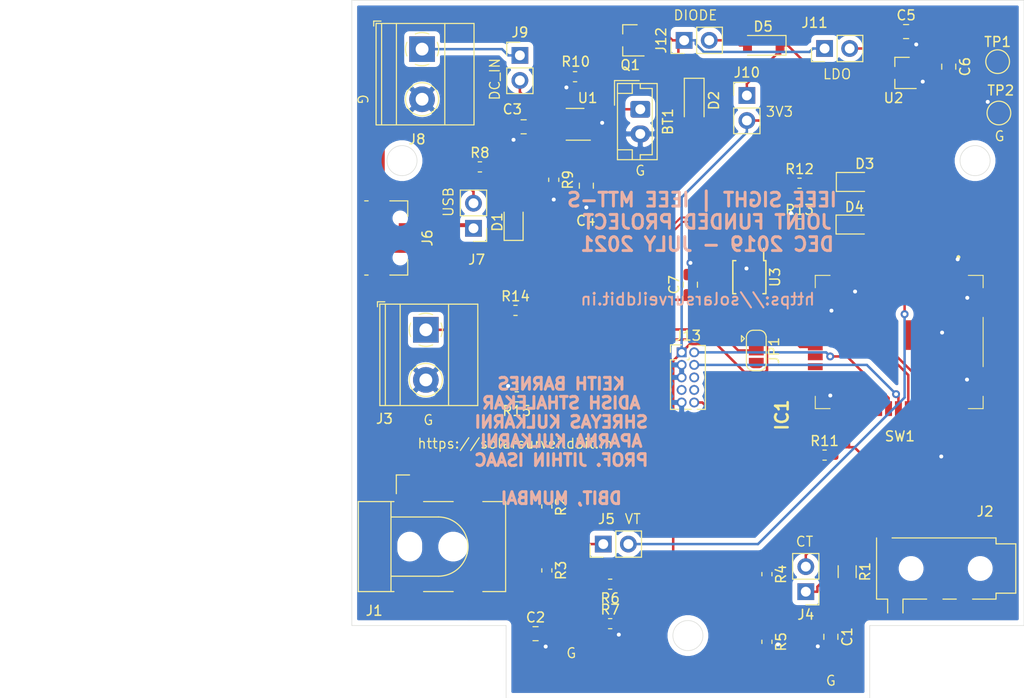
<source format=kicad_pcb>
(kicad_pcb (version 20171130) (host pcbnew "(5.1.8)-1")

  (general
    (thickness 1.6)
    (drawings 29)
    (tracks 352)
    (zones 0)
    (modules 50)
    (nets 34)
  )

  (page A4)
  (title_block
    (title "PV Energy Monitoring using Microchip WLR089U0 (LoRaWAN)")
    (date 2021-02-25)
    (rev V2)
    (company "Don Bosco Institute of Technology, Mumbai")
    (comment 1 "IEEE SIGHT MTT-S Funded Project (LoRaPV RMS)")
    (comment 2 jithin.dbit@dbclmumbai.org)
    (comment 3 "Jithin Saji Isaac")
    (comment 4 "Keith Barnes | Adish Sthalekar | Shreyas Kulkarni")
  )

  (layers
    (0 F.Cu signal)
    (31 B.Cu signal)
    (32 B.Adhes user)
    (33 F.Adhes user)
    (34 B.Paste user)
    (35 F.Paste user)
    (36 B.SilkS user)
    (37 F.SilkS user)
    (38 B.Mask user)
    (39 F.Mask user)
    (40 Dwgs.User user)
    (41 Cmts.User user)
    (42 Eco1.User user)
    (43 Eco2.User user)
    (44 Edge.Cuts user)
    (45 Margin user)
    (46 B.CrtYd user)
    (47 F.CrtYd user)
    (48 B.Fab user hide)
    (49 F.Fab user hide)
  )

  (setup
    (last_trace_width 0.25)
    (trace_clearance 0.199)
    (zone_clearance 0.508)
    (zone_45_only no)
    (trace_min 0.2)
    (via_size 0.8)
    (via_drill 0.4)
    (via_min_size 0.4)
    (via_min_drill 0.3)
    (uvia_size 0.3)
    (uvia_drill 0.1)
    (uvias_allowed no)
    (uvia_min_size 0.2)
    (uvia_min_drill 0.1)
    (edge_width 0.05)
    (segment_width 0.2)
    (pcb_text_width 0.3)
    (pcb_text_size 1.5 1.5)
    (mod_edge_width 0.12)
    (mod_text_size 0.635 0.635)
    (mod_text_width 0.127)
    (pad_size 1.524 1.524)
    (pad_drill 0.762)
    (pad_to_mask_clearance 0)
    (aux_axis_origin 0 0)
    (visible_elements 7FFFFFFF)
    (pcbplotparams
      (layerselection 0x010fc_ffffffff)
      (usegerberextensions false)
      (usegerberattributes true)
      (usegerberadvancedattributes true)
      (creategerberjobfile true)
      (excludeedgelayer false)
      (linewidth 0.100000)
      (plotframeref false)
      (viasonmask false)
      (mode 1)
      (useauxorigin false)
      (hpglpennumber 1)
      (hpglpenspeed 20)
      (hpglpendiameter 15.000000)
      (psnegative false)
      (psa4output false)
      (plotreference true)
      (plotvalue true)
      (plotinvisibletext false)
      (padsonsilk false)
      (subtractmaskfromsilk false)
      (outputformat 1)
      (mirror false)
      (drillshape 0)
      (scaleselection 1)
      (outputdirectory "Final_Gerber_BoM_PoS_JLC-PCB/Gerbers_WLR/"))
  )

  (net 0 "")
  (net 1 "Net-(BT1-Pad1)")
  (net 2 GND)
  (net 3 "Net-(C1-Pad1)")
  (net 4 "Net-(C2-Pad1)")
  (net 5 +5V)
  (net 6 "Net-(C7-Pad1)")
  (net 7 "Net-(D1-Pad1)")
  (net 8 "Net-(D1-Pad2)")
  (net 9 +3V3)
  (net 10 "Net-(D3-Pad1)")
  (net 11 "Net-(D4-Pad1)")
  (net 12 PA08)
  (net 13 VT_IN)
  (net 14 DC_IN)
  (net 15 RESET)
  (net 16 SWDIO)
  (net 17 SWDCLK)
  (net 18 SO_UART_RX)
  (net 19 SO_UART_TX)
  (net 20 CT_IN)
  (net 21 "Net-(J1-Pad1)")
  (net 22 /CT)
  (net 23 /VT)
  (net 24 D-)
  (net 25 D+)
  (net 26 "Net-(R9-Pad1)")
  (net 27 "Net-(J3-Pad1)")
  (net 28 "/WLR0809 Circuit/V1")
  (net 29 "/WLR0809 Circuit/3.3")
  (net 30 "/WLR0809 Circuit/VOUT")
  (net 31 "/WLR0809 Circuit/V2")
  (net 32 "/WLR0809 Circuit/USB")
  (net 33 "/WLR0809 Circuit/PANEL")

  (net_class Default "This is the default net class."
    (clearance 0.199)
    (trace_width 0.25)
    (via_dia 0.8)
    (via_drill 0.4)
    (uvia_dia 0.3)
    (uvia_drill 0.1)
    (add_net "/WLR0809 Circuit/3.3")
    (add_net "/WLR0809 Circuit/PANEL")
    (add_net "/WLR0809 Circuit/USB")
    (add_net "/WLR0809 Circuit/V1")
    (add_net "/WLR0809 Circuit/V2")
    (add_net "/WLR0809 Circuit/VOUT")
    (add_net D+)
    (add_net D-)
    (add_net "Net-(BT1-Pad1)")
    (add_net "Net-(C1-Pad1)")
    (add_net "Net-(C2-Pad1)")
    (add_net "Net-(C7-Pad1)")
    (add_net "Net-(D1-Pad1)")
    (add_net "Net-(D1-Pad2)")
    (add_net "Net-(D3-Pad1)")
    (add_net "Net-(D4-Pad1)")
    (add_net "Net-(J1-Pad1)")
    (add_net "Net-(J3-Pad1)")
    (add_net "Net-(R9-Pad1)")
    (add_net PA08)
    (add_net RESET)
    (add_net SO_UART_RX)
    (add_net SO_UART_TX)
    (add_net SWDCLK)
    (add_net SWDIO)
  )

  (net_class POWER ""
    (clearance 0.199)
    (trace_width 0.4)
    (via_dia 0.8)
    (via_drill 0.4)
    (uvia_dia 0.3)
    (uvia_drill 0.1)
    (add_net +3V3)
    (add_net +5V)
    (add_net /CT)
    (add_net /VT)
    (add_net CT_IN)
    (add_net DC_IN)
    (add_net GND)
    (add_net VT_IN)
  )

  (module JithinIsaac_Footprints:MicroUSB-LCSC-C21377-Sunrom-4358 (layer F.Cu) (tedit 5C6501CB) (tstamp 60AD2B67)
    (at 85.44 96.61 270)
    (descr "Micro usb 5s B Type Smt (https://raw.githubusercontent.com/choryuidentify/USB-Micro-B-Unknown-5s-SMT/master/datasheet.pdf)")
    (tags "Micro B USB SMD")
    (path /60421F41/60AD5DCA)
    (attr smd)
    (fp_text reference J6 (at 0 -2.6 90) (layer F.SilkS)
      (effects (font (size 1 1) (thickness 0.15)))
    )
    (fp_text value USB_B_Micro (at 0 5.6 90) (layer F.Fab)
      (effects (font (size 1 1) (thickness 0.15)))
    )
    (fp_line (start -5.4 -2) (end -5.4 4.85) (layer F.CrtYd) (width 0.05))
    (fp_line (start -5.4 -2) (end 5.4 -2) (layer F.CrtYd) (width 0.05))
    (fp_line (start 5.4 -2) (end 5.4 4.85) (layer F.CrtYd) (width 0.05))
    (fp_line (start 5.4 4.85) (end -5.4 4.85) (layer F.CrtYd) (width 0.05))
    (fp_line (start -3.76 3.4) (end -3.76 3.75) (layer F.SilkS) (width 0.12))
    (fp_line (start 3.76 3.4) (end 3.76 3.75) (layer F.SilkS) (width 0.12))
    (fp_line (start 3.76 -0.61) (end 2.2 -0.61) (layer F.SilkS) (width 0.12))
    (fp_line (start 3.76 1.2) (end 3.76 -0.61) (layer F.SilkS) (width 0.12))
    (fp_line (start -3.76 -0.61) (end -2.2 -0.61) (layer F.SilkS) (width 0.12))
    (fp_line (start -3.76 1.2) (end -3.76 -0.61) (layer F.SilkS) (width 0.12))
    (fp_line (start -3.25 3.75) (end 3.25 3.75) (layer F.Fab) (width 0.1))
    (fp_line (start 3.7 4.35) (end 3.7 -0.55) (layer F.Fab) (width 0.1))
    (fp_line (start 3.7 -0.55) (end -3.7 -0.55) (layer F.Fab) (width 0.1))
    (fp_line (start -3.7 -0.55) (end -3.7 4.35) (layer F.Fab) (width 0.1))
    (fp_line (start -3.7 4.35) (end 3.7 4.35) (layer F.Fab) (width 0.1))
    (fp_text user %R (at 0 1.8 90) (layer F.Fab)
      (effects (font (size 1 1) (thickness 0.15)))
    )
    (fp_text user "PCB Edge" (at 0 3.75 270) (layer Dwgs.User)
      (effects (font (size 0.4 0.4) (thickness 0.04)))
    )
    (pad 6 smd rect (at -1.2 2.3 270) (size 1.9 1.9) (layers F.Cu F.Paste F.Mask)
      (net 2 GND))
    (pad 6 smd rect (at 1.2 2.3 270) (size 1.9 1.9) (layers F.Cu F.Paste F.Mask)
      (net 2 GND))
    (pad 6 smd rect (at 3.95 2.3 270) (size 1.9 1.9) (layers F.Cu F.Paste F.Mask)
      (net 2 GND))
    (pad 6 smd rect (at -3.95 2.3 270) (size 1.9 1.9) (layers F.Cu F.Paste F.Mask)
      (net 2 GND))
    (pad "" np_thru_hole circle (at 2 0.15 270) (size 0.55 0.55) (drill 0.55) (layers *.Cu *.Mask))
    (pad "" np_thru_hole circle (at -2 0.15 270) (size 0.55 0.55) (drill 0.55) (layers *.Cu *.Mask))
    (pad 5 smd rect (at 1.3 -0.6 270) (size 0.4 1.8) (layers F.Cu F.Paste F.Mask)
      (net 2 GND))
    (pad 4 smd rect (at 0.65 -0.6 270) (size 0.4 1.8) (layers F.Cu F.Paste F.Mask))
    (pad 3 smd rect (at 0 -0.6 270) (size 0.4 1.8) (layers F.Cu F.Paste F.Mask)
      (net 25 D+))
    (pad 1 smd rect (at -1.3 -0.6 270) (size 0.4 1.8) (layers F.Cu F.Paste F.Mask)
      (net 32 "/WLR0809 Circuit/USB"))
    (pad 2 smd rect (at -0.65 -0.6 270) (size 0.4 1.8) (layers F.Cu F.Paste F.Mask)
      (net 24 D-))
  )

  (module Resistor_SMD:R_0603_1608Metric_Pad1.05x0.95mm_HandSolder (layer F.Cu) (tedit 5B301BBD) (tstamp 6069A33C)
    (at 97.0915 112.712 180)
    (descr "Resistor SMD 0603 (1608 Metric), square (rectangular) end terminal, IPC_7351 nominal with elongated pad for handsoldering. (Body size source: http://www.tortai-tech.com/upload/download/2011102023233369053.pdf), generated with kicad-footprint-generator")
    (tags "resistor handsolder")
    (path /6069FD4C)
    (attr smd)
    (fp_text reference R15 (at 0 -1.43) (layer F.SilkS)
      (effects (font (size 1 1) (thickness 0.15)))
    )
    (fp_text value 22k (at 0 1.43) (layer F.Fab)
      (effects (font (size 1 1) (thickness 0.15)))
    )
    (fp_line (start 1.65 0.73) (end -1.65 0.73) (layer F.CrtYd) (width 0.05))
    (fp_line (start 1.65 -0.73) (end 1.65 0.73) (layer F.CrtYd) (width 0.05))
    (fp_line (start -1.65 -0.73) (end 1.65 -0.73) (layer F.CrtYd) (width 0.05))
    (fp_line (start -1.65 0.73) (end -1.65 -0.73) (layer F.CrtYd) (width 0.05))
    (fp_line (start -0.171267 0.51) (end 0.171267 0.51) (layer F.SilkS) (width 0.12))
    (fp_line (start -0.171267 -0.51) (end 0.171267 -0.51) (layer F.SilkS) (width 0.12))
    (fp_line (start 0.8 0.4) (end -0.8 0.4) (layer F.Fab) (width 0.1))
    (fp_line (start 0.8 -0.4) (end 0.8 0.4) (layer F.Fab) (width 0.1))
    (fp_line (start -0.8 -0.4) (end 0.8 -0.4) (layer F.Fab) (width 0.1))
    (fp_line (start -0.8 0.4) (end -0.8 -0.4) (layer F.Fab) (width 0.1))
    (fp_text user %R (at 0 0) (layer F.Fab)
      (effects (font (size 0.4 0.4) (thickness 0.06)))
    )
    (pad 2 smd roundrect (at 0.875 0 180) (size 1.05 0.95) (layers F.Cu F.Paste F.Mask) (roundrect_rratio 0.25)
      (net 2 GND))
    (pad 1 smd roundrect (at -0.875 0 180) (size 1.05 0.95) (layers F.Cu F.Paste F.Mask) (roundrect_rratio 0.25)
      (net 14 DC_IN))
    (model ${KISYS3DMOD}/Resistor_SMD.3dshapes/R_0603_1608Metric.wrl
      (at (xyz 0 0 0))
      (scale (xyz 1 1 1))
      (rotate (xyz 0 0 0))
    )
  )

  (module Resistor_SMD:R_0603_1608Metric_Pad1.05x0.95mm_HandSolder (layer F.Cu) (tedit 5B301BBD) (tstamp 6069A32B)
    (at 96.9645 103.95)
    (descr "Resistor SMD 0603 (1608 Metric), square (rectangular) end terminal, IPC_7351 nominal with elongated pad for handsoldering. (Body size source: http://www.tortai-tech.com/upload/download/2011102023233369053.pdf), generated with kicad-footprint-generator")
    (tags "resistor handsolder")
    (path /6069F8C8)
    (attr smd)
    (fp_text reference R14 (at 0 -1.43) (layer F.SilkS)
      (effects (font (size 1 1) (thickness 0.15)))
    )
    (fp_text value 100k (at 0 1.43) (layer F.Fab)
      (effects (font (size 1 1) (thickness 0.15)))
    )
    (fp_line (start 1.65 0.73) (end -1.65 0.73) (layer F.CrtYd) (width 0.05))
    (fp_line (start 1.65 -0.73) (end 1.65 0.73) (layer F.CrtYd) (width 0.05))
    (fp_line (start -1.65 -0.73) (end 1.65 -0.73) (layer F.CrtYd) (width 0.05))
    (fp_line (start -1.65 0.73) (end -1.65 -0.73) (layer F.CrtYd) (width 0.05))
    (fp_line (start -0.171267 0.51) (end 0.171267 0.51) (layer F.SilkS) (width 0.12))
    (fp_line (start -0.171267 -0.51) (end 0.171267 -0.51) (layer F.SilkS) (width 0.12))
    (fp_line (start 0.8 0.4) (end -0.8 0.4) (layer F.Fab) (width 0.1))
    (fp_line (start 0.8 -0.4) (end 0.8 0.4) (layer F.Fab) (width 0.1))
    (fp_line (start -0.8 -0.4) (end 0.8 -0.4) (layer F.Fab) (width 0.1))
    (fp_line (start -0.8 0.4) (end -0.8 -0.4) (layer F.Fab) (width 0.1))
    (fp_text user %R (at 0 0) (layer F.Fab)
      (effects (font (size 0.4 0.4) (thickness 0.06)))
    )
    (pad 2 smd roundrect (at 0.875 0) (size 1.05 0.95) (layers F.Cu F.Paste F.Mask) (roundrect_rratio 0.25)
      (net 14 DC_IN))
    (pad 1 smd roundrect (at -0.875 0) (size 1.05 0.95) (layers F.Cu F.Paste F.Mask) (roundrect_rratio 0.25)
      (net 27 "Net-(J3-Pad1)"))
    (model ${KISYS3DMOD}/Resistor_SMD.3dshapes/R_0603_1608Metric.wrl
      (at (xyz 0 0 0))
      (scale (xyz 1 1 1))
      (rotate (xyz 0 0 0))
    )
  )

  (module Resistor_SMD:R_0603_1608Metric_Pad1.05x0.95mm_HandSolder (layer F.Cu) (tedit 5B301BBD) (tstamp 6068BD4B)
    (at 125.73 95.187)
    (descr "Resistor SMD 0603 (1608 Metric), square (rectangular) end terminal, IPC_7351 nominal with elongated pad for handsoldering. (Body size source: http://www.tortai-tech.com/upload/download/2011102023233369053.pdf), generated with kicad-footprint-generator")
    (tags "resistor handsolder")
    (path /60421F41/6022B2F8)
    (attr smd)
    (fp_text reference R13 (at 0 -1.43) (layer F.SilkS)
      (effects (font (size 1 1) (thickness 0.15)))
    )
    (fp_text value 1k (at 0 1.43) (layer F.Fab)
      (effects (font (size 1 1) (thickness 0.15)))
    )
    (fp_line (start 1.65 0.73) (end -1.65 0.73) (layer F.CrtYd) (width 0.05))
    (fp_line (start 1.65 -0.73) (end 1.65 0.73) (layer F.CrtYd) (width 0.05))
    (fp_line (start -1.65 -0.73) (end 1.65 -0.73) (layer F.CrtYd) (width 0.05))
    (fp_line (start -1.65 0.73) (end -1.65 -0.73) (layer F.CrtYd) (width 0.05))
    (fp_line (start -0.171267 0.51) (end 0.171267 0.51) (layer F.SilkS) (width 0.12))
    (fp_line (start -0.171267 -0.51) (end 0.171267 -0.51) (layer F.SilkS) (width 0.12))
    (fp_line (start 0.8 0.4) (end -0.8 0.4) (layer F.Fab) (width 0.1))
    (fp_line (start 0.8 -0.4) (end 0.8 0.4) (layer F.Fab) (width 0.1))
    (fp_line (start -0.8 -0.4) (end 0.8 -0.4) (layer F.Fab) (width 0.1))
    (fp_line (start -0.8 0.4) (end -0.8 -0.4) (layer F.Fab) (width 0.1))
    (fp_text user %R (at 0 0) (layer F.Fab)
      (effects (font (size 0.4 0.4) (thickness 0.06)))
    )
    (pad 2 smd roundrect (at 0.875 0) (size 1.05 0.95) (layers F.Cu F.Paste F.Mask) (roundrect_rratio 0.25)
      (net 11 "Net-(D4-Pad1)"))
    (pad 1 smd roundrect (at -0.875 0) (size 1.05 0.95) (layers F.Cu F.Paste F.Mask) (roundrect_rratio 0.25)
      (net 2 GND))
    (model ${KISYS3DMOD}/Resistor_SMD.3dshapes/R_0603_1608Metric.wrl
      (at (xyz 0 0 0))
      (scale (xyz 1 1 1))
      (rotate (xyz 0 0 0))
    )
  )

  (module Resistor_SMD:R_0603_1608Metric_Pad1.05x0.95mm_HandSolder (layer F.Cu) (tedit 5B301BBD) (tstamp 6068D1A0)
    (at 125.73 91.059)
    (descr "Resistor SMD 0603 (1608 Metric), square (rectangular) end terminal, IPC_7351 nominal with elongated pad for handsoldering. (Body size source: http://www.tortai-tech.com/upload/download/2011102023233369053.pdf), generated with kicad-footprint-generator")
    (tags "resistor handsolder")
    (path /60421F41/601F18B4)
    (attr smd)
    (fp_text reference R12 (at 0 -1.43) (layer F.SilkS)
      (effects (font (size 1 1) (thickness 0.15)))
    )
    (fp_text value 1k (at 0 1.43) (layer F.Fab)
      (effects (font (size 1 1) (thickness 0.15)))
    )
    (fp_line (start 1.65 0.73) (end -1.65 0.73) (layer F.CrtYd) (width 0.05))
    (fp_line (start 1.65 -0.73) (end 1.65 0.73) (layer F.CrtYd) (width 0.05))
    (fp_line (start -1.65 -0.73) (end 1.65 -0.73) (layer F.CrtYd) (width 0.05))
    (fp_line (start -1.65 0.73) (end -1.65 -0.73) (layer F.CrtYd) (width 0.05))
    (fp_line (start -0.171267 0.51) (end 0.171267 0.51) (layer F.SilkS) (width 0.12))
    (fp_line (start -0.171267 -0.51) (end 0.171267 -0.51) (layer F.SilkS) (width 0.12))
    (fp_line (start 0.8 0.4) (end -0.8 0.4) (layer F.Fab) (width 0.1))
    (fp_line (start 0.8 -0.4) (end 0.8 0.4) (layer F.Fab) (width 0.1))
    (fp_line (start -0.8 -0.4) (end 0.8 -0.4) (layer F.Fab) (width 0.1))
    (fp_line (start -0.8 0.4) (end -0.8 -0.4) (layer F.Fab) (width 0.1))
    (fp_text user %R (at 0 0) (layer F.Fab)
      (effects (font (size 0.4 0.4) (thickness 0.06)))
    )
    (pad 2 smd roundrect (at 0.875 0) (size 1.05 0.95) (layers F.Cu F.Paste F.Mask) (roundrect_rratio 0.25)
      (net 10 "Net-(D3-Pad1)"))
    (pad 1 smd roundrect (at -0.875 0) (size 1.05 0.95) (layers F.Cu F.Paste F.Mask) (roundrect_rratio 0.25)
      (net 2 GND))
    (model ${KISYS3DMOD}/Resistor_SMD.3dshapes/R_0603_1608Metric.wrl
      (at (xyz 0 0 0))
      (scale (xyz 1 1 1))
      (rotate (xyz 0 0 0))
    )
  )

  (module Resistor_SMD:R_0603_1608Metric_Pad1.05x0.95mm_HandSolder (layer F.Cu) (tedit 5B301BBD) (tstamp 6068B077)
    (at 128.27 118.618)
    (descr "Resistor SMD 0603 (1608 Metric), square (rectangular) end terminal, IPC_7351 nominal with elongated pad for handsoldering. (Body size source: http://www.tortai-tech.com/upload/download/2011102023233369053.pdf), generated with kicad-footprint-generator")
    (tags "resistor handsolder")
    (path /60421F41/602CCF99)
    (attr smd)
    (fp_text reference R11 (at 0 -1.43) (layer F.SilkS)
      (effects (font (size 1 1) (thickness 0.15)))
    )
    (fp_text value 100k (at 0 1.43) (layer F.Fab)
      (effects (font (size 1 1) (thickness 0.15)))
    )
    (fp_line (start 1.65 0.73) (end -1.65 0.73) (layer F.CrtYd) (width 0.05))
    (fp_line (start 1.65 -0.73) (end 1.65 0.73) (layer F.CrtYd) (width 0.05))
    (fp_line (start -1.65 -0.73) (end 1.65 -0.73) (layer F.CrtYd) (width 0.05))
    (fp_line (start -1.65 0.73) (end -1.65 -0.73) (layer F.CrtYd) (width 0.05))
    (fp_line (start -0.171267 0.51) (end 0.171267 0.51) (layer F.SilkS) (width 0.12))
    (fp_line (start -0.171267 -0.51) (end 0.171267 -0.51) (layer F.SilkS) (width 0.12))
    (fp_line (start 0.8 0.4) (end -0.8 0.4) (layer F.Fab) (width 0.1))
    (fp_line (start 0.8 -0.4) (end 0.8 0.4) (layer F.Fab) (width 0.1))
    (fp_line (start -0.8 -0.4) (end 0.8 -0.4) (layer F.Fab) (width 0.1))
    (fp_line (start -0.8 0.4) (end -0.8 -0.4) (layer F.Fab) (width 0.1))
    (fp_text user %R (at 0 0) (layer F.Fab)
      (effects (font (size 0.4 0.4) (thickness 0.06)))
    )
    (pad 2 smd roundrect (at 0.875 0) (size 1.05 0.95) (layers F.Cu F.Paste F.Mask) (roundrect_rratio 0.25)
      (net 15 RESET))
    (pad 1 smd roundrect (at -0.875 0) (size 1.05 0.95) (layers F.Cu F.Paste F.Mask) (roundrect_rratio 0.25)
      (net 9 +3V3))
    (model ${KISYS3DMOD}/Resistor_SMD.3dshapes/R_0603_1608Metric.wrl
      (at (xyz 0 0 0))
      (scale (xyz 1 1 1))
      (rotate (xyz 0 0 0))
    )
  )

  (module Resistor_SMD:R_0603_1608Metric_Pad1.05x0.95mm_HandSolder (layer F.Cu) (tedit 5B301BBD) (tstamp 60639414)
    (at 102.997 80.264 180)
    (descr "Resistor SMD 0603 (1608 Metric), square (rectangular) end terminal, IPC_7351 nominal with elongated pad for handsoldering. (Body size source: http://www.tortai-tech.com/upload/download/2011102023233369053.pdf), generated with kicad-footprint-generator")
    (tags "resistor handsolder")
    (path /60421F41/6062DD7D)
    (attr smd)
    (fp_text reference R10 (at -0.0635 1.524) (layer F.SilkS)
      (effects (font (size 1 1) (thickness 0.15)))
    )
    (fp_text value 10K (at 0 1.43) (layer F.Fab)
      (effects (font (size 1 1) (thickness 0.15)))
    )
    (fp_line (start 1.65 0.73) (end -1.65 0.73) (layer F.CrtYd) (width 0.05))
    (fp_line (start 1.65 -0.73) (end 1.65 0.73) (layer F.CrtYd) (width 0.05))
    (fp_line (start -1.65 -0.73) (end 1.65 -0.73) (layer F.CrtYd) (width 0.05))
    (fp_line (start -1.65 0.73) (end -1.65 -0.73) (layer F.CrtYd) (width 0.05))
    (fp_line (start -0.171267 0.51) (end 0.171267 0.51) (layer F.SilkS) (width 0.12))
    (fp_line (start -0.171267 -0.51) (end 0.171267 -0.51) (layer F.SilkS) (width 0.12))
    (fp_line (start 0.8 0.4) (end -0.8 0.4) (layer F.Fab) (width 0.1))
    (fp_line (start 0.8 -0.4) (end 0.8 0.4) (layer F.Fab) (width 0.1))
    (fp_line (start -0.8 -0.4) (end 0.8 -0.4) (layer F.Fab) (width 0.1))
    (fp_line (start -0.8 0.4) (end -0.8 -0.4) (layer F.Fab) (width 0.1))
    (fp_text user %R (at 0 0) (layer F.Fab)
      (effects (font (size 0.4 0.4) (thickness 0.06)))
    )
    (pad 2 smd roundrect (at 0.875 0 180) (size 1.05 0.95) (layers F.Cu F.Paste F.Mask) (roundrect_rratio 0.25)
      (net 2 GND))
    (pad 1 smd roundrect (at -0.875 0 180) (size 1.05 0.95) (layers F.Cu F.Paste F.Mask) (roundrect_rratio 0.25)
      (net 5 +5V))
    (model ${KISYS3DMOD}/Resistor_SMD.3dshapes/R_0603_1608Metric.wrl
      (at (xyz 0 0 0))
      (scale (xyz 1 1 1))
      (rotate (xyz 0 0 0))
    )
  )

  (module Resistor_SMD:R_0603_1608Metric_Pad1.05x0.95mm_HandSolder (layer F.Cu) (tedit 5B301BBD) (tstamp 60639366)
    (at 100.838 90.713 270)
    (descr "Resistor SMD 0603 (1608 Metric), square (rectangular) end terminal, IPC_7351 nominal with elongated pad for handsoldering. (Body size source: http://www.tortai-tech.com/upload/download/2011102023233369053.pdf), generated with kicad-footprint-generator")
    (tags "resistor handsolder")
    (path /60421F41/605D29A4)
    (attr smd)
    (fp_text reference R9 (at 0 -1.43 90) (layer F.SilkS)
      (effects (font (size 1 1) (thickness 0.15)))
    )
    (fp_text value 10K (at 0 1.43 90) (layer F.Fab)
      (effects (font (size 1 1) (thickness 0.15)))
    )
    (fp_line (start 1.65 0.73) (end -1.65 0.73) (layer F.CrtYd) (width 0.05))
    (fp_line (start 1.65 -0.73) (end 1.65 0.73) (layer F.CrtYd) (width 0.05))
    (fp_line (start -1.65 -0.73) (end 1.65 -0.73) (layer F.CrtYd) (width 0.05))
    (fp_line (start -1.65 0.73) (end -1.65 -0.73) (layer F.CrtYd) (width 0.05))
    (fp_line (start -0.171267 0.51) (end 0.171267 0.51) (layer F.SilkS) (width 0.12))
    (fp_line (start -0.171267 -0.51) (end 0.171267 -0.51) (layer F.SilkS) (width 0.12))
    (fp_line (start 0.8 0.4) (end -0.8 0.4) (layer F.Fab) (width 0.1))
    (fp_line (start 0.8 -0.4) (end 0.8 0.4) (layer F.Fab) (width 0.1))
    (fp_line (start -0.8 -0.4) (end 0.8 -0.4) (layer F.Fab) (width 0.1))
    (fp_line (start -0.8 0.4) (end -0.8 -0.4) (layer F.Fab) (width 0.1))
    (fp_text user %R (at 0 0 90) (layer F.Fab)
      (effects (font (size 0.4 0.4) (thickness 0.06)))
    )
    (pad 2 smd roundrect (at 0.875 0 270) (size 1.05 0.95) (layers F.Cu F.Paste F.Mask) (roundrect_rratio 0.25)
      (net 2 GND))
    (pad 1 smd roundrect (at -0.875 0 270) (size 1.05 0.95) (layers F.Cu F.Paste F.Mask) (roundrect_rratio 0.25)
      (net 26 "Net-(R9-Pad1)"))
    (model ${KISYS3DMOD}/Resistor_SMD.3dshapes/R_0603_1608Metric.wrl
      (at (xyz 0 0 0))
      (scale (xyz 1 1 1))
      (rotate (xyz 0 0 0))
    )
  )

  (module Resistor_SMD:R_0603_1608Metric_Pad1.05x0.95mm_HandSolder (layer F.Cu) (tedit 5B301BBD) (tstamp 60639444)
    (at 93.36 89.408)
    (descr "Resistor SMD 0603 (1608 Metric), square (rectangular) end terminal, IPC_7351 nominal with elongated pad for handsoldering. (Body size source: http://www.tortai-tech.com/upload/download/2011102023233369053.pdf), generated with kicad-footprint-generator")
    (tags "resistor handsolder")
    (path /60421F41/605D0009)
    (attr smd)
    (fp_text reference R8 (at 0 -1.43) (layer F.SilkS)
      (effects (font (size 1 1) (thickness 0.15)))
    )
    (fp_text value 470 (at 0 1.43) (layer F.Fab)
      (effects (font (size 1 1) (thickness 0.15)))
    )
    (fp_line (start 1.65 0.73) (end -1.65 0.73) (layer F.CrtYd) (width 0.05))
    (fp_line (start 1.65 -0.73) (end 1.65 0.73) (layer F.CrtYd) (width 0.05))
    (fp_line (start -1.65 -0.73) (end 1.65 -0.73) (layer F.CrtYd) (width 0.05))
    (fp_line (start -1.65 0.73) (end -1.65 -0.73) (layer F.CrtYd) (width 0.05))
    (fp_line (start -0.171267 0.51) (end 0.171267 0.51) (layer F.SilkS) (width 0.12))
    (fp_line (start -0.171267 -0.51) (end 0.171267 -0.51) (layer F.SilkS) (width 0.12))
    (fp_line (start 0.8 0.4) (end -0.8 0.4) (layer F.Fab) (width 0.1))
    (fp_line (start 0.8 -0.4) (end 0.8 0.4) (layer F.Fab) (width 0.1))
    (fp_line (start -0.8 -0.4) (end 0.8 -0.4) (layer F.Fab) (width 0.1))
    (fp_line (start -0.8 0.4) (end -0.8 -0.4) (layer F.Fab) (width 0.1))
    (fp_text user %R (at 0 0) (layer F.Fab)
      (effects (font (size 0.4 0.4) (thickness 0.06)))
    )
    (pad 2 smd roundrect (at 0.875 0) (size 1.05 0.95) (layers F.Cu F.Paste F.Mask) (roundrect_rratio 0.25)
      (net 8 "Net-(D1-Pad2)"))
    (pad 1 smd roundrect (at -0.875 0) (size 1.05 0.95) (layers F.Cu F.Paste F.Mask) (roundrect_rratio 0.25)
      (net 5 +5V))
    (model ${KISYS3DMOD}/Resistor_SMD.3dshapes/R_0603_1608Metric.wrl
      (at (xyz 0 0 0))
      (scale (xyz 1 1 1))
      (rotate (xyz 0 0 0))
    )
  )

  (module Resistor_SMD:R_0603_1608Metric_Pad1.05x0.95mm_HandSolder (layer F.Cu) (tedit 5B301BBD) (tstamp 6063BABE)
    (at 106.553 135.7)
    (descr "Resistor SMD 0603 (1608 Metric), square (rectangular) end terminal, IPC_7351 nominal with elongated pad for handsoldering. (Body size source: http://www.tortai-tech.com/upload/download/2011102023233369053.pdf), generated with kicad-footprint-generator")
    (tags "resistor handsolder")
    (path /6068FCB3)
    (attr smd)
    (fp_text reference R7 (at 0 -1.43) (layer F.SilkS)
      (effects (font (size 1 1) (thickness 0.15)))
    )
    (fp_text value 470K (at 0 1.43) (layer F.Fab)
      (effects (font (size 1 1) (thickness 0.15)))
    )
    (fp_line (start 1.65 0.73) (end -1.65 0.73) (layer F.CrtYd) (width 0.05))
    (fp_line (start 1.65 -0.73) (end 1.65 0.73) (layer F.CrtYd) (width 0.05))
    (fp_line (start -1.65 -0.73) (end 1.65 -0.73) (layer F.CrtYd) (width 0.05))
    (fp_line (start -1.65 0.73) (end -1.65 -0.73) (layer F.CrtYd) (width 0.05))
    (fp_line (start -0.171267 0.51) (end 0.171267 0.51) (layer F.SilkS) (width 0.12))
    (fp_line (start -0.171267 -0.51) (end 0.171267 -0.51) (layer F.SilkS) (width 0.12))
    (fp_line (start 0.8 0.4) (end -0.8 0.4) (layer F.Fab) (width 0.1))
    (fp_line (start 0.8 -0.4) (end 0.8 0.4) (layer F.Fab) (width 0.1))
    (fp_line (start -0.8 -0.4) (end 0.8 -0.4) (layer F.Fab) (width 0.1))
    (fp_line (start -0.8 0.4) (end -0.8 -0.4) (layer F.Fab) (width 0.1))
    (fp_text user %R (at 0 0) (layer F.Fab)
      (effects (font (size 0.4 0.4) (thickness 0.06)))
    )
    (pad 2 smd roundrect (at 0.875 0) (size 1.05 0.95) (layers F.Cu F.Paste F.Mask) (roundrect_rratio 0.25)
      (net 2 GND))
    (pad 1 smd roundrect (at -0.875 0) (size 1.05 0.95) (layers F.Cu F.Paste F.Mask) (roundrect_rratio 0.25)
      (net 4 "Net-(C2-Pad1)"))
    (model ${KISYS3DMOD}/Resistor_SMD.3dshapes/R_0603_1608Metric.wrl
      (at (xyz 0 0 0))
      (scale (xyz 1 1 1))
      (rotate (xyz 0 0 0))
    )
  )

  (module Resistor_SMD:R_0603_1608Metric_Pad1.05x0.95mm_HandSolder (layer F.Cu) (tedit 5B301BBD) (tstamp 6063BAAD)
    (at 106.553 131.699 180)
    (descr "Resistor SMD 0603 (1608 Metric), square (rectangular) end terminal, IPC_7351 nominal with elongated pad for handsoldering. (Body size source: http://www.tortai-tech.com/upload/download/2011102023233369053.pdf), generated with kicad-footprint-generator")
    (tags "resistor handsolder")
    (path /6068F749)
    (attr smd)
    (fp_text reference R6 (at 0 -1.43) (layer F.SilkS)
      (effects (font (size 1 1) (thickness 0.15)))
    )
    (fp_text value 470K (at 0 1.43) (layer F.Fab)
      (effects (font (size 1 1) (thickness 0.15)))
    )
    (fp_line (start 1.65 0.73) (end -1.65 0.73) (layer F.CrtYd) (width 0.05))
    (fp_line (start 1.65 -0.73) (end 1.65 0.73) (layer F.CrtYd) (width 0.05))
    (fp_line (start -1.65 -0.73) (end 1.65 -0.73) (layer F.CrtYd) (width 0.05))
    (fp_line (start -1.65 0.73) (end -1.65 -0.73) (layer F.CrtYd) (width 0.05))
    (fp_line (start -0.171267 0.51) (end 0.171267 0.51) (layer F.SilkS) (width 0.12))
    (fp_line (start -0.171267 -0.51) (end 0.171267 -0.51) (layer F.SilkS) (width 0.12))
    (fp_line (start 0.8 0.4) (end -0.8 0.4) (layer F.Fab) (width 0.1))
    (fp_line (start 0.8 -0.4) (end 0.8 0.4) (layer F.Fab) (width 0.1))
    (fp_line (start -0.8 -0.4) (end 0.8 -0.4) (layer F.Fab) (width 0.1))
    (fp_line (start -0.8 0.4) (end -0.8 -0.4) (layer F.Fab) (width 0.1))
    (fp_text user %R (at 0 0) (layer F.Fab)
      (effects (font (size 0.4 0.4) (thickness 0.06)))
    )
    (pad 2 smd roundrect (at 0.875 0 180) (size 1.05 0.95) (layers F.Cu F.Paste F.Mask) (roundrect_rratio 0.25)
      (net 4 "Net-(C2-Pad1)"))
    (pad 1 smd roundrect (at -0.875 0 180) (size 1.05 0.95) (layers F.Cu F.Paste F.Mask) (roundrect_rratio 0.25)
      (net 9 +3V3))
    (model ${KISYS3DMOD}/Resistor_SMD.3dshapes/R_0603_1608Metric.wrl
      (at (xyz 0 0 0))
      (scale (xyz 1 1 1))
      (rotate (xyz 0 0 0))
    )
  )

  (module Resistor_SMD:R_0603_1608Metric_Pad1.05x0.95mm_HandSolder (layer F.Cu) (tedit 5B301BBD) (tstamp 6064C920)
    (at 122.428 137.541 270)
    (descr "Resistor SMD 0603 (1608 Metric), square (rectangular) end terminal, IPC_7351 nominal with elongated pad for handsoldering. (Body size source: http://www.tortai-tech.com/upload/download/2011102023233369053.pdf), generated with kicad-footprint-generator")
    (tags "resistor handsolder")
    (path /6069080A)
    (attr smd)
    (fp_text reference R5 (at 0 -1.43 90) (layer F.SilkS)
      (effects (font (size 1 1) (thickness 0.15)))
    )
    (fp_text value 470K (at 0 1.43 90) (layer F.Fab)
      (effects (font (size 1 1) (thickness 0.15)))
    )
    (fp_line (start 1.65 0.73) (end -1.65 0.73) (layer F.CrtYd) (width 0.05))
    (fp_line (start 1.65 -0.73) (end 1.65 0.73) (layer F.CrtYd) (width 0.05))
    (fp_line (start -1.65 -0.73) (end 1.65 -0.73) (layer F.CrtYd) (width 0.05))
    (fp_line (start -1.65 0.73) (end -1.65 -0.73) (layer F.CrtYd) (width 0.05))
    (fp_line (start -0.171267 0.51) (end 0.171267 0.51) (layer F.SilkS) (width 0.12))
    (fp_line (start -0.171267 -0.51) (end 0.171267 -0.51) (layer F.SilkS) (width 0.12))
    (fp_line (start 0.8 0.4) (end -0.8 0.4) (layer F.Fab) (width 0.1))
    (fp_line (start 0.8 -0.4) (end 0.8 0.4) (layer F.Fab) (width 0.1))
    (fp_line (start -0.8 -0.4) (end 0.8 -0.4) (layer F.Fab) (width 0.1))
    (fp_line (start -0.8 0.4) (end -0.8 -0.4) (layer F.Fab) (width 0.1))
    (fp_text user %R (at 0 0 90) (layer F.Fab)
      (effects (font (size 0.4 0.4) (thickness 0.06)))
    )
    (pad 2 smd roundrect (at 0.875 0 270) (size 1.05 0.95) (layers F.Cu F.Paste F.Mask) (roundrect_rratio 0.25)
      (net 2 GND))
    (pad 1 smd roundrect (at -0.875 0 270) (size 1.05 0.95) (layers F.Cu F.Paste F.Mask) (roundrect_rratio 0.25)
      (net 3 "Net-(C1-Pad1)"))
    (model ${KISYS3DMOD}/Resistor_SMD.3dshapes/R_0603_1608Metric.wrl
      (at (xyz 0 0 0))
      (scale (xyz 1 1 1))
      (rotate (xyz 0 0 0))
    )
  )

  (module Resistor_SMD:R_0603_1608Metric_Pad1.05x0.95mm_HandSolder (layer F.Cu) (tedit 5B301BBD) (tstamp 6064CA2B)
    (at 122.428 130.683 270)
    (descr "Resistor SMD 0603 (1608 Metric), square (rectangular) end terminal, IPC_7351 nominal with elongated pad for handsoldering. (Body size source: http://www.tortai-tech.com/upload/download/2011102023233369053.pdf), generated with kicad-footprint-generator")
    (tags "resistor handsolder")
    (path /6069025B)
    (attr smd)
    (fp_text reference R4 (at 0 -1.43 90) (layer F.SilkS)
      (effects (font (size 1 1) (thickness 0.15)))
    )
    (fp_text value 470K (at 0 1.43 90) (layer F.Fab)
      (effects (font (size 1 1) (thickness 0.15)))
    )
    (fp_line (start 1.65 0.73) (end -1.65 0.73) (layer F.CrtYd) (width 0.05))
    (fp_line (start 1.65 -0.73) (end 1.65 0.73) (layer F.CrtYd) (width 0.05))
    (fp_line (start -1.65 -0.73) (end 1.65 -0.73) (layer F.CrtYd) (width 0.05))
    (fp_line (start -1.65 0.73) (end -1.65 -0.73) (layer F.CrtYd) (width 0.05))
    (fp_line (start -0.171267 0.51) (end 0.171267 0.51) (layer F.SilkS) (width 0.12))
    (fp_line (start -0.171267 -0.51) (end 0.171267 -0.51) (layer F.SilkS) (width 0.12))
    (fp_line (start 0.8 0.4) (end -0.8 0.4) (layer F.Fab) (width 0.1))
    (fp_line (start 0.8 -0.4) (end 0.8 0.4) (layer F.Fab) (width 0.1))
    (fp_line (start -0.8 -0.4) (end 0.8 -0.4) (layer F.Fab) (width 0.1))
    (fp_line (start -0.8 0.4) (end -0.8 -0.4) (layer F.Fab) (width 0.1))
    (fp_text user %R (at 0 0 90) (layer F.Fab)
      (effects (font (size 0.4 0.4) (thickness 0.06)))
    )
    (pad 2 smd roundrect (at 0.875 0 270) (size 1.05 0.95) (layers F.Cu F.Paste F.Mask) (roundrect_rratio 0.25)
      (net 3 "Net-(C1-Pad1)"))
    (pad 1 smd roundrect (at -0.875 0 270) (size 1.05 0.95) (layers F.Cu F.Paste F.Mask) (roundrect_rratio 0.25)
      (net 9 +3V3))
    (model ${KISYS3DMOD}/Resistor_SMD.3dshapes/R_0603_1608Metric.wrl
      (at (xyz 0 0 0))
      (scale (xyz 1 1 1))
      (rotate (xyz 0 0 0))
    )
  )

  (module Resistor_SMD:R_0603_1608Metric_Pad1.05x0.95mm_HandSolder (layer F.Cu) (tedit 5B301BBD) (tstamp 6063BA7A)
    (at 100.139 130.302 270)
    (descr "Resistor SMD 0603 (1608 Metric), square (rectangular) end terminal, IPC_7351 nominal with elongated pad for handsoldering. (Body size source: http://www.tortai-tech.com/upload/download/2011102023233369053.pdf), generated with kicad-footprint-generator")
    (tags "resistor handsolder")
    (path /6068F29F)
    (attr smd)
    (fp_text reference R3 (at 0 -1.43 90) (layer F.SilkS)
      (effects (font (size 1 1) (thickness 0.15)))
    )
    (fp_text value 6.8K (at 0 1.43 90) (layer F.Fab)
      (effects (font (size 1 1) (thickness 0.15)))
    )
    (fp_line (start 1.65 0.73) (end -1.65 0.73) (layer F.CrtYd) (width 0.05))
    (fp_line (start 1.65 -0.73) (end 1.65 0.73) (layer F.CrtYd) (width 0.05))
    (fp_line (start -1.65 -0.73) (end 1.65 -0.73) (layer F.CrtYd) (width 0.05))
    (fp_line (start -1.65 0.73) (end -1.65 -0.73) (layer F.CrtYd) (width 0.05))
    (fp_line (start -0.171267 0.51) (end 0.171267 0.51) (layer F.SilkS) (width 0.12))
    (fp_line (start -0.171267 -0.51) (end 0.171267 -0.51) (layer F.SilkS) (width 0.12))
    (fp_line (start 0.8 0.4) (end -0.8 0.4) (layer F.Fab) (width 0.1))
    (fp_line (start 0.8 -0.4) (end 0.8 0.4) (layer F.Fab) (width 0.1))
    (fp_line (start -0.8 -0.4) (end 0.8 -0.4) (layer F.Fab) (width 0.1))
    (fp_line (start -0.8 0.4) (end -0.8 -0.4) (layer F.Fab) (width 0.1))
    (fp_text user %R (at 0 0 90) (layer F.Fab)
      (effects (font (size 0.4 0.4) (thickness 0.06)))
    )
    (pad 2 smd roundrect (at 0.875 0 270) (size 1.05 0.95) (layers F.Cu F.Paste F.Mask) (roundrect_rratio 0.25)
      (net 4 "Net-(C2-Pad1)"))
    (pad 1 smd roundrect (at -0.875 0 270) (size 1.05 0.95) (layers F.Cu F.Paste F.Mask) (roundrect_rratio 0.25)
      (net 23 /VT))
    (model ${KISYS3DMOD}/Resistor_SMD.3dshapes/R_0603_1608Metric.wrl
      (at (xyz 0 0 0))
      (scale (xyz 1 1 1))
      (rotate (xyz 0 0 0))
    )
  )

  (module Resistor_SMD:R_0603_1608Metric_Pad1.05x0.95mm_HandSolder (layer F.Cu) (tedit 5B301BBD) (tstamp 6063BA69)
    (at 100.139 123.825 270)
    (descr "Resistor SMD 0603 (1608 Metric), square (rectangular) end terminal, IPC_7351 nominal with elongated pad for handsoldering. (Body size source: http://www.tortai-tech.com/upload/download/2011102023233369053.pdf), generated with kicad-footprint-generator")
    (tags "resistor handsolder")
    (path /6068EE6E)
    (attr smd)
    (fp_text reference R2 (at 0 -1.43 90) (layer F.SilkS)
      (effects (font (size 1 1) (thickness 0.15)))
    )
    (fp_text value 100K (at 0 1.43 90) (layer F.Fab)
      (effects (font (size 1 1) (thickness 0.15)))
    )
    (fp_line (start 1.65 0.73) (end -1.65 0.73) (layer F.CrtYd) (width 0.05))
    (fp_line (start 1.65 -0.73) (end 1.65 0.73) (layer F.CrtYd) (width 0.05))
    (fp_line (start -1.65 -0.73) (end 1.65 -0.73) (layer F.CrtYd) (width 0.05))
    (fp_line (start -1.65 0.73) (end -1.65 -0.73) (layer F.CrtYd) (width 0.05))
    (fp_line (start -0.171267 0.51) (end 0.171267 0.51) (layer F.SilkS) (width 0.12))
    (fp_line (start -0.171267 -0.51) (end 0.171267 -0.51) (layer F.SilkS) (width 0.12))
    (fp_line (start 0.8 0.4) (end -0.8 0.4) (layer F.Fab) (width 0.1))
    (fp_line (start 0.8 -0.4) (end 0.8 0.4) (layer F.Fab) (width 0.1))
    (fp_line (start -0.8 -0.4) (end 0.8 -0.4) (layer F.Fab) (width 0.1))
    (fp_line (start -0.8 0.4) (end -0.8 -0.4) (layer F.Fab) (width 0.1))
    (fp_text user %R (at 0 0 90) (layer F.Fab)
      (effects (font (size 0.4 0.4) (thickness 0.06)))
    )
    (pad 2 smd roundrect (at 0.875 0 270) (size 1.05 0.95) (layers F.Cu F.Paste F.Mask) (roundrect_rratio 0.25)
      (net 23 /VT))
    (pad 1 smd roundrect (at -0.875 0 270) (size 1.05 0.95) (layers F.Cu F.Paste F.Mask) (roundrect_rratio 0.25)
      (net 21 "Net-(J1-Pad1)"))
    (model ${KISYS3DMOD}/Resistor_SMD.3dshapes/R_0603_1608Metric.wrl
      (at (xyz 0 0 0))
      (scale (xyz 1 1 1))
      (rotate (xyz 0 0 0))
    )
  )

  (module LED_SMD:LED_0805_2012Metric_Pad1.15x1.40mm_HandSolder (layer F.Cu) (tedit 5B4B45C9) (tstamp 60639692)
    (at 96.774 94.996 90)
    (descr "LED SMD 0805 (2012 Metric), square (rectangular) end terminal, IPC_7351 nominal, (Body size source: https://docs.google.com/spreadsheets/d/1BsfQQcO9C6DZCsRaXUlFlo91Tg2WpOkGARC1WS5S8t0/edit?usp=sharing), generated with kicad-footprint-generator")
    (tags "LED handsolder")
    (path /60421F41/605D1336)
    (attr smd)
    (fp_text reference D1 (at 0 -1.65 90) (layer F.SilkS)
      (effects (font (size 1 1) (thickness 0.15)))
    )
    (fp_text value LED (at 0 1.65 90) (layer F.Fab)
      (effects (font (size 1 1) (thickness 0.15)))
    )
    (fp_line (start 1.85 0.95) (end -1.85 0.95) (layer F.CrtYd) (width 0.05))
    (fp_line (start 1.85 -0.95) (end 1.85 0.95) (layer F.CrtYd) (width 0.05))
    (fp_line (start -1.85 -0.95) (end 1.85 -0.95) (layer F.CrtYd) (width 0.05))
    (fp_line (start -1.85 0.95) (end -1.85 -0.95) (layer F.CrtYd) (width 0.05))
    (fp_line (start -1.86 0.96) (end 1 0.96) (layer F.SilkS) (width 0.12))
    (fp_line (start -1.86 -0.96) (end -1.86 0.96) (layer F.SilkS) (width 0.12))
    (fp_line (start 1 -0.96) (end -1.86 -0.96) (layer F.SilkS) (width 0.12))
    (fp_line (start 1 0.6) (end 1 -0.6) (layer F.Fab) (width 0.1))
    (fp_line (start -1 0.6) (end 1 0.6) (layer F.Fab) (width 0.1))
    (fp_line (start -1 -0.3) (end -1 0.6) (layer F.Fab) (width 0.1))
    (fp_line (start -0.7 -0.6) (end -1 -0.3) (layer F.Fab) (width 0.1))
    (fp_line (start 1 -0.6) (end -0.7 -0.6) (layer F.Fab) (width 0.1))
    (fp_text user %R (at 0 0 90) (layer F.Fab)
      (effects (font (size 0.5 0.5) (thickness 0.08)))
    )
    (pad 2 smd roundrect (at 1.025 0 90) (size 1.15 1.4) (layers F.Cu F.Paste F.Mask) (roundrect_rratio 0.2173904347826087)
      (net 8 "Net-(D1-Pad2)"))
    (pad 1 smd roundrect (at -1.025 0 90) (size 1.15 1.4) (layers F.Cu F.Paste F.Mask) (roundrect_rratio 0.2173904347826087)
      (net 7 "Net-(D1-Pad1)"))
    (model ${KISYS3DMOD}/LED_SMD.3dshapes/LED_0805_2012Metric.wrl
      (at (xyz 0 0 0))
      (scale (xyz 1 1 1))
      (rotate (xyz 0 0 0))
    )
  )

  (module Capacitor_SMD:C_0805_2012Metric_Pad1.15x1.40mm_HandSolder (layer F.Cu) (tedit 5B36C52B) (tstamp 6068B20C)
    (at 114.681 101.346 90)
    (descr "Capacitor SMD 0805 (2012 Metric), square (rectangular) end terminal, IPC_7351 nominal with elongated pad for handsoldering. (Body size source: https://docs.google.com/spreadsheets/d/1BsfQQcO9C6DZCsRaXUlFlo91Tg2WpOkGARC1WS5S8t0/edit?usp=sharing), generated with kicad-footprint-generator")
    (tags "capacitor handsolder")
    (path /60421F41/6055AC76)
    (attr smd)
    (fp_text reference C7 (at 0 -1.65 90) (layer F.SilkS)
      (effects (font (size 1 1) (thickness 0.15)))
    )
    (fp_text value 100n (at 0 1.65 90) (layer F.Fab)
      (effects (font (size 1 1) (thickness 0.15)))
    )
    (fp_line (start 1.85 0.95) (end -1.85 0.95) (layer F.CrtYd) (width 0.05))
    (fp_line (start 1.85 -0.95) (end 1.85 0.95) (layer F.CrtYd) (width 0.05))
    (fp_line (start -1.85 -0.95) (end 1.85 -0.95) (layer F.CrtYd) (width 0.05))
    (fp_line (start -1.85 0.95) (end -1.85 -0.95) (layer F.CrtYd) (width 0.05))
    (fp_line (start -0.261252 0.71) (end 0.261252 0.71) (layer F.SilkS) (width 0.12))
    (fp_line (start -0.261252 -0.71) (end 0.261252 -0.71) (layer F.SilkS) (width 0.12))
    (fp_line (start 1 0.6) (end -1 0.6) (layer F.Fab) (width 0.1))
    (fp_line (start 1 -0.6) (end 1 0.6) (layer F.Fab) (width 0.1))
    (fp_line (start -1 -0.6) (end 1 -0.6) (layer F.Fab) (width 0.1))
    (fp_line (start -1 0.6) (end -1 -0.6) (layer F.Fab) (width 0.1))
    (fp_text user %R (at 0 0 90) (layer F.Fab)
      (effects (font (size 0.5 0.5) (thickness 0.08)))
    )
    (pad 2 smd roundrect (at 1.025 0 90) (size 1.15 1.4) (layers F.Cu F.Paste F.Mask) (roundrect_rratio 0.2173904347826087)
      (net 2 GND))
    (pad 1 smd roundrect (at -1.025 0 90) (size 1.15 1.4) (layers F.Cu F.Paste F.Mask) (roundrect_rratio 0.2173904347826087)
      (net 6 "Net-(C7-Pad1)"))
    (model ${KISYS3DMOD}/Capacitor_SMD.3dshapes/C_0805_2012Metric.wrl
      (at (xyz 0 0 0))
      (scale (xyz 1 1 1))
      (rotate (xyz 0 0 0))
    )
  )

  (module Capacitor_SMD:C_0805_2012Metric_Pad1.15x1.40mm_HandSolder (layer F.Cu) (tedit 5B36C52B) (tstamp 60639660)
    (at 140.843 79.248 270)
    (descr "Capacitor SMD 0805 (2012 Metric), square (rectangular) end terminal, IPC_7351 nominal with elongated pad for handsoldering. (Body size source: https://docs.google.com/spreadsheets/d/1BsfQQcO9C6DZCsRaXUlFlo91Tg2WpOkGARC1WS5S8t0/edit?usp=sharing), generated with kicad-footprint-generator")
    (tags "capacitor handsolder")
    (path /60421F41/6062ACBE)
    (attr smd)
    (fp_text reference C6 (at 0 -1.65 90) (layer F.SilkS)
      (effects (font (size 1 1) (thickness 0.15)))
    )
    (fp_text value 1uF (at 0 1.65 90) (layer F.Fab)
      (effects (font (size 1 1) (thickness 0.15)))
    )
    (fp_line (start 1.85 0.95) (end -1.85 0.95) (layer F.CrtYd) (width 0.05))
    (fp_line (start 1.85 -0.95) (end 1.85 0.95) (layer F.CrtYd) (width 0.05))
    (fp_line (start -1.85 -0.95) (end 1.85 -0.95) (layer F.CrtYd) (width 0.05))
    (fp_line (start -1.85 0.95) (end -1.85 -0.95) (layer F.CrtYd) (width 0.05))
    (fp_line (start -0.261252 0.71) (end 0.261252 0.71) (layer F.SilkS) (width 0.12))
    (fp_line (start -0.261252 -0.71) (end 0.261252 -0.71) (layer F.SilkS) (width 0.12))
    (fp_line (start 1 0.6) (end -1 0.6) (layer F.Fab) (width 0.1))
    (fp_line (start 1 -0.6) (end 1 0.6) (layer F.Fab) (width 0.1))
    (fp_line (start -1 -0.6) (end 1 -0.6) (layer F.Fab) (width 0.1))
    (fp_line (start -1 0.6) (end -1 -0.6) (layer F.Fab) (width 0.1))
    (fp_text user %R (at 0 0 90) (layer F.Fab)
      (effects (font (size 0.5 0.5) (thickness 0.08)))
    )
    (pad 2 smd roundrect (at 1.025 0 270) (size 1.15 1.4) (layers F.Cu F.Paste F.Mask) (roundrect_rratio 0.2173904347826087)
      (net 2 GND))
    (pad 1 smd roundrect (at -1.025 0 270) (size 1.15 1.4) (layers F.Cu F.Paste F.Mask) (roundrect_rratio 0.2173904347826087)
      (net 29 "/WLR0809 Circuit/3.3"))
    (model ${KISYS3DMOD}/Capacitor_SMD.3dshapes/C_0805_2012Metric.wrl
      (at (xyz 0 0 0))
      (scale (xyz 1 1 1))
      (rotate (xyz 0 0 0))
    )
  )

  (module Capacitor_SMD:C_0805_2012Metric_Pad1.15x1.40mm_HandSolder (layer F.Cu) (tedit 5B36C52B) (tstamp 6063970E)
    (at 136.525 75.692)
    (descr "Capacitor SMD 0805 (2012 Metric), square (rectangular) end terminal, IPC_7351 nominal with elongated pad for handsoldering. (Body size source: https://docs.google.com/spreadsheets/d/1BsfQQcO9C6DZCsRaXUlFlo91Tg2WpOkGARC1WS5S8t0/edit?usp=sharing), generated with kicad-footprint-generator")
    (tags "capacitor handsolder")
    (path /60421F41/6062A591)
    (attr smd)
    (fp_text reference C5 (at 0 -1.65) (layer F.SilkS)
      (effects (font (size 1 1) (thickness 0.15)))
    )
    (fp_text value 1uF (at 0 1.65) (layer F.Fab)
      (effects (font (size 1 1) (thickness 0.15)))
    )
    (fp_line (start 1.85 0.95) (end -1.85 0.95) (layer F.CrtYd) (width 0.05))
    (fp_line (start 1.85 -0.95) (end 1.85 0.95) (layer F.CrtYd) (width 0.05))
    (fp_line (start -1.85 -0.95) (end 1.85 -0.95) (layer F.CrtYd) (width 0.05))
    (fp_line (start -1.85 0.95) (end -1.85 -0.95) (layer F.CrtYd) (width 0.05))
    (fp_line (start -0.261252 0.71) (end 0.261252 0.71) (layer F.SilkS) (width 0.12))
    (fp_line (start -0.261252 -0.71) (end 0.261252 -0.71) (layer F.SilkS) (width 0.12))
    (fp_line (start 1 0.6) (end -1 0.6) (layer F.Fab) (width 0.1))
    (fp_line (start 1 -0.6) (end 1 0.6) (layer F.Fab) (width 0.1))
    (fp_line (start -1 -0.6) (end 1 -0.6) (layer F.Fab) (width 0.1))
    (fp_line (start -1 0.6) (end -1 -0.6) (layer F.Fab) (width 0.1))
    (fp_text user %R (at 0 0) (layer F.Fab)
      (effects (font (size 0.5 0.5) (thickness 0.08)))
    )
    (pad 2 smd roundrect (at 1.025 0) (size 1.15 1.4) (layers F.Cu F.Paste F.Mask) (roundrect_rratio 0.2173904347826087)
      (net 2 GND))
    (pad 1 smd roundrect (at -1.025 0) (size 1.15 1.4) (layers F.Cu F.Paste F.Mask) (roundrect_rratio 0.2173904347826087)
      (net 28 "/WLR0809 Circuit/V1"))
    (model ${KISYS3DMOD}/Capacitor_SMD.3dshapes/C_0805_2012Metric.wrl
      (at (xyz 0 0 0))
      (scale (xyz 1 1 1))
      (rotate (xyz 0 0 0))
    )
  )

  (module Capacitor_SMD:C_0805_2012Metric_Pad1.15x1.40mm_HandSolder (layer F.Cu) (tedit 5B36C52B) (tstamp 6063B792)
    (at 98.997 136.716)
    (descr "Capacitor SMD 0805 (2012 Metric), square (rectangular) end terminal, IPC_7351 nominal with elongated pad for handsoldering. (Body size source: https://docs.google.com/spreadsheets/d/1BsfQQcO9C6DZCsRaXUlFlo91Tg2WpOkGARC1WS5S8t0/edit?usp=sharing), generated with kicad-footprint-generator")
    (tags "capacitor handsolder")
    (path /60691353)
    (attr smd)
    (fp_text reference C2 (at 0 -1.65) (layer F.SilkS)
      (effects (font (size 1 1) (thickness 0.15)))
    )
    (fp_text value 10uF (at 0 1.65) (layer F.Fab)
      (effects (font (size 1 1) (thickness 0.15)))
    )
    (fp_line (start 1.85 0.95) (end -1.85 0.95) (layer F.CrtYd) (width 0.05))
    (fp_line (start 1.85 -0.95) (end 1.85 0.95) (layer F.CrtYd) (width 0.05))
    (fp_line (start -1.85 -0.95) (end 1.85 -0.95) (layer F.CrtYd) (width 0.05))
    (fp_line (start -1.85 0.95) (end -1.85 -0.95) (layer F.CrtYd) (width 0.05))
    (fp_line (start -0.261252 0.71) (end 0.261252 0.71) (layer F.SilkS) (width 0.12))
    (fp_line (start -0.261252 -0.71) (end 0.261252 -0.71) (layer F.SilkS) (width 0.12))
    (fp_line (start 1 0.6) (end -1 0.6) (layer F.Fab) (width 0.1))
    (fp_line (start 1 -0.6) (end 1 0.6) (layer F.Fab) (width 0.1))
    (fp_line (start -1 -0.6) (end 1 -0.6) (layer F.Fab) (width 0.1))
    (fp_line (start -1 0.6) (end -1 -0.6) (layer F.Fab) (width 0.1))
    (fp_text user %R (at 0 0) (layer F.Fab)
      (effects (font (size 0.5 0.5) (thickness 0.08)))
    )
    (pad 2 smd roundrect (at 1.025 0) (size 1.15 1.4) (layers F.Cu F.Paste F.Mask) (roundrect_rratio 0.2173904347826087)
      (net 2 GND))
    (pad 1 smd roundrect (at -1.025 0) (size 1.15 1.4) (layers F.Cu F.Paste F.Mask) (roundrect_rratio 0.2173904347826087)
      (net 4 "Net-(C2-Pad1)"))
    (model ${KISYS3DMOD}/Capacitor_SMD.3dshapes/C_0805_2012Metric.wrl
      (at (xyz 0 0 0))
      (scale (xyz 1 1 1))
      (rotate (xyz 0 0 0))
    )
  )

  (module Capacitor_SMD:C_0805_2012Metric_Pad1.15x1.40mm_HandSolder (layer F.Cu) (tedit 5B36C52B) (tstamp 6063B788)
    (at 128.905 137.033 270)
    (descr "Capacitor SMD 0805 (2012 Metric), square (rectangular) end terminal, IPC_7351 nominal with elongated pad for handsoldering. (Body size source: https://docs.google.com/spreadsheets/d/1BsfQQcO9C6DZCsRaXUlFlo91Tg2WpOkGARC1WS5S8t0/edit?usp=sharing), generated with kicad-footprint-generator")
    (tags "capacitor handsolder")
    (path /60691C46)
    (attr smd)
    (fp_text reference C1 (at 0 -1.65 90) (layer F.SilkS)
      (effects (font (size 1 1) (thickness 0.15)))
    )
    (fp_text value 10uF (at 0 1.65 90) (layer F.Fab)
      (effects (font (size 1 1) (thickness 0.15)))
    )
    (fp_line (start 1.85 0.95) (end -1.85 0.95) (layer F.CrtYd) (width 0.05))
    (fp_line (start 1.85 -0.95) (end 1.85 0.95) (layer F.CrtYd) (width 0.05))
    (fp_line (start -1.85 -0.95) (end 1.85 -0.95) (layer F.CrtYd) (width 0.05))
    (fp_line (start -1.85 0.95) (end -1.85 -0.95) (layer F.CrtYd) (width 0.05))
    (fp_line (start -0.261252 0.71) (end 0.261252 0.71) (layer F.SilkS) (width 0.12))
    (fp_line (start -0.261252 -0.71) (end 0.261252 -0.71) (layer F.SilkS) (width 0.12))
    (fp_line (start 1 0.6) (end -1 0.6) (layer F.Fab) (width 0.1))
    (fp_line (start 1 -0.6) (end 1 0.6) (layer F.Fab) (width 0.1))
    (fp_line (start -1 -0.6) (end 1 -0.6) (layer F.Fab) (width 0.1))
    (fp_line (start -1 0.6) (end -1 -0.6) (layer F.Fab) (width 0.1))
    (fp_text user %R (at 0 0 90) (layer F.Fab)
      (effects (font (size 0.5 0.5) (thickness 0.08)))
    )
    (pad 2 smd roundrect (at 1.025 0 270) (size 1.15 1.4) (layers F.Cu F.Paste F.Mask) (roundrect_rratio 0.2173904347826087)
      (net 2 GND))
    (pad 1 smd roundrect (at -1.025 0 270) (size 1.15 1.4) (layers F.Cu F.Paste F.Mask) (roundrect_rratio 0.2173904347826087)
      (net 3 "Net-(C1-Pad1)"))
    (model ${KISYS3DMOD}/Capacitor_SMD.3dshapes/C_0805_2012Metric.wrl
      (at (xyz 0 0 0))
      (scale (xyz 1 1 1))
      (rotate (xyz 0 0 0))
    )
  )

  (module "WLR089u0_Devboard:Tactile Switch 3x4x2mm" (layer F.Cu) (tedit 60698CE1) (tstamp 6068B369)
    (at 135.89 118.491)
    (path /60421F41/601E3392)
    (attr smd)
    (fp_text reference SW1 (at 0 -1.778) (layer F.SilkS)
      (effects (font (size 1 1) (thickness 0.15)))
    )
    (fp_text value SW_Push (at 0.254 -3.556) (layer F.Fab)
      (effects (font (size 1 1) (thickness 0.15)))
    )
    (fp_line (start 4.064 -1.016) (end 4.064 1.27) (layer F.CrtYd) (width 0.12))
    (fp_line (start 3.81 -1.016) (end 4.064 -1.016) (layer F.CrtYd) (width 0.12))
    (fp_line (start -4.064 1.27) (end 4.064 1.27) (layer F.CrtYd) (width 0.12))
    (fp_line (start -4.064 -1.016) (end -4.064 1.27) (layer F.CrtYd) (width 0.12))
    (fp_line (start -3.81 -1.016) (end -4.064 -1.016) (layer F.CrtYd) (width 0.12))
    (fp_line (start 3.81 -1.016) (end -3.81 -1.016) (layer F.CrtYd) (width 0.12))
    (pad 1 smd rect (at -2.794 0.0635) (size 1.5 1.5) (layers F.Cu F.Paste F.Mask)
      (net 15 RESET))
    (pad 2 smd rect (at 2.794 0.0635) (size 1.5 1.5) (layers F.Cu F.Paste F.Mask)
      (net 2 GND))
  )

  (module Connector_JST:JST_EH_B2B-EH-A_1x02_P2.50mm_Vertical (layer F.Cu) (tedit 5C28142C) (tstamp 60639318)
    (at 109.601 83.566 270)
    (descr "JST EH series connector, B2B-EH-A (http://www.jst-mfg.com/product/pdf/eng/eEH.pdf), generated with kicad-footprint-generator")
    (tags "connector JST EH vertical")
    (path /60421F41/60611628)
    (attr smd)
    (fp_text reference BT1 (at 1.25 -2.8 90) (layer F.SilkS)
      (effects (font (size 1 1) (thickness 0.15)))
    )
    (fp_text value Battery_Cell (at 1.25 3.4 90) (layer F.Fab)
      (effects (font (size 1 1) (thickness 0.15)))
    )
    (fp_line (start -2.5 -1.6) (end -2.5 2.2) (layer F.Fab) (width 0.1))
    (fp_line (start -2.5 2.2) (end 5 2.2) (layer F.Fab) (width 0.1))
    (fp_line (start 5 2.2) (end 5 -1.6) (layer F.Fab) (width 0.1))
    (fp_line (start 5 -1.6) (end -2.5 -1.6) (layer F.Fab) (width 0.1))
    (fp_line (start -3 -2.1) (end -3 2.7) (layer F.CrtYd) (width 0.05))
    (fp_line (start -3 2.7) (end 5.5 2.7) (layer F.CrtYd) (width 0.05))
    (fp_line (start 5.5 2.7) (end 5.5 -2.1) (layer F.CrtYd) (width 0.05))
    (fp_line (start 5.5 -2.1) (end -3 -2.1) (layer F.CrtYd) (width 0.05))
    (fp_line (start -2.61 -1.71) (end -2.61 2.31) (layer F.SilkS) (width 0.12))
    (fp_line (start -2.61 2.31) (end 5.11 2.31) (layer F.SilkS) (width 0.12))
    (fp_line (start 5.11 2.31) (end 5.11 -1.71) (layer F.SilkS) (width 0.12))
    (fp_line (start 5.11 -1.71) (end -2.61 -1.71) (layer F.SilkS) (width 0.12))
    (fp_line (start -2.61 0) (end -2.11 0) (layer F.SilkS) (width 0.12))
    (fp_line (start -2.11 0) (end -2.11 -1.21) (layer F.SilkS) (width 0.12))
    (fp_line (start -2.11 -1.21) (end 4.61 -1.21) (layer F.SilkS) (width 0.12))
    (fp_line (start 4.61 -1.21) (end 4.61 0) (layer F.SilkS) (width 0.12))
    (fp_line (start 4.61 0) (end 5.11 0) (layer F.SilkS) (width 0.12))
    (fp_line (start -2.61 0.81) (end -1.61 0.81) (layer F.SilkS) (width 0.12))
    (fp_line (start -1.61 0.81) (end -1.61 2.31) (layer F.SilkS) (width 0.12))
    (fp_line (start 5.11 0.81) (end 4.11 0.81) (layer F.SilkS) (width 0.12))
    (fp_line (start 4.11 0.81) (end 4.11 2.31) (layer F.SilkS) (width 0.12))
    (fp_line (start -2.91 0.11) (end -2.91 2.61) (layer F.SilkS) (width 0.12))
    (fp_line (start -2.91 2.61) (end -0.41 2.61) (layer F.SilkS) (width 0.12))
    (fp_line (start -2.91 0.11) (end -2.91 2.61) (layer F.Fab) (width 0.1))
    (fp_line (start -2.91 2.61) (end -0.41 2.61) (layer F.Fab) (width 0.1))
    (fp_text user %R (at 1.25 1.5 90) (layer F.Fab)
      (effects (font (size 1 1) (thickness 0.15)))
    )
    (pad 1 thru_hole roundrect (at 0 0 270) (size 1.7 2) (drill 1) (layers *.Cu *.Mask) (roundrect_rratio 0.1470588235294118)
      (net 1 "Net-(BT1-Pad1)"))
    (pad 2 thru_hole oval (at 2.5 0 270) (size 1.7 2) (drill 1) (layers *.Cu *.Mask)
      (net 2 GND))
    (model ${KISYS3DMOD}/Connector_JST.3dshapes/JST_EH_B2B-EH-A_1x02_P2.50mm_Vertical.wrl
      (at (xyz 0 0 0))
      (scale (xyz 1 1 1))
      (rotate (xyz 0 0 0))
    )
  )

  (module Capacitor_SMD:C_0805_2012Metric_Pad1.15x1.40mm_HandSolder (layer F.Cu) (tedit 5B36C52B) (tstamp 606392D9)
    (at 97.79 85.344 180)
    (descr "Capacitor SMD 0805 (2012 Metric), square (rectangular) end terminal, IPC_7351 nominal with elongated pad for handsoldering. (Body size source: https://docs.google.com/spreadsheets/d/1BsfQQcO9C6DZCsRaXUlFlo91Tg2WpOkGARC1WS5S8t0/edit?usp=sharing), generated with kicad-footprint-generator")
    (tags "capacitor handsolder")
    (path /60421F41/605D224B)
    (attr smd)
    (fp_text reference C3 (at 1.143 1.778) (layer F.SilkS)
      (effects (font (size 1 1) (thickness 0.15)))
    )
    (fp_text value 4.7uF (at 0 1.65) (layer F.Fab)
      (effects (font (size 1 1) (thickness 0.15)))
    )
    (fp_line (start 1.85 0.95) (end -1.85 0.95) (layer F.CrtYd) (width 0.05))
    (fp_line (start 1.85 -0.95) (end 1.85 0.95) (layer F.CrtYd) (width 0.05))
    (fp_line (start -1.85 -0.95) (end 1.85 -0.95) (layer F.CrtYd) (width 0.05))
    (fp_line (start -1.85 0.95) (end -1.85 -0.95) (layer F.CrtYd) (width 0.05))
    (fp_line (start -0.261252 0.71) (end 0.261252 0.71) (layer F.SilkS) (width 0.12))
    (fp_line (start -0.261252 -0.71) (end 0.261252 -0.71) (layer F.SilkS) (width 0.12))
    (fp_line (start 1 0.6) (end -1 0.6) (layer F.Fab) (width 0.1))
    (fp_line (start 1 -0.6) (end 1 0.6) (layer F.Fab) (width 0.1))
    (fp_line (start -1 -0.6) (end 1 -0.6) (layer F.Fab) (width 0.1))
    (fp_line (start -1 0.6) (end -1 -0.6) (layer F.Fab) (width 0.1))
    (fp_text user %R (at 0 0) (layer F.Fab)
      (effects (font (size 0.5 0.5) (thickness 0.08)))
    )
    (pad 2 smd roundrect (at 1.025 0 180) (size 1.15 1.4) (layers F.Cu F.Paste F.Mask) (roundrect_rratio 0.2173904347826087)
      (net 2 GND))
    (pad 1 smd roundrect (at -1.025 0 180) (size 1.15 1.4) (layers F.Cu F.Paste F.Mask) (roundrect_rratio 0.2173904347826087)
      (net 5 +5V))
    (model ${KISYS3DMOD}/Capacitor_SMD.3dshapes/C_0805_2012Metric.wrl
      (at (xyz 0 0 0))
      (scale (xyz 1 1 1))
      (rotate (xyz 0 0 0))
    )
  )

  (module Capacitor_SMD:C_0805_2012Metric_Pad1.15x1.40mm_HandSolder (layer F.Cu) (tedit 5B36C52B) (tstamp 606397BF)
    (at 104.14 91.313 270)
    (descr "Capacitor SMD 0805 (2012 Metric), square (rectangular) end terminal, IPC_7351 nominal with elongated pad for handsoldering. (Body size source: https://docs.google.com/spreadsheets/d/1BsfQQcO9C6DZCsRaXUlFlo91Tg2WpOkGARC1WS5S8t0/edit?usp=sharing), generated with kicad-footprint-generator")
    (tags "capacitor handsolder")
    (path /60421F41/605D2E85)
    (attr smd)
    (fp_text reference C4 (at 3.556 0.0635 180) (layer F.SilkS)
      (effects (font (size 1 1) (thickness 0.15)))
    )
    (fp_text value 4.7uF (at 0 1.65 90) (layer F.Fab)
      (effects (font (size 1 1) (thickness 0.15)))
    )
    (fp_line (start -1 0.6) (end -1 -0.6) (layer F.Fab) (width 0.1))
    (fp_line (start -1 -0.6) (end 1 -0.6) (layer F.Fab) (width 0.1))
    (fp_line (start 1 -0.6) (end 1 0.6) (layer F.Fab) (width 0.1))
    (fp_line (start 1 0.6) (end -1 0.6) (layer F.Fab) (width 0.1))
    (fp_line (start -0.261252 -0.71) (end 0.261252 -0.71) (layer F.SilkS) (width 0.12))
    (fp_line (start -0.261252 0.71) (end 0.261252 0.71) (layer F.SilkS) (width 0.12))
    (fp_line (start -1.85 0.95) (end -1.85 -0.95) (layer F.CrtYd) (width 0.05))
    (fp_line (start -1.85 -0.95) (end 1.85 -0.95) (layer F.CrtYd) (width 0.05))
    (fp_line (start 1.85 -0.95) (end 1.85 0.95) (layer F.CrtYd) (width 0.05))
    (fp_line (start 1.85 0.95) (end -1.85 0.95) (layer F.CrtYd) (width 0.05))
    (fp_text user %R (at 0 0 90) (layer F.Fab)
      (effects (font (size 0.5 0.5) (thickness 0.08)))
    )
    (pad 1 smd roundrect (at -1.025 0 270) (size 1.15 1.4) (layers F.Cu F.Paste F.Mask) (roundrect_rratio 0.2173904347826087)
      (net 1 "Net-(BT1-Pad1)"))
    (pad 2 smd roundrect (at 1.025 0 270) (size 1.15 1.4) (layers F.Cu F.Paste F.Mask) (roundrect_rratio 0.2173904347826087)
      (net 2 GND))
    (model ${KISYS3DMOD}/Capacitor_SMD.3dshapes/C_0805_2012Metric.wrl
      (at (xyz 0 0 0))
      (scale (xyz 1 1 1))
      (rotate (xyz 0 0 0))
    )
  )

  (module Diode_SMD:D_SOD-123 (layer F.Cu) (tedit 58645DC7) (tstamp 606396CE)
    (at 115.062 82.677 270)
    (descr SOD-123)
    (tags SOD-123)
    (path /60421F41/60649B25)
    (attr smd)
    (fp_text reference D2 (at 0 -2 90) (layer F.SilkS)
      (effects (font (size 1 1) (thickness 0.15)))
    )
    (fp_text value DIODE_SCHOTTKY (at 0 2.1 90) (layer F.Fab)
      (effects (font (size 1 1) (thickness 0.15)))
    )
    (fp_line (start -2.25 -1) (end 1.65 -1) (layer F.SilkS) (width 0.12))
    (fp_line (start -2.25 1) (end 1.65 1) (layer F.SilkS) (width 0.12))
    (fp_line (start -2.35 -1.15) (end -2.35 1.15) (layer F.CrtYd) (width 0.05))
    (fp_line (start 2.35 1.15) (end -2.35 1.15) (layer F.CrtYd) (width 0.05))
    (fp_line (start 2.35 -1.15) (end 2.35 1.15) (layer F.CrtYd) (width 0.05))
    (fp_line (start -2.35 -1.15) (end 2.35 -1.15) (layer F.CrtYd) (width 0.05))
    (fp_line (start -1.4 -0.9) (end 1.4 -0.9) (layer F.Fab) (width 0.1))
    (fp_line (start 1.4 -0.9) (end 1.4 0.9) (layer F.Fab) (width 0.1))
    (fp_line (start 1.4 0.9) (end -1.4 0.9) (layer F.Fab) (width 0.1))
    (fp_line (start -1.4 0.9) (end -1.4 -0.9) (layer F.Fab) (width 0.1))
    (fp_line (start -0.75 0) (end -0.35 0) (layer F.Fab) (width 0.1))
    (fp_line (start -0.35 0) (end -0.35 -0.55) (layer F.Fab) (width 0.1))
    (fp_line (start -0.35 0) (end -0.35 0.55) (layer F.Fab) (width 0.1))
    (fp_line (start -0.35 0) (end 0.25 -0.4) (layer F.Fab) (width 0.1))
    (fp_line (start 0.25 -0.4) (end 0.25 0.4) (layer F.Fab) (width 0.1))
    (fp_line (start 0.25 0.4) (end -0.35 0) (layer F.Fab) (width 0.1))
    (fp_line (start 0.25 0) (end 0.75 0) (layer F.Fab) (width 0.1))
    (fp_line (start -2.25 -1) (end -2.25 1) (layer F.SilkS) (width 0.12))
    (fp_text user %R (at 0 -2 90) (layer F.Fab)
      (effects (font (size 1 1) (thickness 0.15)))
    )
    (pad 2 smd rect (at 1.65 0 270) (size 0.9 1.2) (layers F.Cu F.Paste F.Mask)
      (net 5 +5V))
    (pad 1 smd rect (at -1.65 0 270) (size 0.9 1.2) (layers F.Cu F.Paste F.Mask)
      (net 30 "/WLR0809 Circuit/VOUT"))
    (model ${KISYS3DMOD}/Diode_SMD.3dshapes/D_SOD-123.wrl
      (at (xyz 0 0 0))
      (scale (xyz 1 1 1))
      (rotate (xyz 0 0 0))
    )
  )

  (module LED_SMD:LED_0805_2012Metric_Pad1.15x1.40mm_HandSolder (layer F.Cu) (tedit 5B4B45C9) (tstamp 6068B304)
    (at 131.318 90.932)
    (descr "LED SMD 0805 (2012 Metric), square (rectangular) end terminal, IPC_7351 nominal, (Body size source: https://docs.google.com/spreadsheets/d/1BsfQQcO9C6DZCsRaXUlFlo91Tg2WpOkGARC1WS5S8t0/edit?usp=sharing), generated with kicad-footprint-generator")
    (tags "LED handsolder")
    (path /60421F41/601EE43B)
    (attr smd)
    (fp_text reference D3 (at 1.016 -1.8415) (layer F.SilkS)
      (effects (font (size 1 1) (thickness 0.15)))
    )
    (fp_text value Red (at 0 1.65) (layer F.Fab)
      (effects (font (size 1 1) (thickness 0.15)))
    )
    (fp_line (start 1.85 0.95) (end -1.85 0.95) (layer F.CrtYd) (width 0.05))
    (fp_line (start 1.85 -0.95) (end 1.85 0.95) (layer F.CrtYd) (width 0.05))
    (fp_line (start -1.85 -0.95) (end 1.85 -0.95) (layer F.CrtYd) (width 0.05))
    (fp_line (start -1.85 0.95) (end -1.85 -0.95) (layer F.CrtYd) (width 0.05))
    (fp_line (start -1.86 0.96) (end 1 0.96) (layer F.SilkS) (width 0.12))
    (fp_line (start -1.86 -0.96) (end -1.86 0.96) (layer F.SilkS) (width 0.12))
    (fp_line (start 1 -0.96) (end -1.86 -0.96) (layer F.SilkS) (width 0.12))
    (fp_line (start 1 0.6) (end 1 -0.6) (layer F.Fab) (width 0.1))
    (fp_line (start -1 0.6) (end 1 0.6) (layer F.Fab) (width 0.1))
    (fp_line (start -1 -0.3) (end -1 0.6) (layer F.Fab) (width 0.1))
    (fp_line (start -0.7 -0.6) (end -1 -0.3) (layer F.Fab) (width 0.1))
    (fp_line (start 1 -0.6) (end -0.7 -0.6) (layer F.Fab) (width 0.1))
    (fp_text user %R (at 0 0) (layer F.Fab)
      (effects (font (size 0.5 0.5) (thickness 0.08)))
    )
    (pad 2 smd roundrect (at 1.025 0) (size 1.15 1.4) (layers F.Cu F.Paste F.Mask) (roundrect_rratio 0.2173904347826087)
      (net 9 +3V3))
    (pad 1 smd roundrect (at -1.025 0) (size 1.15 1.4) (layers F.Cu F.Paste F.Mask) (roundrect_rratio 0.2173904347826087)
      (net 10 "Net-(D3-Pad1)"))
    (model ${KISYS3DMOD}/LED_SMD.3dshapes/LED_0805_2012Metric.wrl
      (at (xyz 0 0 0))
      (scale (xyz 1 1 1))
      (rotate (xyz 0 0 0))
    )
  )

  (module LED_SMD:LED_0805_2012Metric_Pad1.15x1.40mm_HandSolder (layer F.Cu) (tedit 5B4B45C9) (tstamp 6068B33A)
    (at 131.291 95.25)
    (descr "LED SMD 0805 (2012 Metric), square (rectangular) end terminal, IPC_7351 nominal, (Body size source: https://docs.google.com/spreadsheets/d/1BsfQQcO9C6DZCsRaXUlFlo91Tg2WpOkGARC1WS5S8t0/edit?usp=sharing), generated with kicad-footprint-generator")
    (tags "LED handsolder")
    (path /60421F41/6022B2EB)
    (attr smd)
    (fp_text reference D4 (at 0 -1.778) (layer F.SilkS)
      (effects (font (size 1 1) (thickness 0.15)))
    )
    (fp_text value Green (at 0 1.65) (layer F.Fab)
      (effects (font (size 1 1) (thickness 0.15)))
    )
    (fp_line (start 1 -0.6) (end -0.7 -0.6) (layer F.Fab) (width 0.1))
    (fp_line (start -0.7 -0.6) (end -1 -0.3) (layer F.Fab) (width 0.1))
    (fp_line (start -1 -0.3) (end -1 0.6) (layer F.Fab) (width 0.1))
    (fp_line (start -1 0.6) (end 1 0.6) (layer F.Fab) (width 0.1))
    (fp_line (start 1 0.6) (end 1 -0.6) (layer F.Fab) (width 0.1))
    (fp_line (start 1 -0.96) (end -1.86 -0.96) (layer F.SilkS) (width 0.12))
    (fp_line (start -1.86 -0.96) (end -1.86 0.96) (layer F.SilkS) (width 0.12))
    (fp_line (start -1.86 0.96) (end 1 0.96) (layer F.SilkS) (width 0.12))
    (fp_line (start -1.85 0.95) (end -1.85 -0.95) (layer F.CrtYd) (width 0.05))
    (fp_line (start -1.85 -0.95) (end 1.85 -0.95) (layer F.CrtYd) (width 0.05))
    (fp_line (start 1.85 -0.95) (end 1.85 0.95) (layer F.CrtYd) (width 0.05))
    (fp_line (start 1.85 0.95) (end -1.85 0.95) (layer F.CrtYd) (width 0.05))
    (fp_text user %R (at 0 0) (layer F.Fab)
      (effects (font (size 0.5 0.5) (thickness 0.08)))
    )
    (pad 1 smd roundrect (at -1.025 0) (size 1.15 1.4) (layers F.Cu F.Paste F.Mask) (roundrect_rratio 0.2173904347826087)
      (net 11 "Net-(D4-Pad1)"))
    (pad 2 smd roundrect (at 1.025 0) (size 1.15 1.4) (layers F.Cu F.Paste F.Mask) (roundrect_rratio 0.2173904347826087)
      (net 12 PA08))
    (model ${KISYS3DMOD}/LED_SMD.3dshapes/LED_0805_2012Metric.wrl
      (at (xyz 0 0 0))
      (scale (xyz 1 1 1))
      (rotate (xyz 0 0 0))
    )
  )

  (module Diode_SMD:D_SOD-123 (layer F.Cu) (tedit 58645DC7) (tstamp 606395AE)
    (at 122.11 77.089 180)
    (descr SOD-123)
    (tags SOD-123)
    (path /60421F41/6064A28D)
    (attr smd)
    (fp_text reference D5 (at 0.063 1.905) (layer F.SilkS)
      (effects (font (size 1 1) (thickness 0.15)))
    )
    (fp_text value DIODE_SCHOTTKY (at 0 2.1) (layer F.Fab)
      (effects (font (size 1 1) (thickness 0.15)))
    )
    (fp_line (start -2.25 -1) (end -2.25 1) (layer F.SilkS) (width 0.12))
    (fp_line (start 0.25 0) (end 0.75 0) (layer F.Fab) (width 0.1))
    (fp_line (start 0.25 0.4) (end -0.35 0) (layer F.Fab) (width 0.1))
    (fp_line (start 0.25 -0.4) (end 0.25 0.4) (layer F.Fab) (width 0.1))
    (fp_line (start -0.35 0) (end 0.25 -0.4) (layer F.Fab) (width 0.1))
    (fp_line (start -0.35 0) (end -0.35 0.55) (layer F.Fab) (width 0.1))
    (fp_line (start -0.35 0) (end -0.35 -0.55) (layer F.Fab) (width 0.1))
    (fp_line (start -0.75 0) (end -0.35 0) (layer F.Fab) (width 0.1))
    (fp_line (start -1.4 0.9) (end -1.4 -0.9) (layer F.Fab) (width 0.1))
    (fp_line (start 1.4 0.9) (end -1.4 0.9) (layer F.Fab) (width 0.1))
    (fp_line (start 1.4 -0.9) (end 1.4 0.9) (layer F.Fab) (width 0.1))
    (fp_line (start -1.4 -0.9) (end 1.4 -0.9) (layer F.Fab) (width 0.1))
    (fp_line (start -2.35 -1.15) (end 2.35 -1.15) (layer F.CrtYd) (width 0.05))
    (fp_line (start 2.35 -1.15) (end 2.35 1.15) (layer F.CrtYd) (width 0.05))
    (fp_line (start 2.35 1.15) (end -2.35 1.15) (layer F.CrtYd) (width 0.05))
    (fp_line (start -2.35 -1.15) (end -2.35 1.15) (layer F.CrtYd) (width 0.05))
    (fp_line (start -2.25 1) (end 1.65 1) (layer F.SilkS) (width 0.12))
    (fp_line (start -2.25 -1) (end 1.65 -1) (layer F.SilkS) (width 0.12))
    (fp_text user %R (at 0 -2) (layer F.Fab)
      (effects (font (size 1 1) (thickness 0.15)))
    )
    (pad 1 smd rect (at -1.65 0 180) (size 0.9 1.2) (layers F.Cu F.Paste F.Mask)
      (net 29 "/WLR0809 Circuit/3.3"))
    (pad 2 smd rect (at 1.65 0 180) (size 0.9 1.2) (layers F.Cu F.Paste F.Mask)
      (net 31 "/WLR0809 Circuit/V2"))
    (model ${KISYS3DMOD}/Diode_SMD.3dshapes/D_SOD-123.wrl
      (at (xyz 0 0 0))
      (scale (xyz 1 1 1))
      (rotate (xyz 0 0 0))
    )
  )

  (module WLR089u0_Devboard:WLR089U0IRM (layer F.Cu) (tedit 0) (tstamp 6068B26E)
    (at 135.826 106.68 270)
    (descr WLR089U0-I/RM-3)
    (tags "Integrated Circuit")
    (path /60421F41/6044A90B)
    (attr smd)
    (fp_text reference IC1 (at 7.874 11.8745 270) (layer F.SilkS)
      (effects (font (size 1.27 1.27) (thickness 0.254)))
    )
    (fp_text value WLR089U0-I_RM-SamacSys_Parts (at 1.27 3.4925 90) (layer F.Fab)
      (effects (font (size 1.27 1.27) (thickness 0.254)))
    )
    (fp_line (start -6.275 -8.5) (end 7.225 -8.5) (layer F.Fab) (width 0.2))
    (fp_line (start 7.225 -8.5) (end 7.225 8.5) (layer F.Fab) (width 0.2))
    (fp_line (start 7.225 8.5) (end -6.275 8.5) (layer F.Fab) (width 0.2))
    (fp_line (start -6.275 8.5) (end -6.275 -8.5) (layer F.Fab) (width 0.2))
    (fp_line (start -9.225 -10.5) (end 9.225 -10.5) (layer F.CrtYd) (width 0.1))
    (fp_line (start 9.225 -10.5) (end 9.225 10.5) (layer F.CrtYd) (width 0.1))
    (fp_line (start 9.225 10.5) (end -9.225 10.5) (layer F.CrtYd) (width 0.1))
    (fp_line (start -9.225 10.5) (end -9.225 -10.5) (layer F.CrtYd) (width 0.1))
    (fp_line (start -8.025 -6) (end -8.025 -6) (layer F.SilkS) (width 0.2))
    (fp_line (start -8.225 -6) (end -8.225 -6) (layer F.SilkS) (width 0.2))
    (fp_line (start -5.025 -8.5) (end -6.275 -8.5) (layer F.SilkS) (width 0.1))
    (fp_line (start -6.275 -8.5) (end -6.275 -7) (layer F.SilkS) (width 0.1))
    (fp_line (start -2.025 -8.5) (end 2.975 -8.5) (layer F.SilkS) (width 0.1))
    (fp_line (start 5.975 -8.5) (end 7.225 -8.5) (layer F.SilkS) (width 0.1))
    (fp_line (start 7.225 -8.5) (end 7.225 -7) (layer F.SilkS) (width 0.1))
    (fp_line (start 7.225 7) (end 7.225 8.5) (layer F.SilkS) (width 0.1))
    (fp_line (start 7.225 8.5) (end 5.975 8.5) (layer F.SilkS) (width 0.1))
    (fp_line (start -6.275 7) (end -6.275 8.5) (layer F.SilkS) (width 0.1))
    (fp_line (start -6.275 8.5) (end -5.025 8.5) (layer F.SilkS) (width 0.1))
    (fp_text user %R (at 0 0 90) (layer F.Fab)
      (effects (font (size 1.27 1.27) (thickness 0.254)))
    )
    (fp_arc (start -8.125 -6) (end -8.025 -6) (angle -180) (layer F.SilkS) (width 0.2))
    (fp_arc (start -8.125 -6) (end -8.225 -6) (angle -180) (layer F.SilkS) (width 0.2))
    (pad 1 smd rect (at -6.275 -5.92) (size 0.7 2) (layers F.Cu F.Paste F.Mask)
      (net 2 GND))
    (pad 2 smd rect (at -6.275 -4.92) (size 0.7 2) (layers F.Cu F.Paste F.Mask)
      (net 2 GND))
    (pad 3 smd rect (at -6.275 -3.92) (size 0.7 1.5) (layers F.Cu F.Paste F.Mask)
      (net 9 +3V3))
    (pad 4 smd rect (at -6.275 -2.92) (size 0.7 1.5) (layers F.Cu F.Paste F.Mask)
      (net 9 +3V3))
    (pad 5 smd rect (at -6.275 -1.92) (size 0.7 1.5) (layers F.Cu F.Paste F.Mask)
      (net 13 VT_IN))
    (pad 6 smd rect (at -6.275 -0.92) (size 0.7 1.5) (layers F.Cu F.Paste F.Mask)
      (net 12 PA08))
    (pad 7 smd rect (at -6.275 0.08) (size 0.7 1.5) (layers F.Cu F.Paste F.Mask))
    (pad 8 smd rect (at -6.275 1.08) (size 0.7 1.5) (layers F.Cu F.Paste F.Mask))
    (pad 9 smd rect (at -6.275 2.08) (size 0.7 1.5) (layers F.Cu F.Paste F.Mask))
    (pad 10 smd rect (at -6.275 3.08) (size 0.7 1.5) (layers F.Cu F.Paste F.Mask))
    (pad 11 smd rect (at -6.275 4.08) (size 0.7 1.5) (layers F.Cu F.Paste F.Mask))
    (pad 12 smd rect (at -6.275 5.08) (size 0.7 2) (layers F.Cu F.Paste F.Mask)
      (net 2 GND))
    (pad 13 smd rect (at -6.275 6.08) (size 0.7 1.5) (layers F.Cu F.Paste F.Mask))
    (pad 14 smd rect (at -4.025 8.5 270) (size 0.7 1.5) (layers F.Cu F.Paste F.Mask))
    (pad 15 smd rect (at -3.025 8.5 270) (size 0.7 2) (layers F.Cu F.Paste F.Mask)
      (net 2 GND))
    (pad 16 smd rect (at -2.025 8.5 270) (size 0.7 1.5) (layers F.Cu F.Paste F.Mask))
    (pad 17 smd rect (at -1.025 8.5 270) (size 0.7 1.5) (layers F.Cu F.Paste F.Mask))
    (pad 18 smd rect (at -0.025 8.5 270) (size 0.7 1.5) (layers F.Cu F.Paste F.Mask))
    (pad 19 smd rect (at 0.975 8.5 270) (size 0.7 1.5) (layers F.Cu F.Paste F.Mask)
      (net 14 DC_IN))
    (pad 20 smd rect (at 1.975 8.5 270) (size 0.7 1.5) (layers F.Cu F.Paste F.Mask))
    (pad 21 smd rect (at 2.975 8.5 270) (size 0.7 1.5) (layers F.Cu F.Paste F.Mask))
    (pad 22 smd rect (at 3.975 8.5 270) (size 0.7 1.5) (layers F.Cu F.Paste F.Mask))
    (pad 23 smd rect (at 4.975 8.5 270) (size 0.7 2) (layers F.Cu F.Paste F.Mask)
      (net 2 GND))
    (pad 24 smd rect (at 7.225 6.08) (size 0.7 2) (layers F.Cu F.Paste F.Mask)
      (net 2 GND))
    (pad 25 smd rect (at 7.225 5.08) (size 0.7 1.5) (layers F.Cu F.Paste F.Mask)
      (net 15 RESET))
    (pad 26 smd rect (at 7.225 4.08) (size 0.7 1.5) (layers F.Cu F.Paste F.Mask))
    (pad 27 smd rect (at 7.225 3.08) (size 0.7 1.5) (layers F.Cu F.Paste F.Mask))
    (pad 28 smd rect (at 7.225 2.08) (size 0.7 1.5) (layers F.Cu F.Paste F.Mask))
    (pad 29 smd rect (at 7.225 1.08) (size 0.7 1.5) (layers F.Cu F.Paste F.Mask)
      (net 16 SWDIO))
    (pad 30 smd rect (at 7.225 0.08) (size 0.7 1.5) (layers F.Cu F.Paste F.Mask)
      (net 17 SWDCLK))
    (pad 31 smd rect (at 7.225 -0.92) (size 0.7 1.5) (layers F.Cu F.Paste F.Mask)
      (net 18 SO_UART_RX))
    (pad 32 smd rect (at 7.225 -1.92) (size 0.7 1.5) (layers F.Cu F.Paste F.Mask)
      (net 19 SO_UART_TX))
    (pad 33 smd rect (at 7.225 -2.92) (size 0.7 1.5) (layers F.Cu F.Paste F.Mask))
    (pad 34 smd rect (at 7.225 -3.92) (size 0.7 1.5) (layers F.Cu F.Paste F.Mask)
      (net 20 CT_IN))
    (pad 35 smd rect (at 7.225 -4.92) (size 0.7 2) (layers F.Cu F.Paste F.Mask)
      (net 2 GND))
    (pad 36 smd rect (at 7.225 -5.92) (size 0.7 2) (layers F.Cu F.Paste F.Mask)
      (net 2 GND))
    (pad 37 smd rect (at 4.975 -8.5 270) (size 0.7 2) (layers F.Cu F.Paste F.Mask)
      (net 2 GND))
    (pad 38 smd rect (at 3.975 -8.5 270) (size 0.7 2) (layers F.Cu F.Paste F.Mask)
      (net 2 GND))
    (pad 39 smd rect (at -3.025 -8.5 270) (size 0.7 2) (layers F.Cu F.Paste F.Mask)
      (net 2 GND))
    (pad 40 smd rect (at -4.025 -8.5 270) (size 0.7 2) (layers F.Cu F.Paste F.Mask)
      (net 2 GND))
    (pad 41 smd rect (at -0.225 -2.17 270) (size 3 3.03) (layers F.Cu F.Paste F.Mask)
      (net 2 GND))
    (model ${KIPRJMOD}/3DShapes/WLR089U0-I_RM.stp
      (at (xyz 0 0 0))
      (scale (xyz 1 1 1))
      (rotate (xyz 0 0 0))
    )
  )

  (module Connector_BarrelJack:BarrelJack_CLIFF_FC681465S_SMT_Horizontal (layer F.Cu) (tedit 5E73DD84) (tstamp 60636997)
    (at 89.154 127.889)
    (descr "Surface-mount DC Barrel Jack, https://www.cliffuk.co.uk/products/dcconnectors/FC681465S.pdf")
    (tags "Power Jack SMT")
    (path /6061B966)
    (attr smd)
    (fp_text reference J1 (at -6.5 6.5 180) (layer F.SilkS)
      (effects (font (size 1 1) (thickness 0.15)))
    )
    (fp_text value Barrel_Jack_Switch (at -0.5 8.5 180) (layer F.Fab)
      (effects (font (size 1 1) (thickness 0.15)))
    )
    (fp_line (start -3 -3.5) (end -2 -4.45) (layer F.Fab) (width 0.1))
    (fp_line (start -4 -4.45) (end -3 -3.5) (layer F.Fab) (width 0.1))
    (fp_line (start -8 -4.45) (end -4 -4.45) (layer F.Fab) (width 0.1))
    (fp_line (start -8.5 7.5) (end -8.5 -7.5) (layer F.CrtYd) (width 0.05))
    (fp_line (start -8.5 -7.5) (end 7.2 -7.5) (layer F.CrtYd) (width 0.05))
    (fp_line (start 7.2 7.5) (end 7.2 -7.5) (layer F.CrtYd) (width 0.05))
    (fp_line (start -8.5 7.5) (end 7.2 7.5) (layer F.CrtYd) (width 0.05))
    (fp_line (start -4.8 3) (end 0 3) (layer F.SilkS) (width 0.12))
    (fp_line (start -4.8 -3) (end 0 -3) (layer F.SilkS) (width 0.12))
    (fp_line (start -4.8 4.56) (end -4.8 -4.56) (layer F.SilkS) (width 0.12))
    (fp_line (start -8.11 4.56) (end -8.11 -4.56) (layer F.SilkS) (width 0.12))
    (fp_line (start -8.11 4.56) (end -4.5 4.56) (layer F.SilkS) (width 0.12))
    (fp_line (start -1.5 4.56) (end 1.5 4.56) (layer F.SilkS) (width 0.12))
    (fp_line (start 4.5 4.56) (end 6.81 4.56) (layer F.SilkS) (width 0.12))
    (fp_line (start 4.5 -4.56) (end 6.81 -4.56) (layer F.SilkS) (width 0.12))
    (fp_line (start -1.5 -4.56) (end 1.5 -4.56) (layer F.SilkS) (width 0.12))
    (fp_line (start 6.81 4.56) (end 6.81 -4.56) (layer F.SilkS) (width 0.12))
    (fp_line (start -8.11 -4.56) (end -4.5 -4.56) (layer F.SilkS) (width 0.12))
    (fp_line (start -8 4.45) (end 6.7 4.45) (layer F.Fab) (width 0.1))
    (fp_line (start 6.7 4.45) (end 6.7 -4.45) (layer F.Fab) (width 0.1))
    (fp_line (start -2 -4.45) (end 6.7 -4.45) (layer F.Fab) (width 0.1))
    (fp_line (start -8 4.45) (end -8 -4.45) (layer F.Fab) (width 0.1))
    (fp_line (start -2.92 -7.26) (end -4.26 -7.26) (layer F.SilkS) (width 0.12))
    (fp_line (start -4.26 -7.26) (end -4.26 -5.36) (layer F.SilkS) (width 0.12))
    (fp_arc (start 0 0) (end 0 3) (angle -180) (layer F.SilkS) (width 0.12))
    (fp_text user %R (at -0.5 0.5 180) (layer F.Fab)
      (effects (font (size 1 1) (thickness 0.15)))
    )
    (pad "" np_thru_hole oval (at -2.9 0 90) (size 2 1.5) (drill oval 2 1.5) (layers *.Cu *.Mask))
    (pad "" np_thru_hole circle (at 1.5 0 90) (size 2 2) (drill 2) (layers *.Cu *.Mask))
    (pad 1 smd rect (at -3 -5.5 90) (size 3 2) (layers F.Cu F.Paste F.Mask)
      (net 21 "Net-(J1-Pad1)"))
    (pad 1 smd rect (at 3 -5.5 90) (size 3 2) (layers F.Cu F.Paste F.Mask)
      (net 21 "Net-(J1-Pad1)"))
    (pad 2 smd rect (at 3 5.5 90) (size 3 2) (layers F.Cu F.Paste F.Mask)
      (net 4 "Net-(C2-Pad1)"))
    (pad 3 smd rect (at -3 5.5 90) (size 3 2) (layers F.Cu F.Paste F.Mask))
    (model ${KISYS3DMOD}/Connector_BarrelJack.3dshapes/BarrelJack_CLIFF_FC681465S_SMT_Horizontal.wrl
      (at (xyz 0 0 0))
      (scale (xyz 1 1 1))
      (rotate (xyz 0 0 0))
    )
  )

  (module Connector_Audio:Jack_3.5mm_PJ320D_Horizontal (layer F.Cu) (tedit 5C06A514) (tstamp 6064C994)
    (at 139.256 130.111 180)
    (descr "Headphones with microphone connector, 3.5mm, 4 pins (http://www.qingpu-electronics.com/en/products/WQP-PJ320D-72.html)")
    (tags "3.5mm jack mic microphone phones headphones 4pins audio plug")
    (path /606202A8)
    (attr smd)
    (fp_text reference J2 (at -5.27 5.778) (layer F.SilkS)
      (effects (font (size 1 1) (thickness 0.15)))
    )
    (fp_text value AudioJack4 (at -0.025 6.35) (layer F.Fab)
      (effects (font (size 1 1) (thickness 0.15)))
    )
    (fp_line (start 3.05 -3.1) (end 3.05 -4.5) (layer F.SilkS) (width 0.12))
    (fp_line (start 4.6 -3.1) (end 4.6 -4.5) (layer F.SilkS) (width 0.12))
    (fp_line (start 5.575 2.9) (end -6.225 2.9) (layer F.Fab) (width 0.1))
    (fp_line (start -6.225 2.9) (end -6.225 2.3) (layer F.Fab) (width 0.1))
    (fp_line (start -6.225 2.3) (end -8.225 2.3) (layer F.Fab) (width 0.1))
    (fp_line (start -8.225 2.3) (end -8.225 -2.3) (layer F.Fab) (width 0.1))
    (fp_line (start -8.225 -2.3) (end -6.225 -2.3) (layer F.Fab) (width 0.1))
    (fp_line (start -6.225 -2.3) (end -6.225 -2.9) (layer F.Fab) (width 0.1))
    (fp_line (start -6.225 -2.9) (end 5.575 -2.9) (layer F.Fab) (width 0.1))
    (fp_line (start 5.575 -2.9) (end 5.575 2.9) (layer F.Fab) (width 0.1))
    (fp_line (start 4.15 3.1) (end -6.375 3.1) (layer F.SilkS) (width 0.12))
    (fp_line (start 4.6 -3.1) (end 5.725 -3.1) (layer F.SilkS) (width 0.12))
    (fp_line (start 0.65 -3.1) (end 3.05 -3.1) (layer F.SilkS) (width 0.12))
    (fp_line (start -2.35 -3.1) (end -1 -3.1) (layer F.SilkS) (width 0.12))
    (fp_line (start -6.375 -3.1) (end -4 -3.1) (layer F.SilkS) (width 0.12))
    (fp_line (start 6.07 5) (end 6.07 -5) (layer F.CrtYd) (width 0.05))
    (fp_line (start -8.73 5) (end -8.73 -5) (layer F.CrtYd) (width 0.05))
    (fp_line (start 5.725 3.1) (end 5.725 -3.1) (layer F.SilkS) (width 0.12))
    (fp_line (start -8.73 5) (end 6.07 5) (layer F.CrtYd) (width 0.05))
    (fp_line (start -8.73 -5) (end 6.07 -5) (layer F.CrtYd) (width 0.05))
    (fp_line (start -6.375 -3.1) (end -6.375 -2.5) (layer F.SilkS) (width 0.12))
    (fp_line (start -6.375 2.5) (end -6.375 3.1) (layer F.SilkS) (width 0.12))
    (fp_line (start -8.375 -2.5) (end -8.375 2.5) (layer F.SilkS) (width 0.12))
    (fp_line (start -6.375 -2.5) (end -8.375 -2.5) (layer F.SilkS) (width 0.12))
    (fp_line (start -6.375 2.5) (end -8.375 2.5) (layer F.SilkS) (width 0.12))
    (fp_circle (center 3.9 -2.35) (end 3.95 -2.1) (layer F.Fab) (width 0.12))
    (fp_text user %R (at -1.195 0) (layer F.Fab)
      (effects (font (size 1 1) (thickness 0.15)))
    )
    (pad S smd rect (at 4.925 3.25 180) (size 1.2 2.5) (layers F.Cu F.Paste F.Mask)
      (net 22 /CT))
    (pad T smd rect (at 3.825 -3.25 180) (size 1.2 2.5) (layers F.Cu F.Paste F.Mask)
      (net 3 "Net-(C1-Pad1)"))
    (pad R1 smd rect (at -0.175 -3.25 180) (size 1.2 2.5) (layers F.Cu F.Paste F.Mask))
    (pad R2 smd rect (at -3.175 -3.25 180) (size 1.2 2.5) (layers F.Cu F.Paste F.Mask))
    (pad "" np_thru_hole circle (at -4.775 0 180) (size 1.5 1.5) (drill 1.5) (layers *.Cu *.Mask))
    (pad "" np_thru_hole circle (at 2.225 0 180) (size 1.5 1.5) (drill 1.5) (layers *.Cu *.Mask))
    (model ${KISYS3DMOD}/Connector_Audio.3dshapes/Jack_3.5mm_PJ320D_Horizontal.wrl
      (at (xyz 0 0 0))
      (scale (xyz 1 1 1))
      (rotate (xyz 0 0 0))
    )
  )

  (module TerminalBlock_Phoenix:TerminalBlock_Phoenix_MKDS-1,5-2-5.08_1x02_P5.08mm_Horizontal (layer F.Cu) (tedit 5B294EBC) (tstamp 6063B90A)
    (at 87.884 105.918 270)
    (descr "Terminal Block Phoenix MKDS-1,5-2-5.08, 2 pins, pitch 5.08mm, size 10.2x9.8mm^2, drill diamater 1.3mm, pad diameter 2.6mm, see http://www.farnell.com/datasheets/100425.pdf, script-generated using https://github.com/pointhi/kicad-footprint-generator/scripts/TerminalBlock_Phoenix")
    (tags "THT Terminal Block Phoenix MKDS-1,5-2-5.08 pitch 5.08mm size 10.2x9.8mm^2 drill 1.3mm pad 2.6mm")
    (path /606ABF3A)
    (attr smd)
    (fp_text reference J3 (at 9.017 4.191 180) (layer F.SilkS)
      (effects (font (size 1 1) (thickness 0.15)))
    )
    (fp_text value SHUNT (at 2.54 5.66 90) (layer F.Fab)
      (effects (font (size 1 1) (thickness 0.15)))
    )
    (fp_line (start 8.13 -5.71) (end -3.04 -5.71) (layer F.CrtYd) (width 0.05))
    (fp_line (start 8.13 5.1) (end 8.13 -5.71) (layer F.CrtYd) (width 0.05))
    (fp_line (start -3.04 5.1) (end 8.13 5.1) (layer F.CrtYd) (width 0.05))
    (fp_line (start -3.04 -5.71) (end -3.04 5.1) (layer F.CrtYd) (width 0.05))
    (fp_line (start -2.84 4.9) (end -2.34 4.9) (layer F.SilkS) (width 0.12))
    (fp_line (start -2.84 4.16) (end -2.84 4.9) (layer F.SilkS) (width 0.12))
    (fp_line (start 3.853 1.023) (end 3.806 1.069) (layer F.SilkS) (width 0.12))
    (fp_line (start 6.15 -1.275) (end 6.115 -1.239) (layer F.SilkS) (width 0.12))
    (fp_line (start 4.046 1.239) (end 4.011 1.274) (layer F.SilkS) (width 0.12))
    (fp_line (start 6.355 -1.069) (end 6.308 -1.023) (layer F.SilkS) (width 0.12))
    (fp_line (start 6.035 -1.138) (end 3.943 0.955) (layer F.Fab) (width 0.1))
    (fp_line (start 6.218 -0.955) (end 4.126 1.138) (layer F.Fab) (width 0.1))
    (fp_line (start 0.955 -1.138) (end -1.138 0.955) (layer F.Fab) (width 0.1))
    (fp_line (start 1.138 -0.955) (end -0.955 1.138) (layer F.Fab) (width 0.1))
    (fp_line (start 7.68 -5.261) (end 7.68 4.66) (layer F.SilkS) (width 0.12))
    (fp_line (start -2.6 -5.261) (end -2.6 4.66) (layer F.SilkS) (width 0.12))
    (fp_line (start -2.6 4.66) (end 7.68 4.66) (layer F.SilkS) (width 0.12))
    (fp_line (start -2.6 -5.261) (end 7.68 -5.261) (layer F.SilkS) (width 0.12))
    (fp_line (start -2.6 -2.301) (end 7.68 -2.301) (layer F.SilkS) (width 0.12))
    (fp_line (start -2.54 -2.3) (end 7.62 -2.3) (layer F.Fab) (width 0.1))
    (fp_line (start -2.6 2.6) (end 7.68 2.6) (layer F.SilkS) (width 0.12))
    (fp_line (start -2.54 2.6) (end 7.62 2.6) (layer F.Fab) (width 0.1))
    (fp_line (start -2.6 4.1) (end 7.68 4.1) (layer F.SilkS) (width 0.12))
    (fp_line (start -2.54 4.1) (end 7.62 4.1) (layer F.Fab) (width 0.1))
    (fp_line (start -2.54 4.1) (end -2.54 -5.2) (layer F.Fab) (width 0.1))
    (fp_line (start -2.04 4.6) (end -2.54 4.1) (layer F.Fab) (width 0.1))
    (fp_line (start 7.62 4.6) (end -2.04 4.6) (layer F.Fab) (width 0.1))
    (fp_line (start 7.62 -5.2) (end 7.62 4.6) (layer F.Fab) (width 0.1))
    (fp_line (start -2.54 -5.2) (end 7.62 -5.2) (layer F.Fab) (width 0.1))
    (fp_circle (center 5.08 0) (end 6.76 0) (layer F.SilkS) (width 0.12))
    (fp_circle (center 5.08 0) (end 6.58 0) (layer F.Fab) (width 0.1))
    (fp_circle (center 0 0) (end 1.5 0) (layer F.Fab) (width 0.1))
    (fp_text user %R (at 2.54 3.2 90) (layer F.Fab)
      (effects (font (size 1 1) (thickness 0.15)))
    )
    (fp_arc (start 0 0) (end -0.684 1.535) (angle -25) (layer F.SilkS) (width 0.12))
    (fp_arc (start 0 0) (end -1.535 -0.684) (angle -48) (layer F.SilkS) (width 0.12))
    (fp_arc (start 0 0) (end 0.684 -1.535) (angle -48) (layer F.SilkS) (width 0.12))
    (fp_arc (start 0 0) (end 1.535 0.684) (angle -48) (layer F.SilkS) (width 0.12))
    (fp_arc (start 0 0) (end 0 1.68) (angle -24) (layer F.SilkS) (width 0.12))
    (pad 2 thru_hole circle (at 5.08 0 270) (size 2.6 2.6) (drill 1.3) (layers *.Cu *.Mask)
      (net 2 GND))
    (pad 1 thru_hole rect (at 0 0 270) (size 2.6 2.6) (drill 1.3) (layers *.Cu *.Mask)
      (net 27 "Net-(J3-Pad1)"))
    (model ${KISYS3DMOD}/TerminalBlock_Phoenix.3dshapes/TerminalBlock_Phoenix_MKDS-1,5-2-5.08_1x02_P5.08mm_Horizontal.wrl
      (at (xyz 0 0 0))
      (scale (xyz 1 1 1))
      (rotate (xyz 0 0 0))
    )
  )

  (module Connector_PinHeader_2.54mm:PinHeader_1x02_P2.54mm_Vertical (layer F.Cu) (tedit 59FED5CC) (tstamp 6064C9F1)
    (at 126.365 132.461 180)
    (descr "Through hole straight pin header, 1x02, 2.54mm pitch, single row")
    (tags "Through hole pin header THT 1x02 2.54mm single row")
    (path /6060E4BB)
    (attr smd)
    (fp_text reference J4 (at 0 -2.33) (layer F.SilkS)
      (effects (font (size 1 1) (thickness 0.15)))
    )
    (fp_text value Conn_01x02_Male (at 0 4.87) (layer F.Fab)
      (effects (font (size 1 1) (thickness 0.15)))
    )
    (fp_line (start -0.635 -1.27) (end 1.27 -1.27) (layer F.Fab) (width 0.1))
    (fp_line (start 1.27 -1.27) (end 1.27 3.81) (layer F.Fab) (width 0.1))
    (fp_line (start 1.27 3.81) (end -1.27 3.81) (layer F.Fab) (width 0.1))
    (fp_line (start -1.27 3.81) (end -1.27 -0.635) (layer F.Fab) (width 0.1))
    (fp_line (start -1.27 -0.635) (end -0.635 -1.27) (layer F.Fab) (width 0.1))
    (fp_line (start -1.33 3.87) (end 1.33 3.87) (layer F.SilkS) (width 0.12))
    (fp_line (start -1.33 1.27) (end -1.33 3.87) (layer F.SilkS) (width 0.12))
    (fp_line (start 1.33 1.27) (end 1.33 3.87) (layer F.SilkS) (width 0.12))
    (fp_line (start -1.33 1.27) (end 1.33 1.27) (layer F.SilkS) (width 0.12))
    (fp_line (start -1.33 0) (end -1.33 -1.33) (layer F.SilkS) (width 0.12))
    (fp_line (start -1.33 -1.33) (end 0 -1.33) (layer F.SilkS) (width 0.12))
    (fp_line (start -1.8 -1.8) (end -1.8 4.35) (layer F.CrtYd) (width 0.05))
    (fp_line (start -1.8 4.35) (end 1.8 4.35) (layer F.CrtYd) (width 0.05))
    (fp_line (start 1.8 4.35) (end 1.8 -1.8) (layer F.CrtYd) (width 0.05))
    (fp_line (start 1.8 -1.8) (end -1.8 -1.8) (layer F.CrtYd) (width 0.05))
    (fp_text user %R (at 0 1.27 90) (layer F.Fab)
      (effects (font (size 1 1) (thickness 0.15)))
    )
    (pad 1 thru_hole rect (at 0 0 180) (size 1.7 1.7) (drill 1) (layers *.Cu *.Mask)
      (net 22 /CT))
    (pad 2 thru_hole oval (at 0 2.54 180) (size 1.7 1.7) (drill 1) (layers *.Cu *.Mask)
      (net 20 CT_IN))
    (model ${KISYS3DMOD}/Connector_PinHeader_2.54mm.3dshapes/PinHeader_1x02_P2.54mm_Vertical.wrl
      (at (xyz 0 0 0))
      (scale (xyz 1 1 1))
      (rotate (xyz 0 0 0))
    )
  )

  (module Connector_PinHeader_2.54mm:PinHeader_1x02_P2.54mm_Vertical (layer F.Cu) (tedit 59FED5CC) (tstamp 6063B936)
    (at 105.855 127.635 90)
    (descr "Through hole straight pin header, 1x02, 2.54mm pitch, single row")
    (tags "Through hole pin header THT 1x02 2.54mm single row")
    (path /6060F87B)
    (attr smd)
    (fp_text reference J5 (at 2.54 0.317 180) (layer F.SilkS)
      (effects (font (size 1 1) (thickness 0.15)))
    )
    (fp_text value Conn_01x02_Male (at 0 4.87 90) (layer F.Fab)
      (effects (font (size 1 1) (thickness 0.15)))
    )
    (fp_line (start 1.8 -1.8) (end -1.8 -1.8) (layer F.CrtYd) (width 0.05))
    (fp_line (start 1.8 4.35) (end 1.8 -1.8) (layer F.CrtYd) (width 0.05))
    (fp_line (start -1.8 4.35) (end 1.8 4.35) (layer F.CrtYd) (width 0.05))
    (fp_line (start -1.8 -1.8) (end -1.8 4.35) (layer F.CrtYd) (width 0.05))
    (fp_line (start -1.33 -1.33) (end 0 -1.33) (layer F.SilkS) (width 0.12))
    (fp_line (start -1.33 0) (end -1.33 -1.33) (layer F.SilkS) (width 0.12))
    (fp_line (start -1.33 1.27) (end 1.33 1.27) (layer F.SilkS) (width 0.12))
    (fp_line (start 1.33 1.27) (end 1.33 3.87) (layer F.SilkS) (width 0.12))
    (fp_line (start -1.33 1.27) (end -1.33 3.87) (layer F.SilkS) (width 0.12))
    (fp_line (start -1.33 3.87) (end 1.33 3.87) (layer F.SilkS) (width 0.12))
    (fp_line (start -1.27 -0.635) (end -0.635 -1.27) (layer F.Fab) (width 0.1))
    (fp_line (start -1.27 3.81) (end -1.27 -0.635) (layer F.Fab) (width 0.1))
    (fp_line (start 1.27 3.81) (end -1.27 3.81) (layer F.Fab) (width 0.1))
    (fp_line (start 1.27 -1.27) (end 1.27 3.81) (layer F.Fab) (width 0.1))
    (fp_line (start -0.635 -1.27) (end 1.27 -1.27) (layer F.Fab) (width 0.1))
    (fp_text user %R (at 0 1.27) (layer F.Fab)
      (effects (font (size 1 1) (thickness 0.15)))
    )
    (pad 2 thru_hole oval (at 0 2.54 90) (size 1.7 1.7) (drill 1) (layers *.Cu *.Mask)
      (net 13 VT_IN))
    (pad 1 thru_hole rect (at 0 0 90) (size 1.7 1.7) (drill 1) (layers *.Cu *.Mask)
      (net 23 /VT))
    (model ${KISYS3DMOD}/Connector_PinHeader_2.54mm.3dshapes/PinHeader_1x02_P2.54mm_Vertical.wrl
      (at (xyz 0 0 0))
      (scale (xyz 1 1 1))
      (rotate (xyz 0 0 0))
    )
  )

  (module Connector_PinHeader_2.54mm:PinHeader_1x02_P2.54mm_Vertical (layer F.Cu) (tedit 59FED5CC) (tstamp 606397F4)
    (at 92.71 95.631 180)
    (descr "Through hole straight pin header, 1x02, 2.54mm pitch, single row")
    (tags "Through hole pin header THT 1x02 2.54mm single row")
    (path /60421F41/606738FE)
    (attr smd)
    (fp_text reference J7 (at -0.3175 -3.175) (layer F.SilkS)
      (effects (font (size 1 1) (thickness 0.15)))
    )
    (fp_text value Conn_01x02_Male (at 0 4.87) (layer F.Fab)
      (effects (font (size 1 1) (thickness 0.15)))
    )
    (fp_line (start -0.635 -1.27) (end 1.27 -1.27) (layer F.Fab) (width 0.1))
    (fp_line (start 1.27 -1.27) (end 1.27 3.81) (layer F.Fab) (width 0.1))
    (fp_line (start 1.27 3.81) (end -1.27 3.81) (layer F.Fab) (width 0.1))
    (fp_line (start -1.27 3.81) (end -1.27 -0.635) (layer F.Fab) (width 0.1))
    (fp_line (start -1.27 -0.635) (end -0.635 -1.27) (layer F.Fab) (width 0.1))
    (fp_line (start -1.33 3.87) (end 1.33 3.87) (layer F.SilkS) (width 0.12))
    (fp_line (start -1.33 1.27) (end -1.33 3.87) (layer F.SilkS) (width 0.12))
    (fp_line (start 1.33 1.27) (end 1.33 3.87) (layer F.SilkS) (width 0.12))
    (fp_line (start -1.33 1.27) (end 1.33 1.27) (layer F.SilkS) (width 0.12))
    (fp_line (start -1.33 0) (end -1.33 -1.33) (layer F.SilkS) (width 0.12))
    (fp_line (start -1.33 -1.33) (end 0 -1.33) (layer F.SilkS) (width 0.12))
    (fp_line (start -1.8 -1.8) (end -1.8 4.35) (layer F.CrtYd) (width 0.05))
    (fp_line (start -1.8 4.35) (end 1.8 4.35) (layer F.CrtYd) (width 0.05))
    (fp_line (start 1.8 4.35) (end 1.8 -1.8) (layer F.CrtYd) (width 0.05))
    (fp_line (start 1.8 -1.8) (end -1.8 -1.8) (layer F.CrtYd) (width 0.05))
    (fp_text user %R (at 0 1.27 90) (layer F.Fab)
      (effects (font (size 1 1) (thickness 0.15)))
    )
    (pad 1 thru_hole rect (at 0 0 180) (size 1.7 1.7) (drill 1) (layers *.Cu *.Mask)
      (net 32 "/WLR0809 Circuit/USB"))
    (pad 2 thru_hole oval (at 0 2.54 180) (size 1.7 1.7) (drill 1) (layers *.Cu *.Mask)
      (net 5 +5V))
    (model ${KISYS3DMOD}/Connector_PinHeader_2.54mm.3dshapes/PinHeader_1x02_P2.54mm_Vertical.wrl
      (at (xyz 0 0 0))
      (scale (xyz 1 1 1))
      (rotate (xyz 0 0 0))
    )
  )

  (module TerminalBlock_Phoenix:TerminalBlock_Phoenix_MKDS-1,5-2-5.08_1x02_P5.08mm_Horizontal (layer F.Cu) (tedit 5B294EBC) (tstamp 60639759)
    (at 87.503 77.47 270)
    (descr "Terminal Block Phoenix MKDS-1,5-2-5.08, 2 pins, pitch 5.08mm, size 10.2x9.8mm^2, drill diamater 1.3mm, pad diameter 2.6mm, see http://www.farnell.com/datasheets/100425.pdf, script-generated using https://github.com/pointhi/kicad-footprint-generator/scripts/TerminalBlock_Phoenix")
    (tags "THT Terminal Block Phoenix MKDS-1,5-2-5.08 pitch 5.08mm size 10.2x9.8mm^2 drill 1.3mm pad 2.6mm")
    (path /60421F41/6065BDC3)
    (attr smd)
    (fp_text reference J8 (at 9.144 0.508 180) (layer F.SilkS)
      (effects (font (size 1 1) (thickness 0.15)))
    )
    (fp_text value Screw_Terminal_01x02 (at 2.54 5.66 90) (layer F.Fab)
      (effects (font (size 1 1) (thickness 0.15)))
    )
    (fp_circle (center 0 0) (end 1.5 0) (layer F.Fab) (width 0.1))
    (fp_circle (center 5.08 0) (end 6.58 0) (layer F.Fab) (width 0.1))
    (fp_circle (center 5.08 0) (end 6.76 0) (layer F.SilkS) (width 0.12))
    (fp_line (start -2.54 -5.2) (end 7.62 -5.2) (layer F.Fab) (width 0.1))
    (fp_line (start 7.62 -5.2) (end 7.62 4.6) (layer F.Fab) (width 0.1))
    (fp_line (start 7.62 4.6) (end -2.04 4.6) (layer F.Fab) (width 0.1))
    (fp_line (start -2.04 4.6) (end -2.54 4.1) (layer F.Fab) (width 0.1))
    (fp_line (start -2.54 4.1) (end -2.54 -5.2) (layer F.Fab) (width 0.1))
    (fp_line (start -2.54 4.1) (end 7.62 4.1) (layer F.Fab) (width 0.1))
    (fp_line (start -2.6 4.1) (end 7.68 4.1) (layer F.SilkS) (width 0.12))
    (fp_line (start -2.54 2.6) (end 7.62 2.6) (layer F.Fab) (width 0.1))
    (fp_line (start -2.6 2.6) (end 7.68 2.6) (layer F.SilkS) (width 0.12))
    (fp_line (start -2.54 -2.3) (end 7.62 -2.3) (layer F.Fab) (width 0.1))
    (fp_line (start -2.6 -2.301) (end 7.68 -2.301) (layer F.SilkS) (width 0.12))
    (fp_line (start -2.6 -5.261) (end 7.68 -5.261) (layer F.SilkS) (width 0.12))
    (fp_line (start -2.6 4.66) (end 7.68 4.66) (layer F.SilkS) (width 0.12))
    (fp_line (start -2.6 -5.261) (end -2.6 4.66) (layer F.SilkS) (width 0.12))
    (fp_line (start 7.68 -5.261) (end 7.68 4.66) (layer F.SilkS) (width 0.12))
    (fp_line (start 1.138 -0.955) (end -0.955 1.138) (layer F.Fab) (width 0.1))
    (fp_line (start 0.955 -1.138) (end -1.138 0.955) (layer F.Fab) (width 0.1))
    (fp_line (start 6.218 -0.955) (end 4.126 1.138) (layer F.Fab) (width 0.1))
    (fp_line (start 6.035 -1.138) (end 3.943 0.955) (layer F.Fab) (width 0.1))
    (fp_line (start 6.355 -1.069) (end 6.308 -1.023) (layer F.SilkS) (width 0.12))
    (fp_line (start 4.046 1.239) (end 4.011 1.274) (layer F.SilkS) (width 0.12))
    (fp_line (start 6.15 -1.275) (end 6.115 -1.239) (layer F.SilkS) (width 0.12))
    (fp_line (start 3.853 1.023) (end 3.806 1.069) (layer F.SilkS) (width 0.12))
    (fp_line (start -2.84 4.16) (end -2.84 4.9) (layer F.SilkS) (width 0.12))
    (fp_line (start -2.84 4.9) (end -2.34 4.9) (layer F.SilkS) (width 0.12))
    (fp_line (start -3.04 -5.71) (end -3.04 5.1) (layer F.CrtYd) (width 0.05))
    (fp_line (start -3.04 5.1) (end 8.13 5.1) (layer F.CrtYd) (width 0.05))
    (fp_line (start 8.13 5.1) (end 8.13 -5.71) (layer F.CrtYd) (width 0.05))
    (fp_line (start 8.13 -5.71) (end -3.04 -5.71) (layer F.CrtYd) (width 0.05))
    (fp_arc (start 0 0) (end 0 1.68) (angle -24) (layer F.SilkS) (width 0.12))
    (fp_arc (start 0 0) (end 1.535 0.684) (angle -48) (layer F.SilkS) (width 0.12))
    (fp_arc (start 0 0) (end 0.684 -1.535) (angle -48) (layer F.SilkS) (width 0.12))
    (fp_arc (start 0 0) (end -1.535 -0.684) (angle -48) (layer F.SilkS) (width 0.12))
    (fp_arc (start 0 0) (end -0.684 1.535) (angle -25) (layer F.SilkS) (width 0.12))
    (fp_text user %R (at 2.54 3.2 90) (layer F.Fab)
      (effects (font (size 1 1) (thickness 0.15)))
    )
    (pad 1 thru_hole rect (at 0 0 270) (size 2.6 2.6) (drill 1.3) (layers *.Cu *.Mask)
      (net 33 "/WLR0809 Circuit/PANEL"))
    (pad 2 thru_hole circle (at 5.08 0 270) (size 2.6 2.6) (drill 1.3) (layers *.Cu *.Mask)
      (net 2 GND))
    (model ${KISYS3DMOD}/TerminalBlock_Phoenix.3dshapes/TerminalBlock_Phoenix_MKDS-1,5-2-5.08_1x02_P5.08mm_Horizontal.wrl
      (at (xyz 0 0 0))
      (scale (xyz 1 1 1))
      (rotate (xyz 0 0 0))
    )
  )

  (module Connector_PinHeader_2.54mm:PinHeader_1x02_P2.54mm_Vertical (layer F.Cu) (tedit 59FED5CC) (tstamp 606393DA)
    (at 97.409 78.105)
    (descr "Through hole straight pin header, 1x02, 2.54mm pitch, single row")
    (tags "Through hole pin header THT 1x02 2.54mm single row")
    (path /60421F41/6067C2F1)
    (attr smd)
    (fp_text reference J9 (at 0 -2.33) (layer F.SilkS)
      (effects (font (size 1 1) (thickness 0.15)))
    )
    (fp_text value Conn_01x02_Male (at 0 4.87) (layer F.Fab)
      (effects (font (size 1 1) (thickness 0.15)))
    )
    (fp_line (start 1.8 -1.8) (end -1.8 -1.8) (layer F.CrtYd) (width 0.05))
    (fp_line (start 1.8 4.35) (end 1.8 -1.8) (layer F.CrtYd) (width 0.05))
    (fp_line (start -1.8 4.35) (end 1.8 4.35) (layer F.CrtYd) (width 0.05))
    (fp_line (start -1.8 -1.8) (end -1.8 4.35) (layer F.CrtYd) (width 0.05))
    (fp_line (start -1.33 -1.33) (end 0 -1.33) (layer F.SilkS) (width 0.12))
    (fp_line (start -1.33 0) (end -1.33 -1.33) (layer F.SilkS) (width 0.12))
    (fp_line (start -1.33 1.27) (end 1.33 1.27) (layer F.SilkS) (width 0.12))
    (fp_line (start 1.33 1.27) (end 1.33 3.87) (layer F.SilkS) (width 0.12))
    (fp_line (start -1.33 1.27) (end -1.33 3.87) (layer F.SilkS) (width 0.12))
    (fp_line (start -1.33 3.87) (end 1.33 3.87) (layer F.SilkS) (width 0.12))
    (fp_line (start -1.27 -0.635) (end -0.635 -1.27) (layer F.Fab) (width 0.1))
    (fp_line (start -1.27 3.81) (end -1.27 -0.635) (layer F.Fab) (width 0.1))
    (fp_line (start 1.27 3.81) (end -1.27 3.81) (layer F.Fab) (width 0.1))
    (fp_line (start 1.27 -1.27) (end 1.27 3.81) (layer F.Fab) (width 0.1))
    (fp_line (start -0.635 -1.27) (end 1.27 -1.27) (layer F.Fab) (width 0.1))
    (fp_text user %R (at 0 1.27 90) (layer F.Fab)
      (effects (font (size 1 1) (thickness 0.15)))
    )
    (pad 2 thru_hole oval (at 0 2.54) (size 1.7 1.7) (drill 1) (layers *.Cu *.Mask)
      (net 5 +5V))
    (pad 1 thru_hole rect (at 0 0) (size 1.7 1.7) (drill 1) (layers *.Cu *.Mask)
      (net 33 "/WLR0809 Circuit/PANEL"))
    (model ${KISYS3DMOD}/Connector_PinHeader_2.54mm.3dshapes/PinHeader_1x02_P2.54mm_Vertical.wrl
      (at (xyz 0 0 0))
      (scale (xyz 1 1 1))
      (rotate (xyz 0 0 0))
    )
  )

  (module Connector_PinHeader_2.54mm:PinHeader_1x02_P2.54mm_Vertical (layer F.Cu) (tedit 59FED5CC) (tstamp 6063939B)
    (at 120.396 82.169)
    (descr "Through hole straight pin header, 1x02, 2.54mm pitch, single row")
    (tags "Through hole pin header THT 1x02 2.54mm single row")
    (path /60421F41/60626A1B)
    (attr smd)
    (fp_text reference J10 (at 0 -2.33) (layer F.SilkS)
      (effects (font (size 1 1) (thickness 0.15)))
    )
    (fp_text value Conn_01x02_Male (at 0 4.87) (layer F.Fab)
      (effects (font (size 1 1) (thickness 0.15)))
    )
    (fp_line (start -0.635 -1.27) (end 1.27 -1.27) (layer F.Fab) (width 0.1))
    (fp_line (start 1.27 -1.27) (end 1.27 3.81) (layer F.Fab) (width 0.1))
    (fp_line (start 1.27 3.81) (end -1.27 3.81) (layer F.Fab) (width 0.1))
    (fp_line (start -1.27 3.81) (end -1.27 -0.635) (layer F.Fab) (width 0.1))
    (fp_line (start -1.27 -0.635) (end -0.635 -1.27) (layer F.Fab) (width 0.1))
    (fp_line (start -1.33 3.87) (end 1.33 3.87) (layer F.SilkS) (width 0.12))
    (fp_line (start -1.33 1.27) (end -1.33 3.87) (layer F.SilkS) (width 0.12))
    (fp_line (start 1.33 1.27) (end 1.33 3.87) (layer F.SilkS) (width 0.12))
    (fp_line (start -1.33 1.27) (end 1.33 1.27) (layer F.SilkS) (width 0.12))
    (fp_line (start -1.33 0) (end -1.33 -1.33) (layer F.SilkS) (width 0.12))
    (fp_line (start -1.33 -1.33) (end 0 -1.33) (layer F.SilkS) (width 0.12))
    (fp_line (start -1.8 -1.8) (end -1.8 4.35) (layer F.CrtYd) (width 0.05))
    (fp_line (start -1.8 4.35) (end 1.8 4.35) (layer F.CrtYd) (width 0.05))
    (fp_line (start 1.8 4.35) (end 1.8 -1.8) (layer F.CrtYd) (width 0.05))
    (fp_line (start 1.8 -1.8) (end -1.8 -1.8) (layer F.CrtYd) (width 0.05))
    (fp_text user %R (at 0 1.27 90) (layer F.Fab)
      (effects (font (size 1 1) (thickness 0.15)))
    )
    (pad 1 thru_hole rect (at 0 0) (size 1.7 1.7) (drill 1) (layers *.Cu *.Mask)
      (net 29 "/WLR0809 Circuit/3.3"))
    (pad 2 thru_hole oval (at 0 2.54) (size 1.7 1.7) (drill 1) (layers *.Cu *.Mask)
      (net 9 +3V3))
    (model ${KISYS3DMOD}/Connector_PinHeader_2.54mm.3dshapes/PinHeader_1x02_P2.54mm_Vertical.wrl
      (at (xyz 0 0 0))
      (scale (xyz 1 1 1))
      (rotate (xyz 0 0 0))
    )
  )

  (module Connector_PinHeader_2.54mm:PinHeader_1x02_P2.54mm_Vertical (layer F.Cu) (tedit 59FED5CC) (tstamp 606394B5)
    (at 128.27 77.4065 90)
    (descr "Through hole straight pin header, 1x02, 2.54mm pitch, single row")
    (tags "Through hole pin header THT 1x02 2.54mm single row")
    (path /60421F41/60672F06)
    (attr smd)
    (fp_text reference J11 (at 2.6035 -1.016 180) (layer F.SilkS)
      (effects (font (size 1 1) (thickness 0.15)))
    )
    (fp_text value Conn_01x02_Male (at 0 4.87 90) (layer F.Fab)
      (effects (font (size 1 1) (thickness 0.15)))
    )
    (fp_line (start -0.635 -1.27) (end 1.27 -1.27) (layer F.Fab) (width 0.1))
    (fp_line (start 1.27 -1.27) (end 1.27 3.81) (layer F.Fab) (width 0.1))
    (fp_line (start 1.27 3.81) (end -1.27 3.81) (layer F.Fab) (width 0.1))
    (fp_line (start -1.27 3.81) (end -1.27 -0.635) (layer F.Fab) (width 0.1))
    (fp_line (start -1.27 -0.635) (end -0.635 -1.27) (layer F.Fab) (width 0.1))
    (fp_line (start -1.33 3.87) (end 1.33 3.87) (layer F.SilkS) (width 0.12))
    (fp_line (start -1.33 1.27) (end -1.33 3.87) (layer F.SilkS) (width 0.12))
    (fp_line (start 1.33 1.27) (end 1.33 3.87) (layer F.SilkS) (width 0.12))
    (fp_line (start -1.33 1.27) (end 1.33 1.27) (layer F.SilkS) (width 0.12))
    (fp_line (start -1.33 0) (end -1.33 -1.33) (layer F.SilkS) (width 0.12))
    (fp_line (start -1.33 -1.33) (end 0 -1.33) (layer F.SilkS) (width 0.12))
    (fp_line (start -1.8 -1.8) (end -1.8 4.35) (layer F.CrtYd) (width 0.05))
    (fp_line (start -1.8 4.35) (end 1.8 4.35) (layer F.CrtYd) (width 0.05))
    (fp_line (start 1.8 4.35) (end 1.8 -1.8) (layer F.CrtYd) (width 0.05))
    (fp_line (start 1.8 -1.8) (end -1.8 -1.8) (layer F.CrtYd) (width 0.05))
    (fp_text user %R (at 0 1.27) (layer F.Fab)
      (effects (font (size 1 1) (thickness 0.15)))
    )
    (pad 1 thru_hole rect (at 0 0 90) (size 1.7 1.7) (drill 1) (layers *.Cu *.Mask)
      (net 30 "/WLR0809 Circuit/VOUT"))
    (pad 2 thru_hole oval (at 0 2.54 90) (size 1.7 1.7) (drill 1) (layers *.Cu *.Mask)
      (net 28 "/WLR0809 Circuit/V1"))
    (model ${KISYS3DMOD}/Connector_PinHeader_2.54mm.3dshapes/PinHeader_1x02_P2.54mm_Vertical.wrl
      (at (xyz 0 0 0))
      (scale (xyz 1 1 1))
      (rotate (xyz 0 0 0))
    )
  )

  (module Connector_PinHeader_2.54mm:PinHeader_1x02_P2.54mm_Vertical (layer F.Cu) (tedit 59FED5CC) (tstamp 606394F4)
    (at 114.046 76.581 90)
    (descr "Through hole straight pin header, 1x02, 2.54mm pitch, single row")
    (tags "Through hole pin header THT 1x02 2.54mm single row")
    (path /60421F41/60680E66)
    (attr smd)
    (fp_text reference J12 (at 0 -2.33 90) (layer F.SilkS)
      (effects (font (size 1 1) (thickness 0.15)))
    )
    (fp_text value Conn_01x02_Male (at 0 4.87 90) (layer F.Fab)
      (effects (font (size 1 1) (thickness 0.15)))
    )
    (fp_line (start 1.8 -1.8) (end -1.8 -1.8) (layer F.CrtYd) (width 0.05))
    (fp_line (start 1.8 4.35) (end 1.8 -1.8) (layer F.CrtYd) (width 0.05))
    (fp_line (start -1.8 4.35) (end 1.8 4.35) (layer F.CrtYd) (width 0.05))
    (fp_line (start -1.8 -1.8) (end -1.8 4.35) (layer F.CrtYd) (width 0.05))
    (fp_line (start -1.33 -1.33) (end 0 -1.33) (layer F.SilkS) (width 0.12))
    (fp_line (start -1.33 0) (end -1.33 -1.33) (layer F.SilkS) (width 0.12))
    (fp_line (start -1.33 1.27) (end 1.33 1.27) (layer F.SilkS) (width 0.12))
    (fp_line (start 1.33 1.27) (end 1.33 3.87) (layer F.SilkS) (width 0.12))
    (fp_line (start -1.33 1.27) (end -1.33 3.87) (layer F.SilkS) (width 0.12))
    (fp_line (start -1.33 3.87) (end 1.33 3.87) (layer F.SilkS) (width 0.12))
    (fp_line (start -1.27 -0.635) (end -0.635 -1.27) (layer F.Fab) (width 0.1))
    (fp_line (start -1.27 3.81) (end -1.27 -0.635) (layer F.Fab) (width 0.1))
    (fp_line (start 1.27 3.81) (end -1.27 3.81) (layer F.Fab) (width 0.1))
    (fp_line (start 1.27 -1.27) (end 1.27 3.81) (layer F.Fab) (width 0.1))
    (fp_line (start -0.635 -1.27) (end 1.27 -1.27) (layer F.Fab) (width 0.1))
    (fp_text user %R (at 0 1.27) (layer F.Fab)
      (effects (font (size 1 1) (thickness 0.15)))
    )
    (pad 2 thru_hole oval (at 0 2.54 90) (size 1.7 1.7) (drill 1) (layers *.Cu *.Mask)
      (net 31 "/WLR0809 Circuit/V2"))
    (pad 1 thru_hole rect (at 0 0 90) (size 1.7 1.7) (drill 1) (layers *.Cu *.Mask)
      (net 30 "/WLR0809 Circuit/VOUT"))
    (model ${KISYS3DMOD}/Connector_PinHeader_2.54mm.3dshapes/PinHeader_1x02_P2.54mm_Vertical.wrl
      (at (xyz 0 0 0))
      (scale (xyz 1 1 1))
      (rotate (xyz 0 0 0))
    )
  )

  (module Connector_PinHeader_1.27mm:PinHeader_2x05_P1.27mm_Vertical (layer F.Cu) (tedit 59FED6E3) (tstamp 6068B175)
    (at 113.792 108.204)
    (descr "Through hole straight pin header, 2x05, 1.27mm pitch, double rows")
    (tags "Through hole pin header THT 2x05 1.27mm double row")
    (path /60421F41/6022E0EA)
    (attr smd)
    (fp_text reference J13 (at 0.635 -1.695) (layer F.SilkS)
      (effects (font (size 1 1) (thickness 0.15)))
    )
    (fp_text value Conn_ARM_JTAG_SWD_10 (at 0.635 6.775) (layer F.Fab)
      (effects (font (size 1 1) (thickness 0.15)))
    )
    (fp_line (start 2.85 -1.15) (end -1.6 -1.15) (layer F.CrtYd) (width 0.05))
    (fp_line (start 2.85 6.25) (end 2.85 -1.15) (layer F.CrtYd) (width 0.05))
    (fp_line (start -1.6 6.25) (end 2.85 6.25) (layer F.CrtYd) (width 0.05))
    (fp_line (start -1.6 -1.15) (end -1.6 6.25) (layer F.CrtYd) (width 0.05))
    (fp_line (start -1.13 -0.76) (end 0 -0.76) (layer F.SilkS) (width 0.12))
    (fp_line (start -1.13 0) (end -1.13 -0.76) (layer F.SilkS) (width 0.12))
    (fp_line (start 1.57753 -0.695) (end 2.4 -0.695) (layer F.SilkS) (width 0.12))
    (fp_line (start 0.76 -0.695) (end 0.96247 -0.695) (layer F.SilkS) (width 0.12))
    (fp_line (start 0.76 -0.563471) (end 0.76 -0.695) (layer F.SilkS) (width 0.12))
    (fp_line (start 0.76 0.706529) (end 0.76 0.563471) (layer F.SilkS) (width 0.12))
    (fp_line (start 0.563471 0.76) (end 0.706529 0.76) (layer F.SilkS) (width 0.12))
    (fp_line (start -1.13 0.76) (end -0.563471 0.76) (layer F.SilkS) (width 0.12))
    (fp_line (start 2.4 -0.695) (end 2.4 5.775) (layer F.SilkS) (width 0.12))
    (fp_line (start -1.13 0.76) (end -1.13 5.775) (layer F.SilkS) (width 0.12))
    (fp_line (start 0.30753 5.775) (end 0.96247 5.775) (layer F.SilkS) (width 0.12))
    (fp_line (start 1.57753 5.775) (end 2.4 5.775) (layer F.SilkS) (width 0.12))
    (fp_line (start -1.13 5.775) (end -0.30753 5.775) (layer F.SilkS) (width 0.12))
    (fp_line (start -1.07 0.2175) (end -0.2175 -0.635) (layer F.Fab) (width 0.1))
    (fp_line (start -1.07 5.715) (end -1.07 0.2175) (layer F.Fab) (width 0.1))
    (fp_line (start 2.34 5.715) (end -1.07 5.715) (layer F.Fab) (width 0.1))
    (fp_line (start 2.34 -0.635) (end 2.34 5.715) (layer F.Fab) (width 0.1))
    (fp_line (start -0.2175 -0.635) (end 2.34 -0.635) (layer F.Fab) (width 0.1))
    (fp_text user %R (at 0.635 2.54 90) (layer F.Fab)
      (effects (font (size 1 1) (thickness 0.15)))
    )
    (pad 10 thru_hole oval (at 1.27 5.08) (size 1 1) (drill 0.65) (layers *.Cu *.Mask)
      (net 15 RESET))
    (pad 9 thru_hole oval (at 0 5.08) (size 1 1) (drill 0.65) (layers *.Cu *.Mask)
      (net 2 GND))
    (pad 8 thru_hole oval (at 1.27 3.81) (size 1 1) (drill 0.65) (layers *.Cu *.Mask))
    (pad 7 thru_hole oval (at 0 3.81) (size 1 1) (drill 0.65) (layers *.Cu *.Mask))
    (pad 6 thru_hole oval (at 1.27 2.54) (size 1 1) (drill 0.65) (layers *.Cu *.Mask))
    (pad 5 thru_hole oval (at 0 2.54) (size 1 1) (drill 0.65) (layers *.Cu *.Mask)
      (net 2 GND))
    (pad 4 thru_hole oval (at 1.27 1.27) (size 1 1) (drill 0.65) (layers *.Cu *.Mask)
      (net 17 SWDCLK))
    (pad 3 thru_hole oval (at 0 1.27) (size 1 1) (drill 0.65) (layers *.Cu *.Mask)
      (net 2 GND))
    (pad 2 thru_hole oval (at 1.27 0) (size 1 1) (drill 0.65) (layers *.Cu *.Mask)
      (net 16 SWDIO))
    (pad 1 thru_hole rect (at 0 0) (size 1 1) (drill 0.65) (layers *.Cu *.Mask)
      (net 9 +3V3))
    (model ${KISYS3DMOD}/Connector_PinHeader_1.27mm.3dshapes/PinHeader_2x05_P1.27mm_Vertical.wrl
      (at (xyz 0 0 0))
      (scale (xyz 1 1 1))
      (rotate (xyz 0 0 0))
    )
  )

  (module Jumper:SolderJumper-3_P1.3mm_Open_RoundedPad1.0x1.5mm (layer F.Cu) (tedit 5B391EB7) (tstamp 6068B1D2)
    (at 121.349 108.013 270)
    (descr "SMD Solder 3-pad Jumper, 1x1.5mm rounded Pads, 0.3mm gap, open")
    (tags "solder jumper open")
    (path /60421F41/60555093)
    (attr virtual)
    (fp_text reference JP1 (at 0 -1.8 90) (layer F.SilkS)
      (effects (font (size 1 1) (thickness 0.15)))
    )
    (fp_text value SolderJumper_2_Open (at 0 1.9 90) (layer F.Fab)
      (effects (font (size 1 1) (thickness 0.15)))
    )
    (fp_line (start -1.2 1.2) (end -0.9 1.5) (layer F.SilkS) (width 0.12))
    (fp_line (start -1.5 1.5) (end -0.9 1.5) (layer F.SilkS) (width 0.12))
    (fp_line (start -1.2 1.2) (end -1.5 1.5) (layer F.SilkS) (width 0.12))
    (fp_line (start -2.05 0.3) (end -2.05 -0.3) (layer F.SilkS) (width 0.12))
    (fp_line (start 1.4 1) (end -1.4 1) (layer F.SilkS) (width 0.12))
    (fp_line (start 2.05 -0.3) (end 2.05 0.3) (layer F.SilkS) (width 0.12))
    (fp_line (start -1.4 -1) (end 1.4 -1) (layer F.SilkS) (width 0.12))
    (fp_line (start -2.3 -1.25) (end 2.3 -1.25) (layer F.CrtYd) (width 0.05))
    (fp_line (start -2.3 -1.25) (end -2.3 1.25) (layer F.CrtYd) (width 0.05))
    (fp_line (start 2.3 1.25) (end 2.3 -1.25) (layer F.CrtYd) (width 0.05))
    (fp_line (start 2.3 1.25) (end -2.3 1.25) (layer F.CrtYd) (width 0.05))
    (fp_arc (start 1.35 -0.3) (end 2.05 -0.3) (angle -90) (layer F.SilkS) (width 0.12))
    (fp_arc (start 1.35 0.3) (end 1.35 1) (angle -90) (layer F.SilkS) (width 0.12))
    (fp_arc (start -1.35 0.3) (end -2.05 0.3) (angle -90) (layer F.SilkS) (width 0.12))
    (fp_arc (start -1.35 -0.3) (end -1.35 -1) (angle -90) (layer F.SilkS) (width 0.12))
    (pad 1 smd custom (at -1.3 0 270) (size 1 0.5) (layers F.Cu F.Mask)
      (net 9 +3V3) (zone_connect 2)
      (options (clearance outline) (anchor rect))
      (primitives
        (gr_circle (center 0 0.25) (end 0.5 0.25) (width 0))
        (gr_circle (center 0 -0.25) (end 0.5 -0.25) (width 0))
        (gr_poly (pts
           (xy 0.55 -0.75) (xy 0 -0.75) (xy 0 0.75) (xy 0.55 0.75)) (width 0))
      ))
    (pad 3 smd custom (at 1.3 0 270) (size 1 0.5) (layers F.Cu F.Mask)
      (zone_connect 2)
      (options (clearance outline) (anchor rect))
      (primitives
        (gr_circle (center 0 0.25) (end 0.5 0.25) (width 0))
        (gr_circle (center 0 -0.25) (end 0.5 -0.25) (width 0))
        (gr_poly (pts
           (xy -0.55 -0.75) (xy 0 -0.75) (xy 0 0.75) (xy -0.55 0.75)) (width 0))
      ))
    (pad 2 smd rect (at 0 0 270) (size 1 1.5) (layers F.Cu F.Mask)
      (net 6 "Net-(C7-Pad1)"))
  )

  (module Package_TO_SOT_SMD:SOT-23 (layer F.Cu) (tedit 5A02FF57) (tstamp 60639478)
    (at 108.585 76.581 180)
    (descr "SOT-23, Standard")
    (tags SOT-23)
    (path /60421F41/60699322)
    (attr smd)
    (fp_text reference Q1 (at 0 -2.5) (layer F.SilkS)
      (effects (font (size 1 1) (thickness 0.15)))
    )
    (fp_text value Q_PMOS_GSD (at 0 2.5) (layer F.Fab)
      (effects (font (size 1 1) (thickness 0.15)))
    )
    (fp_line (start 0.76 1.58) (end -0.7 1.58) (layer F.SilkS) (width 0.12))
    (fp_line (start 0.76 -1.58) (end -1.4 -1.58) (layer F.SilkS) (width 0.12))
    (fp_line (start -1.7 1.75) (end -1.7 -1.75) (layer F.CrtYd) (width 0.05))
    (fp_line (start 1.7 1.75) (end -1.7 1.75) (layer F.CrtYd) (width 0.05))
    (fp_line (start 1.7 -1.75) (end 1.7 1.75) (layer F.CrtYd) (width 0.05))
    (fp_line (start -1.7 -1.75) (end 1.7 -1.75) (layer F.CrtYd) (width 0.05))
    (fp_line (start 0.76 -1.58) (end 0.76 -0.65) (layer F.SilkS) (width 0.12))
    (fp_line (start 0.76 1.58) (end 0.76 0.65) (layer F.SilkS) (width 0.12))
    (fp_line (start -0.7 1.52) (end 0.7 1.52) (layer F.Fab) (width 0.1))
    (fp_line (start 0.7 -1.52) (end 0.7 1.52) (layer F.Fab) (width 0.1))
    (fp_line (start -0.7 -0.95) (end -0.15 -1.52) (layer F.Fab) (width 0.1))
    (fp_line (start -0.15 -1.52) (end 0.7 -1.52) (layer F.Fab) (width 0.1))
    (fp_line (start -0.7 -0.95) (end -0.7 1.5) (layer F.Fab) (width 0.1))
    (fp_text user %R (at 0 0 90) (layer F.Fab)
      (effects (font (size 0.5 0.5) (thickness 0.075)))
    )
    (pad 3 smd rect (at 1 0 180) (size 0.9 0.8) (layers F.Cu F.Paste F.Mask)
      (net 1 "Net-(BT1-Pad1)"))
    (pad 2 smd rect (at -1 0.95 180) (size 0.9 0.8) (layers F.Cu F.Paste F.Mask)
      (net 30 "/WLR0809 Circuit/VOUT"))
    (pad 1 smd rect (at -1 -0.95 180) (size 0.9 0.8) (layers F.Cu F.Paste F.Mask)
      (net 5 +5V))
    (model ${KISYS3DMOD}/Package_TO_SOT_SMD.3dshapes/SOT-23.wrl
      (at (xyz 0 0 0))
      (scale (xyz 1 1 1))
      (rotate (xyz 0 0 0))
    )
  )

  (module Resistor_SMD:R_1206_3216Metric_Pad1.42x1.75mm_HandSolder (layer F.Cu) (tedit 5B301BBD) (tstamp 6064C950)
    (at 130.556 130.429 270)
    (descr "Resistor SMD 1206 (3216 Metric), square (rectangular) end terminal, IPC_7351 nominal with elongated pad for handsoldering. (Body size source: http://www.tortai-tech.com/upload/download/2011102023233369053.pdf), generated with kicad-footprint-generator")
    (tags "resistor handsolder")
    (path /60690BBA)
    (attr smd)
    (fp_text reference R1 (at 0 -1.82 90) (layer F.SilkS)
      (effects (font (size 1 1) (thickness 0.15)))
    )
    (fp_text value 18 (at 0 1.82 90) (layer F.Fab)
      (effects (font (size 1 1) (thickness 0.15)))
    )
    (fp_line (start 2.45 1.12) (end -2.45 1.12) (layer F.CrtYd) (width 0.05))
    (fp_line (start 2.45 -1.12) (end 2.45 1.12) (layer F.CrtYd) (width 0.05))
    (fp_line (start -2.45 -1.12) (end 2.45 -1.12) (layer F.CrtYd) (width 0.05))
    (fp_line (start -2.45 1.12) (end -2.45 -1.12) (layer F.CrtYd) (width 0.05))
    (fp_line (start -0.602064 0.91) (end 0.602064 0.91) (layer F.SilkS) (width 0.12))
    (fp_line (start -0.602064 -0.91) (end 0.602064 -0.91) (layer F.SilkS) (width 0.12))
    (fp_line (start 1.6 0.8) (end -1.6 0.8) (layer F.Fab) (width 0.1))
    (fp_line (start 1.6 -0.8) (end 1.6 0.8) (layer F.Fab) (width 0.1))
    (fp_line (start -1.6 -0.8) (end 1.6 -0.8) (layer F.Fab) (width 0.1))
    (fp_line (start -1.6 0.8) (end -1.6 -0.8) (layer F.Fab) (width 0.1))
    (fp_text user %R (at 0 0 90) (layer F.Fab)
      (effects (font (size 0.8 0.8) (thickness 0.12)))
    )
    (pad 2 smd roundrect (at 1.4875 0 270) (size 1.425 1.75) (layers F.Cu F.Paste F.Mask) (roundrect_rratio 0.1754385964912281)
      (net 3 "Net-(C1-Pad1)"))
    (pad 1 smd roundrect (at -1.4875 0 270) (size 1.425 1.75) (layers F.Cu F.Paste F.Mask) (roundrect_rratio 0.1754385964912281)
      (net 22 /CT))
    (model ${KISYS3DMOD}/Resistor_SMD.3dshapes/R_1206_3216Metric.wrl
      (at (xyz 0 0 0))
      (scale (xyz 1 1 1))
      (rotate (xyz 0 0 0))
    )
  )

  (module TestPoint:TestPoint_Pad_D2.0mm (layer F.Cu) (tedit 5A0F774F) (tstamp 6063BB3A)
    (at 145.796 78.74)
    (descr "SMD pad as test Point, diameter 2.0mm")
    (tags "test point SMD pad")
    (path /60421F41/60565FE2)
    (attr virtual)
    (fp_text reference TP1 (at 0 -1.998) (layer F.SilkS)
      (effects (font (size 1 1) (thickness 0.15)))
    )
    (fp_text value TestPoint (at 0 2.05) (layer F.Fab)
      (effects (font (size 1 1) (thickness 0.15)))
    )
    (fp_circle (center 0 0) (end 1.5 0) (layer F.CrtYd) (width 0.05))
    (fp_circle (center 0 0) (end 0 1.2) (layer F.SilkS) (width 0.12))
    (fp_text user %R (at 0 -2) (layer F.Fab)
      (effects (font (size 1 1) (thickness 0.15)))
    )
    (pad 1 smd circle (at 0 0) (size 2 2) (layers F.Cu F.Mask)
      (net 9 +3V3))
  )

  (module TestPoint:TestPoint_Pad_D2.0mm (layer F.Cu) (tedit 5A0F774F) (tstamp 6063BB42)
    (at 145.923 83.947)
    (descr "SMD pad as test Point, diameter 2.0mm")
    (tags "test point SMD pad")
    (path /60421F41/6020CE51)
    (attr virtual)
    (fp_text reference TP2 (at 0.1905 -2.286) (layer F.SilkS)
      (effects (font (size 1 1) (thickness 0.15)))
    )
    (fp_text value TestPoint (at 0 2.05) (layer F.Fab)
      (effects (font (size 1 1) (thickness 0.15)))
    )
    (fp_circle (center 0 0) (end 0 1.2) (layer F.SilkS) (width 0.12))
    (fp_circle (center 0 0) (end 1.5 0) (layer F.CrtYd) (width 0.05))
    (fp_text user %R (at 0 -2) (layer F.Fab)
      (effects (font (size 1 1) (thickness 0.15)))
    )
    (pad 1 smd circle (at 0 0) (size 2 2) (layers F.Cu F.Mask)
      (net 2 GND))
  )

  (module Package_TO_SOT_SMD:SOT-23-5_HandSoldering (layer F.Cu) (tedit 5A0AB76C) (tstamp 60639532)
    (at 102.997 85.09 180)
    (descr "5-pin SOT23 package")
    (tags "SOT-23-5 hand-soldering")
    (path /60421F41/605E4D99)
    (attr smd)
    (fp_text reference U1 (at -1.27 2.667) (layer F.SilkS)
      (effects (font (size 1 1) (thickness 0.15)))
    )
    (fp_text value MCP73831 (at 0 2.9) (layer F.Fab)
      (effects (font (size 1 1) (thickness 0.15)))
    )
    (fp_line (start -0.9 1.61) (end 0.9 1.61) (layer F.SilkS) (width 0.12))
    (fp_line (start 0.9 -1.61) (end -1.55 -1.61) (layer F.SilkS) (width 0.12))
    (fp_line (start -0.9 -0.9) (end -0.25 -1.55) (layer F.Fab) (width 0.1))
    (fp_line (start 0.9 -1.55) (end -0.25 -1.55) (layer F.Fab) (width 0.1))
    (fp_line (start -0.9 -0.9) (end -0.9 1.55) (layer F.Fab) (width 0.1))
    (fp_line (start 0.9 1.55) (end -0.9 1.55) (layer F.Fab) (width 0.1))
    (fp_line (start 0.9 -1.55) (end 0.9 1.55) (layer F.Fab) (width 0.1))
    (fp_line (start -2.38 -1.8) (end 2.38 -1.8) (layer F.CrtYd) (width 0.05))
    (fp_line (start -2.38 -1.8) (end -2.38 1.8) (layer F.CrtYd) (width 0.05))
    (fp_line (start 2.38 1.8) (end 2.38 -1.8) (layer F.CrtYd) (width 0.05))
    (fp_line (start 2.38 1.8) (end -2.38 1.8) (layer F.CrtYd) (width 0.05))
    (fp_text user %R (at 0 0 90) (layer F.Fab)
      (effects (font (size 0.5 0.5) (thickness 0.075)))
    )
    (pad 1 smd rect (at -1.35 -0.95 180) (size 1.56 0.65) (layers F.Cu F.Paste F.Mask)
      (net 7 "Net-(D1-Pad1)"))
    (pad 2 smd rect (at -1.35 0 180) (size 1.56 0.65) (layers F.Cu F.Paste F.Mask)
      (net 2 GND))
    (pad 3 smd rect (at -1.35 0.95 180) (size 1.56 0.65) (layers F.Cu F.Paste F.Mask)
      (net 1 "Net-(BT1-Pad1)"))
    (pad 4 smd rect (at 1.35 0.95 180) (size 1.56 0.65) (layers F.Cu F.Paste F.Mask)
      (net 5 +5V))
    (pad 5 smd rect (at 1.35 -0.95 180) (size 1.56 0.65) (layers F.Cu F.Paste F.Mask)
      (net 26 "Net-(R9-Pad1)"))
    (model ${KISYS3DMOD}/Package_TO_SOT_SMD.3dshapes/SOT-23-5.wrl
      (at (xyz 0 0 0))
      (scale (xyz 1 1 1))
      (rotate (xyz 0 0 0))
    )
  )

  (module Package_TO_SOT_SMD:SOT-23 (layer F.Cu) (tedit 5A02FF57) (tstamp 6063956E)
    (at 136.144 79.883 180)
    (descr "SOT-23, Standard")
    (tags SOT-23)
    (path /60421F41/6062977C)
    (attr smd)
    (fp_text reference U2 (at 0.889 -2.54) (layer F.SilkS)
      (effects (font (size 1 1) (thickness 0.15)))
    )
    (fp_text value MCP1700-3302E_SOT23 (at 0 2.5) (layer F.Fab)
      (effects (font (size 1 1) (thickness 0.15)))
    )
    (fp_line (start -0.7 -0.95) (end -0.7 1.5) (layer F.Fab) (width 0.1))
    (fp_line (start -0.15 -1.52) (end 0.7 -1.52) (layer F.Fab) (width 0.1))
    (fp_line (start -0.7 -0.95) (end -0.15 -1.52) (layer F.Fab) (width 0.1))
    (fp_line (start 0.7 -1.52) (end 0.7 1.52) (layer F.Fab) (width 0.1))
    (fp_line (start -0.7 1.52) (end 0.7 1.52) (layer F.Fab) (width 0.1))
    (fp_line (start 0.76 1.58) (end 0.76 0.65) (layer F.SilkS) (width 0.12))
    (fp_line (start 0.76 -1.58) (end 0.76 -0.65) (layer F.SilkS) (width 0.12))
    (fp_line (start -1.7 -1.75) (end 1.7 -1.75) (layer F.CrtYd) (width 0.05))
    (fp_line (start 1.7 -1.75) (end 1.7 1.75) (layer F.CrtYd) (width 0.05))
    (fp_line (start 1.7 1.75) (end -1.7 1.75) (layer F.CrtYd) (width 0.05))
    (fp_line (start -1.7 1.75) (end -1.7 -1.75) (layer F.CrtYd) (width 0.05))
    (fp_line (start 0.76 -1.58) (end -1.4 -1.58) (layer F.SilkS) (width 0.12))
    (fp_line (start 0.76 1.58) (end -0.7 1.58) (layer F.SilkS) (width 0.12))
    (fp_text user %R (at 0 0 90) (layer F.Fab)
      (effects (font (size 0.5 0.5) (thickness 0.075)))
    )
    (pad 1 smd rect (at -1 -0.95 180) (size 0.9 0.8) (layers F.Cu F.Paste F.Mask)
      (net 2 GND))
    (pad 2 smd rect (at -1 0.95 180) (size 0.9 0.8) (layers F.Cu F.Paste F.Mask)
      (net 29 "/WLR0809 Circuit/3.3"))
    (pad 3 smd rect (at 1 0 180) (size 0.9 0.8) (layers F.Cu F.Paste F.Mask)
      (net 28 "/WLR0809 Circuit/V1"))
    (model ${KISYS3DMOD}/Package_TO_SOT_SMD.3dshapes/SOT-23.wrl
      (at (xyz 0 0 0))
      (scale (xyz 1 1 1))
      (rotate (xyz 0 0 0))
    )
  )

  (module Package_SO:MSOP-10_3x3mm_P0.5mm (layer F.Cu) (tedit 5A02F25C) (tstamp 6068B0E5)
    (at 120.65 100.584 270)
    (descr "10-Lead Plastic Micro Small Outline Package (MS) [MSOP] (see Microchip Packaging Specification 00000049BS.pdf)")
    (tags "SSOP 0.5")
    (path /60421F41/6051F226)
    (attr smd)
    (fp_text reference U3 (at 0 -2.6 90) (layer F.SilkS)
      (effects (font (size 1 1) (thickness 0.15)))
    )
    (fp_text value CH304E (at 0 2.6 90) (layer F.Fab)
      (effects (font (size 1 1) (thickness 0.15)))
    )
    (fp_line (start -0.5 -1.5) (end 1.5 -1.5) (layer F.Fab) (width 0.15))
    (fp_line (start 1.5 -1.5) (end 1.5 1.5) (layer F.Fab) (width 0.15))
    (fp_line (start 1.5 1.5) (end -1.5 1.5) (layer F.Fab) (width 0.15))
    (fp_line (start -1.5 1.5) (end -1.5 -0.5) (layer F.Fab) (width 0.15))
    (fp_line (start -1.5 -0.5) (end -0.5 -1.5) (layer F.Fab) (width 0.15))
    (fp_line (start -3.15 -1.85) (end -3.15 1.85) (layer F.CrtYd) (width 0.05))
    (fp_line (start 3.15 -1.85) (end 3.15 1.85) (layer F.CrtYd) (width 0.05))
    (fp_line (start -3.15 -1.85) (end 3.15 -1.85) (layer F.CrtYd) (width 0.05))
    (fp_line (start -3.15 1.85) (end 3.15 1.85) (layer F.CrtYd) (width 0.05))
    (fp_line (start -1.675 -1.675) (end -1.675 -1.45) (layer F.SilkS) (width 0.15))
    (fp_line (start 1.675 -1.675) (end 1.675 -1.375) (layer F.SilkS) (width 0.15))
    (fp_line (start 1.675 1.675) (end 1.675 1.375) (layer F.SilkS) (width 0.15))
    (fp_line (start -1.675 1.675) (end -1.675 1.375) (layer F.SilkS) (width 0.15))
    (fp_line (start -1.675 -1.675) (end 1.675 -1.675) (layer F.SilkS) (width 0.15))
    (fp_line (start -1.675 1.675) (end 1.675 1.675) (layer F.SilkS) (width 0.15))
    (fp_line (start -1.675 -1.45) (end -2.9 -1.45) (layer F.SilkS) (width 0.15))
    (fp_text user %R (at 0 0 90) (layer F.Fab)
      (effects (font (size 0.6 0.6) (thickness 0.15)))
    )
    (pad 1 smd rect (at -2.2 -1 270) (size 1.4 0.3) (layers F.Cu F.Paste F.Mask)
      (net 25 D+))
    (pad 2 smd rect (at -2.2 -0.5 270) (size 1.4 0.3) (layers F.Cu F.Paste F.Mask)
      (net 24 D-))
    (pad 3 smd rect (at -2.2 0 270) (size 1.4 0.3) (layers F.Cu F.Paste F.Mask)
      (net 2 GND))
    (pad 4 smd rect (at -2.2 0.5 270) (size 1.4 0.3) (layers F.Cu F.Paste F.Mask))
    (pad 5 smd rect (at -2.2 1 270) (size 1.4 0.3) (layers F.Cu F.Paste F.Mask))
    (pad 6 smd rect (at 2.2 1 270) (size 1.4 0.3) (layers F.Cu F.Paste F.Mask))
    (pad 7 smd rect (at 2.2 0.5 270) (size 1.4 0.3) (layers F.Cu F.Paste F.Mask)
      (net 6 "Net-(C7-Pad1)"))
    (pad 8 smd rect (at 2.2 0 270) (size 1.4 0.3) (layers F.Cu F.Paste F.Mask)
      (net 18 SO_UART_RX))
    (pad 9 smd rect (at 2.2 -0.5 270) (size 1.4 0.3) (layers F.Cu F.Paste F.Mask)
      (net 19 SO_UART_TX))
    (pad 10 smd rect (at 2.2 -1 270) (size 1.4 0.3) (layers F.Cu F.Paste F.Mask)
      (net 6 "Net-(C7-Pad1)"))
    (model ${KISYS3DMOD}/Package_SO.3dshapes/MSOP-10_3x3mm_P0.5mm.wrl
      (at (xyz 0 0 0))
      (scale (xyz 1 1 1))
      (rotate (xyz 0 0 0))
    )
  )

  (gr_text https://solarsurveildbit.in (at 115.4176 102.8192) (layer B.SilkS) (tstamp 60EAA5BF)
    (effects (font (size 1.2 1.2) (thickness 0.2)) (justify mirror))
  )
  (gr_text " IEEE SIGHT | IEEE MTT-S\nJOINT FUNDED PROJECT\nDEC 2019 - JULY 2021" (at 116.3828 94.996) (layer B.SilkS) (tstamp 606A2007)
    (effects (font (size 1.4 1.4) (thickness 0.3)) (justify mirror))
  )
  (gr_text 3V3 (at 123.698 83.82) (layer F.SilkS) (tstamp 60695D48)
    (effects (font (size 1 1) (thickness 0.127)))
  )
  (gr_text LDO (at 129.54 80.01) (layer F.SilkS) (tstamp 60695D00)
    (effects (font (size 1 1) (thickness 0.127)))
  )
  (gr_text DIODE (at 115.189 74.041) (layer F.SilkS) (tstamp 60695CF2)
    (effects (font (size 1 1) (thickness 0.127)))
  )
  (gr_text DC_IN (at 94.869 80.518 90) (layer F.SilkS) (tstamp 60695CA8)
    (effects (font (size 1 1) (thickness 0.127)))
  )
  (gr_text USB (at 90.17 92.964 90) (layer F.SilkS) (tstamp 60695C96)
    (effects (font (size 1 1) (thickness 0.127)))
  )
  (gr_text "CT\n" (at 126.238 127.381) (layer F.SilkS) (tstamp 60695C6A)
    (effects (font (size 1 1) (thickness 0.127)))
  )
  (gr_text VT (at 108.839 125.095) (layer F.SilkS)
    (effects (font (size 1 1) (thickness 0.127)))
  )
  (gr_text "KEITH BARNES\nADISH STHALEKAR\nSHREYAS KULKARNI\nAPARNA KULKARNI\nPROF. JITHIN ISAAC\n\nDBIT, MUMBAI" (at 101.6 117.1956) (layer B.SilkS)
    (effects (font (size 1.2 1.2) (thickness 0.3)) (justify mirror))
  )
  (gr_text G (at 81.4705 82.55 270) (layer F.SilkS) (tstamp 6066FCDD)
    (effects (font (size 1 1) (thickness 0.127)))
  )
  (gr_text G (at 145.9865 86.2965) (layer F.SilkS) (tstamp 6066FCDB)
    (effects (font (size 1 1) (thickness 0.127)))
  )
  (gr_text G (at 128.905 141.478) (layer F.SilkS) (tstamp 6066FCD7)
    (effects (font (size 1 1) (thickness 0.127)))
  )
  (gr_text G (at 102.616 138.684) (layer F.SilkS) (tstamp 6066FCD3)
    (effects (font (size 1 1) (thickness 0.127)))
  )
  (gr_text G (at 88.138 115.062) (layer F.SilkS) (tstamp 6066FCA2)
    (effects (font (size 1 1) (thickness 0.127)))
  )
  (gr_text G (at 109.601 89.789) (layer F.SilkS)
    (effects (font (size 1 1) (thickness 0.127)))
  )
  (gr_text https://solarsurveildbit.in (at 96.9264 117.4496) (layer F.SilkS)
    (effects (font (size 1 1) (thickness 0.127)))
  )
  (gr_line (start 80.391 135.89) (end 80.391 72.517) (layer Edge.Cuts) (width 0.05) (tstamp 6064E0BC))
  (gr_line (start 148.463 72.517) (end 148.463 135.89) (layer Edge.Cuts) (width 0.05) (tstamp 6064E0BB))
  (gr_line (start 148.463 72.517) (end 80.391 72.517) (layer Edge.Cuts) (width 0.05))
  (gr_line (start 132.842 135.89) (end 148.463 135.89) (layer Edge.Cuts) (width 0.05) (tstamp 60646302))
  (gr_line (start 132.842 143.256) (end 132.842 135.89) (layer Edge.Cuts) (width 0.05))
  (gr_line (start 96.012 135.89) (end 96.012 143.256) (layer Edge.Cuts) (width 0.05) (tstamp 606462E3))
  (gr_line (start 80.391 135.89) (end 96.012 135.89) (layer Edge.Cuts) (width 0.05))
  (gr_line (start 96.012 143.256) (end 132.842 143.256) (layer Edge.Cuts) (width 0.05))
  (gr_line (start 44.831 136.652) (end 44.831 136.525) (layer Dwgs.User) (width 0.15))
  (gr_circle (center 114.427 136.906) (end 115.951 136.906) (layer Edge.Cuts) (width 0.05))
  (gr_circle (center 143.51 88.773) (end 141.986 88.773) (layer Edge.Cuts) (width 0.05))
  (gr_circle (center 85.471 88.773) (end 86.995 88.773) (layer Edge.Cuts) (width 0.05))

  (segment (start 106.376 84.5384) (end 106.5237 84.6861) (width 0.25) (layer F.Cu) (net 1))
  (segment (start 106.5237 84.6861) (end 106.5237 87.9043) (width 0.25) (layer F.Cu) (net 1))
  (segment (start 106.5237 87.9043) (end 104.14 90.288) (width 0.25) (layer F.Cu) (net 1) (status 20))
  (segment (start 105.4523 84.14) (end 105.9776 84.14) (width 0.25) (layer F.Cu) (net 1))
  (segment (start 105.9776 84.14) (end 106.376 84.5384) (width 0.25) (layer F.Cu) (net 1))
  (segment (start 106.376 84.5384) (end 107.585 83.3294) (width 0.25) (layer F.Cu) (net 1))
  (segment (start 104.347 84.14) (end 105.4523 84.14) (width 0.25) (layer F.Cu) (net 1) (status 10))
  (segment (start 107.585 83.3294) (end 107.585 77.3063) (width 0.25) (layer F.Cu) (net 1))
  (segment (start 109.601 83.566) (end 107.8216 83.566) (width 0.25) (layer F.Cu) (net 1) (status 10))
  (segment (start 107.8216 83.566) (end 107.585 83.3294) (width 0.25) (layer F.Cu) (net 1))
  (segment (start 107.585 76.581) (end 107.585 77.3063) (width 0.25) (layer F.Cu) (net 1) (status 10))
  (segment (start 131.3556 102.0394) (end 131.0485 101.7323) (width 0.254) (layer F.Cu) (net 2))
  (segment (start 131.0485 101.7323) (end 130.746 101.7323) (width 0.254) (layer F.Cu) (net 2))
  (segment (start 130.746 100.405) (end 130.746 101.7323) (width 0.254) (layer F.Cu) (net 2) (status 10))
  (segment (start 127.5804 137.9994) (end 128.8464 137.9994) (width 0.254) (layer F.Cu) (net 2) (status 20))
  (segment (start 128.8464 137.9994) (end 128.905 138.058) (width 0.254) (layer F.Cu) (net 2) (status 30))
  (segment (start 127.326 103.655) (end 128.6533 103.655) (width 0.254) (layer F.Cu) (net 2) (status 10))
  (segment (start 128.9624 103.975) (end 128.6533 103.6659) (width 0.254) (layer F.Cu) (net 2))
  (segment (start 128.6533 103.6659) (end 128.6533 103.655) (width 0.254) (layer F.Cu) (net 2))
  (segment (start 120.3582 99.7031) (end 120.65 99.4113) (width 0.254) (layer F.Cu) (net 2))
  (segment (start 120.65 98.384) (end 120.65 99.4113) (width 0.254) (layer F.Cu) (net 2) (status 10))
  (segment (start 104.347 85.09) (end 105.4543 85.09) (width 0.254) (layer F.Cu) (net 2) (status 10))
  (segment (start 105.7423 84.94) (end 105.6043 84.94) (width 0.254) (layer F.Cu) (net 2))
  (segment (start 105.6043 84.94) (end 105.4543 85.09) (width 0.254) (layer F.Cu) (net 2))
  (segment (start 104.14 93.5153) (end 104.14 92.338) (width 0.254) (layer F.Cu) (net 2) (status 20))
  (segment (start 127.326 111.655) (end 128.6533 111.655) (width 0.254) (layer F.Cu) (net 2) (status 10))
  (segment (start 128.847 112.5777) (end 128.847 111.8487) (width 0.254) (layer F.Cu) (net 2))
  (segment (start 128.847 111.8487) (end 128.6533 111.655) (width 0.254) (layer F.Cu) (net 2))
  (segment (start 129.746 112.5777) (end 128.847 112.5777) (width 0.254) (layer F.Cu) (net 2))
  (segment (start 129.746 113.905) (end 129.746 112.5777) (width 0.254) (layer F.Cu) (net 2) (status 10))
  (segment (start 102.122 81.3539) (end 102.122 80.264) (width 0.254) (layer F.Cu) (net 2) (status 20))
  (segment (start 142.6904 110.9633) (end 141.746 111.9077) (width 0.254) (layer F.Cu) (net 2))
  (segment (start 141.746 111.9077) (end 141.746 112.5777) (width 0.254) (layer F.Cu) (net 2))
  (segment (start 142.9987 110.655) (end 142.6904 110.9633) (width 0.254) (layer F.Cu) (net 2))
  (segment (start 141.746 113.905) (end 141.746 112.5777) (width 0.254) (layer F.Cu) (net 2) (status 10))
  (segment (start 140.746 113.905) (end 140.746 112.5777) (width 0.254) (layer F.Cu) (net 2) (status 10))
  (segment (start 140.746 112.5777) (end 141.746 112.5777) (width 0.254) (layer F.Cu) (net 2))
  (segment (start 144.7895 82.8135) (end 145.923 83.947) (width 0.254) (layer F.Cu) (net 2) (status 20))
  (segment (start 141.746 99.0777) (end 141.746 98.7727) (width 0.254) (layer F.Cu) (net 2))
  (segment (start 140.746 100.405) (end 140.746 99.0777) (width 0.254) (layer F.Cu) (net 2) (status 10))
  (segment (start 141.746 100.405) (end 141.746 99.0777) (width 0.254) (layer F.Cu) (net 2) (status 10))
  (segment (start 141.746 99.0777) (end 140.746 99.0777) (width 0.254) (layer F.Cu) (net 2))
  (segment (start 143.6624 110.655) (end 143.6624 111.655) (width 0.254) (layer F.Cu) (net 2) (status 30))
  (segment (start 144.326 111.655) (end 143.6624 111.655) (width 0.254) (layer F.Cu) (net 2) (status 30))
  (segment (start 138.2085 80.7657) (end 140.3503 80.7657) (width 0.254) (layer F.Cu) (net 2) (status 20))
  (segment (start 140.3503 80.7657) (end 140.843 80.273) (width 0.254) (layer F.Cu) (net 2) (status 30))
  (segment (start 137.9213 80.833) (end 137.9886 80.7657) (width 0.254) (layer F.Cu) (net 2))
  (segment (start 137.9886 80.7657) (end 138.2085 80.7657) (width 0.254) (layer F.Cu) (net 2))
  (segment (start 140.0847 118.7569) (end 139.9637 118.7569) (width 0.254) (layer F.Cu) (net 2))
  (segment (start 139.9637 118.7569) (end 139.7613 118.5545) (width 0.254) (layer F.Cu) (net 2))
  (segment (start 138.684 118.5545) (end 139.7613 118.5545) (width 0.254) (layer F.Cu) (net 2) (status 10))
  (segment (start 137.144 80.833) (end 137.9213 80.833) (width 0.254) (layer F.Cu) (net 2) (status 10))
  (segment (start 144.326 103.655) (end 142.9987 103.655) (width 0.254) (layer F.Cu) (net 2) (status 10))
  (segment (start 143.6624 102.655) (end 143.4873 102.655) (width 0.254) (layer F.Cu) (net 2) (status 30))
  (segment (start 143.4873 102.655) (end 142.9987 103.1436) (width 0.254) (layer F.Cu) (net 2) (status 10))
  (segment (start 142.9987 103.1436) (end 142.9987 103.655) (width 0.254) (layer F.Cu) (net 2))
  (segment (start 143.6624 102.655) (end 142.9987 102.655) (width 0.254) (layer F.Cu) (net 2) (status 10))
  (segment (start 144.326 102.655) (end 143.6624 102.655) (width 0.254) (layer F.Cu) (net 2) (status 30))
  (segment (start 143.6624 110.655) (end 142.9987 110.655) (width 0.254) (layer F.Cu) (net 2) (status 10))
  (segment (start 144.326 110.655) (end 143.6624 110.655) (width 0.254) (layer F.Cu) (net 2) (status 30))
  (segment (start 124.855 94.096) (end 124.855 91.059) (width 0.254) (layer F.Cu) (net 2) (status 20))
  (segment (start 124.855 95.187) (end 124.855 94.096) (width 0.254) (layer F.Cu) (net 2) (status 10))
  (segment (start 114.681 100.321) (end 114.681 99.1358) (width 0.254) (layer F.Cu) (net 2) (status 10))
  (segment (start 96.2165 111.6088) (end 96.2165 112.712) (width 0.254) (layer F.Cu) (net 2) (status 20))
  (segment (start 100.838 91.588) (end 100.838 92.717) (width 0.254) (layer F.Cu) (net 2) (status 10))
  (segment (start 107.428 135.7) (end 107.428 136.813) (width 0.254) (layer F.Cu) (net 2) (status 10))
  (segment (start 123.5445 137.8032) (end 123.0408 137.8032) (width 0.254) (layer F.Cu) (net 2))
  (segment (start 123.0408 137.8032) (end 122.428 138.416) (width 0.254) (layer F.Cu) (net 2) (status 20))
  (segment (start 137.55 75.692) (end 137.55 76.9969) (width 0.254) (layer F.Cu) (net 2) (status 10))
  (segment (start 100.022 138.0198) (end 100.022 136.716) (width 0.254) (layer F.Cu) (net 2) (status 20))
  (segment (start 96.765 86.6593) (end 96.765 85.344) (width 0.254) (layer F.Cu) (net 2) (status 20))
  (segment (start 142.7203 102.675) (end 142.9787 102.675) (width 0.254) (layer F.Cu) (net 2))
  (segment (start 142.9787 102.675) (end 142.9987 102.655) (width 0.254) (layer F.Cu) (net 2))
  (segment (start 140.1695 106.1985) (end 140.0948 106.1985) (width 0.254) (layer F.Cu) (net 2))
  (segment (start 140.0948 106.1985) (end 139.8383 106.455) (width 0.254) (layer F.Cu) (net 2))
  (segment (start 137.996 106.455) (end 139.8383 106.455) (width 0.254) (layer F.Cu) (net 2) (status 10))
  (via (at 131.3556 102.0394) (size 0.8) (layers F.Cu B.Cu) (net 2))
  (via (at 127.5804 137.9994) (size 0.8) (layers F.Cu B.Cu) (net 2))
  (via (at 128.9624 103.975) (size 0.8) (layers F.Cu B.Cu) (net 2))
  (via (at 120.3582 99.7031) (size 0.8) (layers F.Cu B.Cu) (net 2))
  (via (at 105.7423 84.94) (size 0.8) (layers F.Cu B.Cu) (net 2))
  (via (at 104.14 93.5153) (size 0.8) (layers F.Cu B.Cu) (net 2))
  (via (at 128.847 112.5777) (size 0.8) (layers F.Cu B.Cu) (net 2))
  (via (at 102.122 81.3539) (size 0.8) (layers F.Cu B.Cu) (net 2))
  (via (at 144.7895 82.8135) (size 0.8) (layers F.Cu B.Cu) (net 2))
  (via (at 141.746 98.7727) (size 0.8) (layers F.Cu B.Cu) (net 2))
  (via (at 140.0847 118.7569) (size 0.8) (layers F.Cu B.Cu) (net 2))
  (via (at 138.2085 80.7657) (size 0.8) (layers F.Cu B.Cu) (net 2))
  (via (at 96.2165 111.6088) (size 0.8) (layers F.Cu B.Cu) (net 2))
  (via (at 124.855 94.096) (size 0.8) (layers F.Cu B.Cu) (net 2))
  (via (at 100.838 92.717) (size 0.8) (layers F.Cu B.Cu) (net 2))
  (via (at 107.428 136.813) (size 0.8) (layers F.Cu B.Cu) (net 2))
  (via (at 123.5445 137.8032) (size 0.8) (layers F.Cu B.Cu) (net 2))
  (via (at 114.681 99.1358) (size 0.8) (layers F.Cu B.Cu) (net 2))
  (via (at 137.55 76.9969) (size 0.8) (layers F.Cu B.Cu) (net 2))
  (via (at 100.022 138.0198) (size 0.8) (layers F.Cu B.Cu) (net 2))
  (via (at 96.765 86.6593) (size 0.8) (layers F.Cu B.Cu) (net 2))
  (via (at 142.6904 110.9633) (size 0.8) (layers F.Cu B.Cu) (net 2))
  (via (at 142.7203 102.675) (size 0.8) (layers F.Cu B.Cu) (net 2))
  (via (at 140.1695 106.1985) (size 0.8) (layers F.Cu B.Cu) (net 2))
  (segment (start 83.520467 92.279533) (end 83.14 92.66) (width 0.4) (layer F.Cu) (net 2) (status 30))
  (segment (start 83.520467 86.532533) (end 83.520467 92.279533) (width 0.4) (layer F.Cu) (net 2) (status 20))
  (segment (start 87.503 82.55) (end 83.520467 86.532533) (width 0.4) (layer F.Cu) (net 2) (status 10))
  (segment (start 83.14 92.66) (end 83.14 95.41) (width 0.4) (layer F.Cu) (net 2) (status 30))
  (segment (start 83.14 97.81) (end 83.14 95.41) (width 0.4) (layer F.Cu) (net 2) (status 30))
  (segment (start 83.14 97.81) (end 83.14 100.56) (width 0.4) (layer F.Cu) (net 2) (status 30))
  (segment (start 83.24 97.91) (end 86.04 97.91) (width 0.4) (layer F.Cu) (net 2) (status 30))
  (segment (start 83.14 97.81) (end 83.24 97.91) (width 0.4) (layer F.Cu) (net 2) (status 30))
  (segment (start 130.556 131.9165) (end 130.556 134.357) (width 0.25) (layer F.Cu) (net 3) (status 10))
  (segment (start 130.556 134.357) (end 128.905 136.008) (width 0.25) (layer F.Cu) (net 3) (status 20))
  (segment (start 135.431 131.7857) (end 130.6868 131.7857) (width 0.25) (layer F.Cu) (net 3) (status 20))
  (segment (start 130.6868 131.7857) (end 130.556 131.9165) (width 0.25) (layer F.Cu) (net 3) (status 30))
  (segment (start 123.086 136.008) (end 122.428 136.666) (width 0.25) (layer F.Cu) (net 3) (status 20))
  (segment (start 128.905 136.008) (end 123.086 136.008) (width 0.25) (layer F.Cu) (net 3) (status 10))
  (segment (start 122.428 131.558) (end 122.428 135.35) (width 0.25) (layer F.Cu) (net 3) (status 10))
  (segment (start 122.428 135.35) (end 123.086 136.008) (width 0.25) (layer F.Cu) (net 3))
  (segment (start 135.431 133.361) (end 135.431 131.7857) (width 0.25) (layer F.Cu) (net 3) (status 10))
  (segment (start 105.678 131.699) (end 105.678 135.7) (width 0.25) (layer F.Cu) (net 4) (status 30))
  (segment (start 100.139 131.177) (end 105.156 131.177) (width 0.25) (layer F.Cu) (net 4) (status 10))
  (segment (start 105.156 131.177) (end 105.678 131.699) (width 0.25) (layer F.Cu) (net 4) (status 20))
  (segment (start 97.1034 135.2143) (end 97.1034 134.2126) (width 0.25) (layer F.Cu) (net 4))
  (segment (start 97.1034 134.2126) (end 100.139 131.177) (width 0.25) (layer F.Cu) (net 4) (status 20))
  (segment (start 97.972 136.716) (end 97.1034 135.8474) (width 0.25) (layer F.Cu) (net 4) (status 10))
  (segment (start 97.1034 135.8474) (end 97.1034 135.2143) (width 0.25) (layer F.Cu) (net 4))
  (segment (start 92.154 135.2143) (end 97.1034 135.2143) (width 0.25) (layer F.Cu) (net 4))
  (segment (start 92.154 133.389) (end 92.154 135.2143) (width 0.25) (layer F.Cu) (net 4) (status 10))
  (segment (start 98.815 85.344) (end 98.815 85.6844) (width 0.254) (layer F.Cu) (net 5) (status 30))
  (segment (start 98.815 85.6844) (end 96.2251 88.2743) (width 0.254) (layer F.Cu) (net 5) (status 10))
  (segment (start 96.2251 88.2743) (end 93.6187 88.2743) (width 0.254) (layer F.Cu) (net 5))
  (segment (start 93.6187 88.2743) (end 92.485 89.408) (width 0.254) (layer F.Cu) (net 5) (status 20))
  (segment (start 99.0754 84.14) (end 99.0754 85.0836) (width 0.254) (layer F.Cu) (net 5) (status 20))
  (segment (start 99.0754 85.0836) (end 98.815 85.344) (width 0.254) (layer F.Cu) (net 5) (status 30))
  (segment (start 109.585 77.531) (end 109.585 76.8037) (width 0.254) (layer F.Cu) (net 5) (status 10))
  (segment (start 103.872 80.264) (end 103.872 78.9763) (width 0.254) (layer F.Cu) (net 5) (status 10))
  (segment (start 103.872 78.9763) (end 106.9947 75.8536) (width 0.254) (layer F.Cu) (net 5))
  (segment (start 106.9947 75.8536) (end 108.2237 75.8536) (width 0.254) (layer F.Cu) (net 5))
  (segment (start 108.2237 75.8536) (end 109.1738 76.8037) (width 0.254) (layer F.Cu) (net 5))
  (segment (start 109.1738 76.8037) (end 109.585 76.8037) (width 0.254) (layer F.Cu) (net 5))
  (segment (start 101.0934 84.14) (end 103.872 81.3614) (width 0.254) (layer F.Cu) (net 5) (status 10))
  (segment (start 103.872 81.3614) (end 103.872 80.264) (width 0.254) (layer F.Cu) (net 5) (status 20))
  (segment (start 109.585 77.8946) (end 109.585 77.531) (width 0.254) (layer F.Cu) (net 5) (status 30))
  (segment (start 109.585 77.8946) (end 109.585 78.2583) (width 0.254) (layer F.Cu) (net 5) (status 10))
  (segment (start 101.0934 84.14) (end 100.5397 84.14) (width 0.254) (layer F.Cu) (net 5) (status 10))
  (segment (start 101.647 84.14) (end 101.0934 84.14) (width 0.254) (layer F.Cu) (net 5) (status 30))
  (segment (start 99.0754 84.14) (end 99.0754 83.4887) (width 0.254) (layer F.Cu) (net 5))
  (segment (start 99.0754 83.4887) (end 97.409 81.8223) (width 0.254) (layer F.Cu) (net 5))
  (segment (start 100.5397 84.14) (end 99.0754 84.14) (width 0.254) (layer F.Cu) (net 5))
  (segment (start 97.409 80.645) (end 97.409 81.8223) (width 0.254) (layer F.Cu) (net 5) (status 10))
  (segment (start 92.71 93.091) (end 92.71 91.9137) (width 0.254) (layer F.Cu) (net 5) (status 10))
  (segment (start 92.71 91.9137) (end 92.485 91.6887) (width 0.254) (layer F.Cu) (net 5))
  (segment (start 92.485 91.6887) (end 92.485 89.408) (width 0.254) (layer F.Cu) (net 5) (status 20))
  (segment (start 115.062 84.327) (end 115.062 83.5497) (width 0.254) (layer F.Cu) (net 5) (status 10))
  (segment (start 115.062 83.5497) (end 109.7706 78.2583) (width 0.254) (layer F.Cu) (net 5))
  (segment (start 109.7706 78.2583) (end 109.585 78.2583) (width 0.254) (layer F.Cu) (net 5))
  (segment (start 120.15 102.784) (end 120.15 103.8093) (width 0.25) (layer F.Cu) (net 6) (status 10))
  (segment (start 120.15 102.784) (end 120.15 101.7587) (width 0.25) (layer F.Cu) (net 6) (status 10))
  (segment (start 121.65 102.784) (end 121.65 101.7587) (width 0.25) (layer F.Cu) (net 6) (status 10))
  (segment (start 121.65 101.7587) (end 120.15 101.7587) (width 0.25) (layer F.Cu) (net 6))
  (segment (start 114.681 102.8725) (end 97.5503 102.8725) (width 0.25) (layer F.Cu) (net 6) (status 10))
  (segment (start 97.5503 102.8725) (end 96.9645 103.4583) (width 0.25) (layer F.Cu) (net 6))
  (segment (start 96.9645 103.4583) (end 96.9645 111.9853) (width 0.25) (layer F.Cu) (net 6))
  (segment (start 96.9645 111.9853) (end 97.0915 112.1123) (width 0.25) (layer F.Cu) (net 6))
  (segment (start 97.0915 112.1123) (end 97.0915 113.2263) (width 0.25) (layer F.Cu) (net 6))
  (segment (start 97.0915 113.2263) (end 97.3996 113.5344) (width 0.25) (layer F.Cu) (net 6))
  (segment (start 97.3996 113.5344) (end 105.6854 113.5344) (width 0.25) (layer F.Cu) (net 6))
  (segment (start 105.6854 113.5344) (end 112.3086 106.9112) (width 0.25) (layer F.Cu) (net 6))
  (segment (start 112.3086 106.9112) (end 118.4152 106.9112) (width 0.25) (layer F.Cu) (net 6))
  (segment (start 118.4152 106.9112) (end 119.517 108.013) (width 0.25) (layer F.Cu) (net 6))
  (segment (start 119.517 108.013) (end 121.349 108.013) (width 0.25) (layer F.Cu) (net 6) (status 20))
  (segment (start 120.15 103.8093) (end 115.6178 103.8093) (width 0.25) (layer F.Cu) (net 6))
  (segment (start 115.6178 103.8093) (end 114.681 102.8725) (width 0.25) (layer F.Cu) (net 6) (status 20))
  (segment (start 114.681 102.8725) (end 114.681 102.371) (width 0.25) (layer F.Cu) (net 6) (status 30))
  (segment (start 104.347 86.04) (end 103.2417 86.04) (width 0.25) (layer F.Cu) (net 7) (status 10))
  (segment (start 103.2417 86.04) (end 103.2417 88.766) (width 0.25) (layer F.Cu) (net 7))
  (segment (start 103.2417 88.766) (end 101.2807 90.727) (width 0.25) (layer F.Cu) (net 7))
  (segment (start 101.2807 90.727) (end 100.3123 90.727) (width 0.25) (layer F.Cu) (net 7))
  (segment (start 100.3123 90.727) (end 97.9226 93.1167) (width 0.25) (layer F.Cu) (net 7))
  (segment (start 97.9226 93.1167) (end 97.9226 94.8724) (width 0.25) (layer F.Cu) (net 7))
  (segment (start 97.9226 94.8724) (end 96.774 96.021) (width 0.25) (layer F.Cu) (net 7) (status 20))
  (segment (start 96.774 93.971) (end 94.235 91.432) (width 0.25) (layer F.Cu) (net 8) (status 10))
  (segment (start 94.235 91.432) (end 94.235 89.408) (width 0.25) (layer F.Cu) (net 8) (status 20))
  (segment (start 120.396 84.709) (end 120.396 85.8863) (width 0.254) (layer B.Cu) (net 9) (status 10))
  (segment (start 120.396 85.8863) (end 113.792 92.4903) (width 0.254) (layer B.Cu) (net 9))
  (segment (start 113.792 92.4903) (end 113.792 108.204) (width 0.254) (layer B.Cu) (net 9) (status 20))
  (segment (start 132.343 90.932) (end 126.12 84.709) (width 0.254) (layer F.Cu) (net 9) (status 10))
  (segment (start 126.12 84.709) (end 121.5733 84.709) (width 0.254) (layer F.Cu) (net 9))
  (segment (start 120.396 84.709) (end 121.5733 84.709) (width 0.254) (layer F.Cu) (net 9) (status 10))
  (segment (start 121.349 106.713) (end 121.8939 106.713) (width 0.254) (layer F.Cu) (net 9) (status 30))
  (segment (start 121.8939 106.713) (end 122.4387 107.2578) (width 0.254) (layer F.Cu) (net 9) (status 10))
  (segment (start 122.4387 107.2578) (end 122.4387 110.0171) (width 0.254) (layer F.Cu) (net 9))
  (segment (start 122.4387 110.0171) (end 122.2621 110.1937) (width 0.254) (layer F.Cu) (net 9))
  (segment (start 122.2621 110.1937) (end 122.2621 113.4851) (width 0.254) (layer F.Cu) (net 9))
  (segment (start 122.2621 113.4851) (end 127.395 118.618) (width 0.254) (layer F.Cu) (net 9) (status 20))
  (segment (start 112.9349 129.5546) (end 109.5724 129.5546) (width 0.254) (layer F.Cu) (net 9))
  (segment (start 109.5724 129.5546) (end 107.428 131.699) (width 0.254) (layer F.Cu) (net 9) (status 20))
  (segment (start 122.428 129.808) (end 122.1746 129.5546) (width 0.254) (layer F.Cu) (net 9) (status 30))
  (segment (start 122.1746 129.5546) (end 112.9349 129.5546) (width 0.254) (layer F.Cu) (net 9) (status 10))
  (segment (start 113.792 108.204) (end 112.9349 109.0611) (width 0.254) (layer F.Cu) (net 9) (status 10))
  (segment (start 112.9349 109.0611) (end 112.9349 129.5546) (width 0.254) (layer F.Cu) (net 9))
  (segment (start 122.2621 110.1937) (end 120.1367 110.1937) (width 0.254) (layer F.Cu) (net 9))
  (segment (start 120.1367 110.1937) (end 117.3084 107.3654) (width 0.254) (layer F.Cu) (net 9))
  (segment (start 117.3084 107.3654) (end 114.6306 107.3654) (width 0.254) (layer F.Cu) (net 9))
  (segment (start 114.6306 107.3654) (end 113.792 108.204) (width 0.254) (layer F.Cu) (net 9) (status 20))
  (segment (start 139.246 90.932) (end 132.343 90.932) (width 0.254) (layer F.Cu) (net 9) (status 20))
  (segment (start 138.746 100.405) (end 138.746 99.3277) (width 0.254) (layer F.Cu) (net 9) (status 10))
  (segment (start 139.246 90.932) (end 139.246 99.3277) (width 0.254) (layer F.Cu) (net 9))
  (segment (start 145.796 78.74) (end 139.246 85.29) (width 0.254) (layer F.Cu) (net 9) (status 10))
  (segment (start 139.246 85.29) (end 139.246 90.932) (width 0.254) (layer F.Cu) (net 9))
  (segment (start 139.246 99.3277) (end 138.746 99.3277) (width 0.254) (layer F.Cu) (net 9))
  (segment (start 139.746 99.3277) (end 139.246 99.3277) (width 0.254) (layer F.Cu) (net 9))
  (segment (start 139.746 100.405) (end 139.746 99.3277) (width 0.254) (layer F.Cu) (net 9) (status 10))
  (segment (start 130.293 90.932) (end 126.732 90.932) (width 0.25) (layer F.Cu) (net 10) (status 30))
  (segment (start 126.732 90.932) (end 126.605 91.059) (width 0.25) (layer F.Cu) (net 10) (status 30))
  (segment (start 130.266 95.25) (end 126.668 95.25) (width 0.25) (layer F.Cu) (net 11) (status 30))
  (segment (start 126.668 95.25) (end 126.605 95.187) (width 0.25) (layer F.Cu) (net 11) (status 30))
  (segment (start 136.746 100.405) (end 136.746 99.3297) (width 0.25) (layer F.Cu) (net 12) (status 10))
  (segment (start 136.746 99.3297) (end 136.3957 99.3297) (width 0.25) (layer F.Cu) (net 12))
  (segment (start 136.3957 99.3297) (end 132.316 95.25) (width 0.25) (layer F.Cu) (net 12) (status 20))
  (segment (start 137.746 101.4803) (end 136.3729 102.8534) (width 0.25) (layer F.Cu) (net 13))
  (segment (start 136.3729 102.8534) (end 136.3729 104.335) (width 0.25) (layer F.Cu) (net 13))
  (segment (start 108.395 127.635) (end 121.5221 127.635) (width 0.25) (layer B.Cu) (net 13) (status 10))
  (segment (start 121.5221 127.635) (end 136.3729 112.7842) (width 0.25) (layer B.Cu) (net 13))
  (segment (start 136.3729 112.7842) (end 136.3729 104.335) (width 0.25) (layer B.Cu) (net 13))
  (segment (start 137.746 100.405) (end 137.746 101.4803) (width 0.25) (layer F.Cu) (net 13) (status 10))
  (via (at 136.3729 104.335) (size 0.8) (layers F.Cu B.Cu) (net 13))
  (segment (start 127.326 107.655) (end 125.7837 107.655) (width 0.25) (layer F.Cu) (net 14) (status 10))
  (segment (start 125.7837 107.655) (end 124.013 105.8843) (width 0.25) (layer F.Cu) (net 14))
  (segment (start 124.013 105.8843) (end 99.8868 105.8843) (width 0.25) (layer F.Cu) (net 14))
  (segment (start 99.8868 105.8843) (end 99.8303 105.9408) (width 0.25) (layer F.Cu) (net 14))
  (segment (start 99.8303 105.9408) (end 99.8303 110.8482) (width 0.25) (layer F.Cu) (net 14))
  (segment (start 99.8303 110.8482) (end 97.9665 112.712) (width 0.25) (layer F.Cu) (net 14) (status 20))
  (segment (start 97.8395 103.95) (end 99.8303 105.9408) (width 0.25) (layer F.Cu) (net 14) (status 10))
  (segment (start 130.746 117.8175) (end 131.2837 117.8175) (width 0.25) (layer F.Cu) (net 15))
  (segment (start 131.2837 117.8175) (end 132.0207 118.5545) (width 0.25) (layer F.Cu) (net 15))
  (segment (start 129.145 118.618) (end 129.9455 117.8175) (width 0.25) (layer F.Cu) (net 15) (status 10))
  (segment (start 129.9455 117.8175) (end 130.746 117.8175) (width 0.25) (layer F.Cu) (net 15))
  (segment (start 130.746 117.8175) (end 130.746 113.905) (width 0.25) (layer F.Cu) (net 15) (status 20))
  (segment (start 133.096 118.5545) (end 132.0207 118.5545) (width 0.25) (layer F.Cu) (net 15) (status 10))
  (segment (start 115.8873 113.284) (end 122.0246 119.4213) (width 0.25) (layer F.Cu) (net 15))
  (segment (start 122.0246 119.4213) (end 128.3417 119.4213) (width 0.25) (layer F.Cu) (net 15))
  (segment (start 128.3417 119.4213) (end 129.145 118.618) (width 0.25) (layer F.Cu) (net 15) (status 20))
  (segment (start 115.062 113.284) (end 115.8873 113.284) (width 0.25) (layer F.Cu) (net 15) (status 10))
  (segment (start 134.746 113.905) (end 134.746 112.8297) (width 0.25) (layer F.Cu) (net 16) (status 10))
  (segment (start 128.8374 108.6175) (end 130.5338 108.6175) (width 0.25) (layer F.Cu) (net 16))
  (segment (start 130.5338 108.6175) (end 134.746 112.8297) (width 0.25) (layer F.Cu) (net 16))
  (segment (start 115.062 108.204) (end 128.4239 108.204) (width 0.25) (layer B.Cu) (net 16) (status 10))
  (segment (start 128.4239 108.204) (end 128.8374 108.6175) (width 0.25) (layer B.Cu) (net 16))
  (via (at 128.8374 108.6175) (size 0.8) (layers F.Cu B.Cu) (net 16))
  (segment (start 135.5066 112.4383) (end 135.746 112.6777) (width 0.25) (layer F.Cu) (net 17))
  (segment (start 135.746 112.6777) (end 135.746 113.905) (width 0.25) (layer F.Cu) (net 17) (status 20))
  (segment (start 115.062 109.474) (end 132.5423 109.474) (width 0.25) (layer B.Cu) (net 17) (status 10))
  (segment (start 132.5423 109.474) (end 135.5066 112.4383) (width 0.25) (layer B.Cu) (net 17))
  (via (at 135.5066 112.4383) (size 0.8) (layers F.Cu B.Cu) (net 17))
  (segment (start 120.65 103.8093) (end 120.65 103.9462) (width 0.25) (layer F.Cu) (net 18))
  (segment (start 120.65 103.9462) (end 120.9634 104.2596) (width 0.25) (layer F.Cu) (net 18))
  (segment (start 120.9634 104.2596) (end 123.557 104.2596) (width 0.25) (layer F.Cu) (net 18))
  (segment (start 123.557 104.2596) (end 125.8946 101.922) (width 0.25) (layer F.Cu) (net 18))
  (segment (start 125.8946 101.922) (end 128.1684 101.922) (width 0.25) (layer F.Cu) (net 18))
  (segment (start 128.1684 101.922) (end 136.746 110.4996) (width 0.25) (layer F.Cu) (net 18))
  (segment (start 136.746 110.4996) (end 136.746 113.905) (width 0.25) (layer F.Cu) (net 18) (status 20))
  (segment (start 120.65 102.784) (end 120.65 103.8093) (width 0.25) (layer F.Cu) (net 18) (status 10))
  (segment (start 121.15 102.784) (end 121.15 103.8093) (width 0.25) (layer F.Cu) (net 19) (status 10))
  (segment (start 121.15 103.8093) (end 123.2287 103.8093) (width 0.25) (layer F.Cu) (net 19))
  (segment (start 123.2287 103.8093) (end 125.5691 101.4689) (width 0.25) (layer F.Cu) (net 19))
  (segment (start 125.5691 101.4689) (end 128.4327 101.4689) (width 0.25) (layer F.Cu) (net 19))
  (segment (start 128.4327 101.4689) (end 137.746 110.7822) (width 0.25) (layer F.Cu) (net 19))
  (segment (start 137.746 110.7822) (end 137.746 113.905) (width 0.25) (layer F.Cu) (net 19) (status 20))
  (segment (start 126.365 129.921) (end 126.365 128.7457) (width 0.25) (layer F.Cu) (net 20) (status 10))
  (segment (start 126.365 128.7457) (end 139.746 115.3647) (width 0.25) (layer F.Cu) (net 20))
  (segment (start 139.746 115.3647) (end 139.746 113.905) (width 0.25) (layer F.Cu) (net 20) (status 20))
  (segment (start 92.154 121.4763) (end 98.6653 121.4763) (width 0.25) (layer F.Cu) (net 21) (status 10))
  (segment (start 98.6653 121.4763) (end 100.139 122.95) (width 0.25) (layer F.Cu) (net 21) (status 20))
  (segment (start 92.154 121.4763) (end 92.154 120.5637) (width 0.25) (layer F.Cu) (net 21) (status 10))
  (segment (start 92.154 122.389) (end 92.154 121.4763) (width 0.25) (layer F.Cu) (net 21) (status 30))
  (segment (start 86.154 122.389) (end 86.154 120.5637) (width 0.25) (layer F.Cu) (net 21) (status 10))
  (segment (start 92.154 120.5637) (end 86.154 120.5637) (width 0.25) (layer F.Cu) (net 21))
  (segment (start 134.331 126.861) (end 134.331 128.4363) (width 0.25) (layer F.Cu) (net 22) (status 10))
  (segment (start 130.556 128.9415) (end 131.0612 128.4363) (width 0.25) (layer F.Cu) (net 22) (status 30))
  (segment (start 131.0612 128.4363) (end 134.331 128.4363) (width 0.25) (layer F.Cu) (net 22) (status 10))
  (segment (start 127.5403 132.461) (end 127.5403 131.9572) (width 0.25) (layer F.Cu) (net 22))
  (segment (start 127.5403 131.9572) (end 130.556 128.9415) (width 0.25) (layer F.Cu) (net 22) (status 20))
  (segment (start 126.365 132.461) (end 127.5403 132.461) (width 0.25) (layer F.Cu) (net 22) (status 10))
  (segment (start 101.931 127.635) (end 100.139 129.427) (width 0.25) (layer F.Cu) (net 23) (status 20))
  (segment (start 105.855 127.635) (end 101.931 127.635) (width 0.25) (layer F.Cu) (net 23) (status 10))
  (segment (start 100.139 124.7) (end 101.931 126.492) (width 0.25) (layer F.Cu) (net 23) (status 10))
  (segment (start 101.931 126.492) (end 101.931 127.635) (width 0.25) (layer F.Cu) (net 23))
  (segment (start 87.490001 96.06) (end 88.4382 96.06) (width 0.2) (layer F.Cu) (net 24))
  (segment (start 87.390001 95.96) (end 87.490001 96.06) (width 0.2) (layer F.Cu) (net 24))
  (segment (start 86.04 95.96) (end 87.390001 95.96) (width 0.2) (layer F.Cu) (net 24) (status 10))
  (segment (start 88.4382 96.06) (end 92.0932 99.715) (width 0.2) (layer F.Cu) (net 24))
  (segment (start 92.0932 99.715) (end 108.5268 99.715) (width 0.2) (layer F.Cu) (net 24))
  (segment (start 108.5268 99.715) (end 113.7068 94.535) (width 0.2) (layer F.Cu) (net 24))
  (segment (start 113.7068 94.535) (end 120.5932 94.535) (width 0.2) (layer F.Cu) (net 24))
  (segment (start 121.15 95.0918) (end 121.15 98.384) (width 0.2) (layer F.Cu) (net 24) (status 20))
  (segment (start 120.5932 94.535) (end 121.15 95.0918) (width 0.2) (layer F.Cu) (net 24))
  (segment (start 121.65 99.482822) (end 121.65 98.384) (width 0.2) (layer F.Cu) (net 25) (status 20))
  (segment (start 120.705721 100.427101) (end 121.65 99.482822) (width 0.2) (layer F.Cu) (net 25))
  (segment (start 120.010679 100.427101) (end 120.705721 100.427101) (width 0.2) (layer F.Cu) (net 25))
  (segment (start 119.175999 99.592421) (end 120.010679 100.427101) (width 0.2) (layer F.Cu) (net 25))
  (segment (start 119.175999 96.215801) (end 119.175999 99.592421) (width 0.2) (layer F.Cu) (net 25))
  (segment (start 91.9068 100.165) (end 108.7132 100.165) (width 0.2) (layer F.Cu) (net 25))
  (segment (start 88.2518 96.51) (end 91.9068 100.165) (width 0.2) (layer F.Cu) (net 25))
  (segment (start 87.390001 96.61) (end 87.490001 96.51) (width 0.2) (layer F.Cu) (net 25))
  (segment (start 87.490001 96.51) (end 88.2518 96.51) (width 0.2) (layer F.Cu) (net 25))
  (segment (start 86.04 96.61) (end 87.390001 96.61) (width 0.2) (layer F.Cu) (net 25) (status 10))
  (segment (start 108.7132 100.165) (end 113.8932 94.985) (width 0.2) (layer F.Cu) (net 25))
  (segment (start 119.175999 96.215801) (end 119.175999 95.905999) (width 0.2) (layer F.Cu) (net 25))
  (segment (start 118.255 94.985) (end 113.8932 94.985) (width 0.2) (layer F.Cu) (net 25))
  (segment (start 119.175999 95.905999) (end 118.255 94.985) (width 0.2) (layer F.Cu) (net 25))
  (segment (start 101.647 86.04) (end 100.5417 86.04) (width 0.25) (layer F.Cu) (net 26) (status 10))
  (segment (start 100.5417 86.04) (end 100.5417 89.5417) (width 0.25) (layer F.Cu) (net 26) (status 20))
  (segment (start 100.5417 89.5417) (end 100.838 89.838) (width 0.25) (layer F.Cu) (net 26) (status 30))
  (segment (start 87.884 105.918) (end 94.1215 105.918) (width 0.25) (layer F.Cu) (net 27) (status 10))
  (segment (start 94.1215 105.918) (end 96.0895 103.95) (width 0.25) (layer F.Cu) (net 27) (status 20))
  (segment (start 135.144 77.4065) (end 135.5 77.0505) (width 0.25) (layer F.Cu) (net 28))
  (segment (start 135.5 77.0505) (end 135.5 75.692) (width 0.25) (layer F.Cu) (net 28) (status 20))
  (segment (start 130.81 77.4065) (end 135.144 77.4065) (width 0.25) (layer F.Cu) (net 28) (status 10))
  (segment (start 135.144 79.1577) (end 135.144 77.4065) (width 0.25) (layer F.Cu) (net 28))
  (segment (start 135.144 79.883) (end 135.144 79.1577) (width 0.25) (layer F.Cu) (net 28) (status 10))
  (segment (start 123.76 77.089) (end 123.76 78.0143) (width 0.25) (layer F.Cu) (net 29) (status 10))
  (segment (start 120.396 82.169) (end 120.396 80.9937) (width 0.25) (layer F.Cu) (net 29) (status 10))
  (segment (start 120.396 80.9937) (end 123.3754 78.0143) (width 0.25) (layer F.Cu) (net 29))
  (segment (start 123.3754 78.0143) (end 123.76 78.0143) (width 0.25) (layer F.Cu) (net 29))
  (segment (start 123.76 77.089) (end 124.5353 77.089) (width 0.25) (layer F.Cu) (net 29) (status 10))
  (segment (start 137.144 78.933) (end 137.144 79.6583) (width 0.25) (layer F.Cu) (net 29) (status 10))
  (segment (start 137.144 79.6583) (end 136.7563 79.6583) (width 0.25) (layer F.Cu) (net 29))
  (segment (start 136.7563 79.6583) (end 135.8062 80.6084) (width 0.25) (layer F.Cu) (net 29))
  (segment (start 135.8062 80.6084) (end 128.0547 80.6084) (width 0.25) (layer F.Cu) (net 29))
  (segment (start 128.0547 80.6084) (end 124.5353 77.089) (width 0.25) (layer F.Cu) (net 29))
  (segment (start 140.843 78.223) (end 140.133 78.933) (width 0.25) (layer F.Cu) (net 29) (status 10))
  (segment (start 140.133 78.933) (end 137.144 78.933) (width 0.25) (layer F.Cu) (net 29) (status 20))
  (segment (start 114.046 76.581) (end 115.2213 76.581) (width 0.25) (layer B.Cu) (net 30) (status 10))
  (segment (start 128.27 77.4065) (end 127.0947 77.4065) (width 0.25) (layer B.Cu) (net 30) (status 10))
  (segment (start 127.0947 77.4065) (end 126.7449 77.7563) (width 0.25) (layer B.Cu) (net 30))
  (segment (start 126.7449 77.7563) (end 116.0292 77.7563) (width 0.25) (layer B.Cu) (net 30))
  (segment (start 116.0292 77.7563) (end 115.2213 76.9484) (width 0.25) (layer B.Cu) (net 30))
  (segment (start 115.2213 76.9484) (end 115.2213 76.581) (width 0.25) (layer B.Cu) (net 30))
  (segment (start 115.062 81.027) (end 115.062 80.2517) (width 0.25) (layer F.Cu) (net 30) (status 10))
  (segment (start 113.4584 76.581) (end 113.4584 78.6481) (width 0.25) (layer F.Cu) (net 30) (status 10))
  (segment (start 113.4584 78.6481) (end 115.062 80.2517) (width 0.25) (layer F.Cu) (net 30))
  (segment (start 113.4584 76.581) (end 112.8707 76.581) (width 0.25) (layer F.Cu) (net 30) (status 10))
  (segment (start 114.046 76.581) (end 113.4584 76.581) (width 0.25) (layer F.Cu) (net 30) (status 30))
  (segment (start 109.585 75.631) (end 111.9207 75.631) (width 0.25) (layer F.Cu) (net 30) (status 10))
  (segment (start 111.9207 75.631) (end 112.8707 76.581) (width 0.25) (layer F.Cu) (net 30))
  (segment (start 120.46 77.089) (end 119.6847 77.089) (width 0.25) (layer F.Cu) (net 31) (status 10))
  (segment (start 116.586 76.581) (end 119.1767 76.581) (width 0.25) (layer F.Cu) (net 31) (status 10))
  (segment (start 119.1767 76.581) (end 119.6847 77.089) (width 0.25) (layer F.Cu) (net 31))
  (segment (start 92.389 95.31) (end 92.71 95.631) (width 0.25) (layer F.Cu) (net 32) (status 30))
  (segment (start 86.04 95.31) (end 92.389 95.31) (width 0.4) (layer F.Cu) (net 32) (status 30))
  (segment (start 97.409 78.105) (end 96.2337 78.105) (width 0.25) (layer B.Cu) (net 33) (status 10))
  (segment (start 87.503 77.47) (end 95.5987 77.47) (width 0.25) (layer B.Cu) (net 33) (status 10))
  (segment (start 95.5987 77.47) (end 96.2337 78.105) (width 0.25) (layer B.Cu) (net 33))

  (zone (net 2) (net_name GND) (layer B.Cu) (tstamp 60AD3BED) (hatch edge 0.508)
    (connect_pads (clearance 0.508))
    (min_thickness 0.254)
    (fill yes (arc_segments 32) (thermal_gap 0.508) (thermal_bridge_width 0.508))
    (polygon
      (pts
        (xy 148.463 135.89) (xy 132.842 135.89) (xy 132.842 143.256) (xy 96.012 143.256) (xy 96.012 135.89)
        (xy 80.391 135.89) (xy 80.391 72.517) (xy 148.463 72.517)
      )
    )
    (filled_polygon
      (pts
        (xy 147.803001 135.23) (xy 132.874419 135.23) (xy 132.842 135.226807) (xy 132.809581 135.23) (xy 132.712617 135.23955)
        (xy 132.588207 135.27729) (xy 132.47355 135.338575) (xy 132.373052 135.421052) (xy 132.290575 135.52155) (xy 132.22929 135.636207)
        (xy 132.19155 135.760617) (xy 132.178807 135.89) (xy 132.182001 135.922429) (xy 132.182 142.596) (xy 96.672 142.596)
        (xy 96.672 136.68997) (xy 112.233613 136.68997) (xy 112.233613 137.12203) (xy 112.317904 137.545787) (xy 112.483246 137.944958)
        (xy 112.723285 138.304203) (xy 113.028797 138.609715) (xy 113.388042 138.849754) (xy 113.787213 139.015096) (xy 114.21097 139.099387)
        (xy 114.64303 139.099387) (xy 115.066787 139.015096) (xy 115.465958 138.849754) (xy 115.825203 138.609715) (xy 116.130715 138.304203)
        (xy 116.370754 137.944958) (xy 116.536096 137.545787) (xy 116.620387 137.12203) (xy 116.620387 136.68997) (xy 116.536096 136.266213)
        (xy 116.370754 135.867042) (xy 116.130715 135.507797) (xy 115.825203 135.202285) (xy 115.465958 134.962246) (xy 115.066787 134.796904)
        (xy 114.64303 134.712613) (xy 114.21097 134.712613) (xy 113.787213 134.796904) (xy 113.388042 134.962246) (xy 113.028797 135.202285)
        (xy 112.723285 135.507797) (xy 112.483246 135.867042) (xy 112.317904 136.266213) (xy 112.233613 136.68997) (xy 96.672 136.68997)
        (xy 96.672 135.922418) (xy 96.675193 135.89) (xy 96.66245 135.760617) (xy 96.62471 135.636207) (xy 96.563425 135.52155)
        (xy 96.480948 135.421052) (xy 96.38045 135.338575) (xy 96.265793 135.27729) (xy 96.141383 135.23955) (xy 96.044419 135.23)
        (xy 96.012 135.226807) (xy 95.979581 135.23) (xy 81.051 135.23) (xy 81.051 131.611) (xy 124.876928 131.611)
        (xy 124.876928 133.311) (xy 124.889188 133.435482) (xy 124.925498 133.55518) (xy 124.984463 133.665494) (xy 125.063815 133.762185)
        (xy 125.160506 133.841537) (xy 125.27082 133.900502) (xy 125.390518 133.936812) (xy 125.515 133.949072) (xy 127.215 133.949072)
        (xy 127.339482 133.936812) (xy 127.45918 133.900502) (xy 127.569494 133.841537) (xy 127.666185 133.762185) (xy 127.745537 133.665494)
        (xy 127.804502 133.55518) (xy 127.840812 133.435482) (xy 127.853072 133.311) (xy 127.853072 131.611) (xy 127.840812 131.486518)
        (xy 127.804502 131.36682) (xy 127.745537 131.256506) (xy 127.666185 131.159815) (xy 127.569494 131.080463) (xy 127.45918 131.021498)
        (xy 127.38662 130.999487) (xy 127.518475 130.867632) (xy 127.68099 130.624411) (xy 127.792932 130.354158) (xy 127.85 130.06726)
        (xy 127.85 129.974589) (xy 135.646 129.974589) (xy 135.646 130.247411) (xy 135.699225 130.514989) (xy 135.803629 130.767043)
        (xy 135.955201 130.993886) (xy 136.148114 131.186799) (xy 136.374957 131.338371) (xy 136.627011 131.442775) (xy 136.894589 131.496)
        (xy 137.167411 131.496) (xy 137.434989 131.442775) (xy 137.687043 131.338371) (xy 137.913886 131.186799) (xy 138.106799 130.993886)
        (xy 138.258371 130.767043) (xy 138.362775 130.514989) (xy 138.416 130.247411) (xy 138.416 129.974589) (xy 142.646 129.974589)
        (xy 142.646 130.247411) (xy 142.699225 130.514989) (xy 142.803629 130.767043) (xy 142.955201 130.993886) (xy 143.148114 131.186799)
        (xy 143.374957 131.338371) (xy 143.627011 131.442775) (xy 143.894589 131.496) (xy 144.167411 131.496) (xy 144.434989 131.442775)
        (xy 144.687043 131.338371) (xy 144.913886 131.186799) (xy 145.106799 130.993886) (xy 145.258371 130.767043) (xy 145.362775 130.514989)
        (xy 145.416 130.247411) (xy 145.416 129.974589) (xy 145.362775 129.707011) (xy 145.258371 129.454957) (xy 145.106799 129.228114)
        (xy 144.913886 129.035201) (xy 144.687043 128.883629) (xy 144.434989 128.779225) (xy 144.167411 128.726) (xy 143.894589 128.726)
        (xy 143.627011 128.779225) (xy 143.374957 128.883629) (xy 143.148114 129.035201) (xy 142.955201 129.228114) (xy 142.803629 129.454957)
        (xy 142.699225 129.707011) (xy 142.646 129.974589) (xy 138.416 129.974589) (xy 138.362775 129.707011) (xy 138.258371 129.454957)
        (xy 138.106799 129.228114) (xy 137.913886 129.035201) (xy 137.687043 128.883629) (xy 137.434989 128.779225) (xy 137.167411 128.726)
        (xy 136.894589 128.726) (xy 136.627011 128.779225) (xy 136.374957 128.883629) (xy 136.148114 129.035201) (xy 135.955201 129.228114)
        (xy 135.803629 129.454957) (xy 135.699225 129.707011) (xy 135.646 129.974589) (xy 127.85 129.974589) (xy 127.85 129.77474)
        (xy 127.792932 129.487842) (xy 127.68099 129.217589) (xy 127.518475 128.974368) (xy 127.311632 128.767525) (xy 127.068411 128.60501)
        (xy 126.798158 128.493068) (xy 126.51126 128.436) (xy 126.21874 128.436) (xy 125.931842 128.493068) (xy 125.661589 128.60501)
        (xy 125.418368 128.767525) (xy 125.211525 128.974368) (xy 125.04901 129.217589) (xy 124.937068 129.487842) (xy 124.88 129.77474)
        (xy 124.88 130.06726) (xy 124.937068 130.354158) (xy 125.04901 130.624411) (xy 125.211525 130.867632) (xy 125.34338 130.999487)
        (xy 125.27082 131.021498) (xy 125.160506 131.080463) (xy 125.063815 131.159815) (xy 124.984463 131.256506) (xy 124.925498 131.36682)
        (xy 124.889188 131.486518) (xy 124.876928 131.611) (xy 81.051 131.611) (xy 81.051 127.570964) (xy 84.869 127.570964)
        (xy 84.869 128.207037) (xy 84.88904 128.410507) (xy 84.968236 128.671581) (xy 85.096843 128.912188) (xy 85.26992 129.123081)
        (xy 85.480813 129.296157) (xy 85.72142 129.424764) (xy 85.982494 129.50396) (xy 86.254 129.530701) (xy 86.525507 129.50396)
        (xy 86.786581 129.424764) (xy 87.027188 129.296157) (xy 87.238081 129.123081) (xy 87.411157 128.912188) (xy 87.539764 128.67158)
        (xy 87.61896 128.410506) (xy 87.639 128.207036) (xy 87.639 127.727967) (xy 89.019 127.727967) (xy 89.019 128.050033)
        (xy 89.081832 128.365912) (xy 89.205082 128.663463) (xy 89.384013 128.931252) (xy 89.611748 129.158987) (xy 89.879537 129.337918)
        (xy 90.177088 129.461168) (xy 90.492967 129.524) (xy 90.815033 129.524) (xy 91.130912 129.461168) (xy 91.428463 129.337918)
        (xy 91.696252 129.158987) (xy 91.923987 128.931252) (xy 92.102918 128.663463) (xy 92.226168 128.365912) (xy 92.289 128.050033)
        (xy 92.289 127.727967) (xy 92.226168 127.412088) (xy 92.102918 127.114537) (xy 91.923987 126.846748) (xy 91.862239 126.785)
        (xy 104.366928 126.785) (xy 104.366928 128.485) (xy 104.379188 128.609482) (xy 104.415498 128.72918) (xy 104.474463 128.839494)
        (xy 104.553815 128.936185) (xy 104.650506 129.015537) (xy 104.76082 129.074502) (xy 104.880518 129.110812) (xy 105.005 129.123072)
        (xy 106.705 129.123072) (xy 106.829482 129.110812) (xy 106.94918 129.074502) (xy 107.059494 129.015537) (xy 107.156185 128.936185)
        (xy 107.235537 128.839494) (xy 107.294502 128.72918) (xy 107.316513 128.65662) (xy 107.448368 128.788475) (xy 107.691589 128.95099)
        (xy 107.961842 129.062932) (xy 108.24874 129.12) (xy 108.54126 129.12) (xy 108.828158 129.062932) (xy 109.098411 128.95099)
        (xy 109.341632 128.788475) (xy 109.548475 128.581632) (xy 109.673178 128.395) (xy 121.484778 128.395) (xy 121.5221 128.398676)
        (xy 121.559422 128.395) (xy 121.559433 128.395) (xy 121.671086 128.384003) (xy 121.814347 128.340546) (xy 121.946376 128.269974)
        (xy 122.062101 128.175001) (xy 122.085904 128.145997) (xy 136.883904 113.347998) (xy 136.912901 113.324201) (xy 137.007874 113.208476)
        (xy 137.078446 113.076447) (xy 137.121903 112.933186) (xy 137.1329 112.821533) (xy 137.1329 112.821525) (xy 137.136576 112.7842)
        (xy 137.1329 112.746875) (xy 137.1329 105.038711) (xy 137.176837 104.994774) (xy 137.290105 104.825256) (xy 137.368126 104.636898)
        (xy 137.4079 104.436939) (xy 137.4079 104.233061) (xy 137.368126 104.033102) (xy 137.290105 103.844744) (xy 137.176837 103.675226)
        (xy 137.032674 103.531063) (xy 136.863156 103.417795) (xy 136.674798 103.339774) (xy 136.474839 103.3) (xy 136.270961 103.3)
        (xy 136.071002 103.339774) (xy 135.882644 103.417795) (xy 135.713126 103.531063) (xy 135.568963 103.675226) (xy 135.455695 103.844744)
        (xy 135.377674 104.033102) (xy 135.3379 104.233061) (xy 135.3379 104.436939) (xy 135.377674 104.636898) (xy 135.455695 104.825256)
        (xy 135.568963 104.994774) (xy 135.612901 105.038712) (xy 135.6129 111.404167) (xy 135.608539 111.4033) (xy 135.546402 111.4033)
        (xy 133.106104 108.963003) (xy 133.082301 108.933999) (xy 132.966576 108.839026) (xy 132.834547 108.768454) (xy 132.691286 108.724997)
        (xy 132.579633 108.714) (xy 132.579622 108.714) (xy 132.5423 108.710324) (xy 132.504978 108.714) (xy 129.8724 108.714)
        (xy 129.8724 108.515561) (xy 129.832626 108.315602) (xy 129.754605 108.127244) (xy 129.641337 107.957726) (xy 129.497174 107.813563)
        (xy 129.327656 107.700295) (xy 129.139298 107.622274) (xy 128.939339 107.5825) (xy 128.864594 107.5825) (xy 128.848176 107.569026)
        (xy 128.716147 107.498454) (xy 128.572886 107.454997) (xy 128.461233 107.444) (xy 128.461222 107.444) (xy 128.4239 107.440324)
        (xy 128.386578 107.444) (xy 115.907132 107.444) (xy 115.78552 107.322388) (xy 115.599624 107.198176) (xy 115.393067 107.112617)
        (xy 115.173788 107.069) (xy 114.950212 107.069) (xy 114.730933 107.112617) (xy 114.619226 107.158888) (xy 114.554 107.124023)
        (xy 114.554 92.80593) (xy 118.80296 88.55697) (xy 141.316613 88.55697) (xy 141.316613 88.98903) (xy 141.400904 89.412787)
        (xy 141.566246 89.811958) (xy 141.806285 90.171203) (xy 142.111797 90.476715) (xy 142.471042 90.716754) (xy 142.870213 90.882096)
        (xy 143.29397 90.966387) (xy 143.72603 90.966387) (xy 144.149787 90.882096) (xy 144.548958 90.716754) (xy 144.908203 90.476715)
        (xy 145.213715 90.171203) (xy 145.453754 89.811958) (xy 145.619096 89.412787) (xy 145.703387 88.98903) (xy 145.703387 88.55697)
        (xy 145.619096 88.133213) (xy 145.453754 87.734042) (xy 145.213715 87.374797) (xy 144.908203 87.069285) (xy 144.548958 86.829246)
        (xy 144.149787 86.663904) (xy 143.72603 86.579613) (xy 143.29397 86.579613) (xy 142.870213 86.663904) (xy 142.471042 86.829246)
        (xy 142.111797 87.069285) (xy 141.806285 87.374797) (xy 141.566246 87.734042) (xy 141.400904 88.133213) (xy 141.316613 88.55697)
        (xy 118.80296 88.55697) (xy 120.908352 86.451579) (xy 120.937422 86.427722) (xy 121.032645 86.311692) (xy 121.103402 86.179315)
        (xy 121.146974 86.035678) (xy 121.151451 85.990218) (xy 121.342632 85.862475) (xy 121.549475 85.655632) (xy 121.71199 85.412411)
        (xy 121.823932 85.142158) (xy 121.881 84.85526) (xy 121.881 84.56274) (xy 121.823932 84.275842) (xy 121.71199 84.005589)
        (xy 121.549475 83.762368) (xy 121.41762 83.630513) (xy 121.49018 83.608502) (xy 121.600494 83.549537) (xy 121.697185 83.470185)
        (xy 121.776537 83.373494) (xy 121.835502 83.26318) (xy 121.871812 83.143482) (xy 121.884072 83.019) (xy 121.884072 81.319)
        (xy 121.871812 81.194518) (xy 121.835502 81.07482) (xy 121.776537 80.964506) (xy 121.697185 80.867815) (xy 121.600494 80.788463)
        (xy 121.49018 80.729498) (xy 121.370482 80.693188) (xy 121.246 80.680928) (xy 119.546 80.680928) (xy 119.421518 80.693188)
        (xy 119.30182 80.729498) (xy 119.191506 80.788463) (xy 119.094815 80.867815) (xy 119.015463 80.964506) (xy 118.956498 81.07482)
        (xy 118.920188 81.194518) (xy 118.907928 81.319) (xy 118.907928 83.019) (xy 118.920188 83.143482) (xy 118.956498 83.26318)
        (xy 119.015463 83.373494) (xy 119.094815 83.470185) (xy 119.191506 83.549537) (xy 119.30182 83.608502) (xy 119.37438 83.630513)
        (xy 119.242525 83.762368) (xy 119.08001 84.005589) (xy 118.968068 84.275842) (xy 118.911 84.56274) (xy 118.911 84.85526)
        (xy 118.968068 85.142158) (xy 119.08001 85.412411) (xy 119.242525 85.655632) (xy 119.395781 85.808888) (xy 113.279654 91.925016)
        (xy 113.250578 91.948878) (xy 113.194983 92.016622) (xy 113.155355 92.064908) (xy 113.117535 92.135665) (xy 113.084598 92.197286)
        (xy 113.041026 92.340923) (xy 113.03 92.452874) (xy 113.026314 92.4903) (xy 113.03 92.527723) (xy 113.030001 107.124023)
        (xy 112.937506 107.173463) (xy 112.840815 107.252815) (xy 112.761463 107.349506) (xy 112.702498 107.45982) (xy 112.666188 107.579518)
        (xy 112.653928 107.704) (xy 112.653928 108.704) (xy 112.666188 108.828482) (xy 112.702498 108.94818) (xy 112.75007 109.03718)
        (xy 112.714554 109.117136) (xy 112.697881 109.172126) (xy 112.824046 109.347) (xy 113.665 109.347) (xy 113.665 109.342072)
        (xy 113.919 109.342072) (xy 113.919 109.347) (xy 113.930026 109.347) (xy 113.927 109.362212) (xy 113.927 109.585788)
        (xy 113.930026 109.601) (xy 113.919 109.601) (xy 113.919 110.617) (xy 113.930026 110.617) (xy 113.927 110.632212)
        (xy 113.927 110.855788) (xy 113.930026 110.871) (xy 113.919 110.871) (xy 113.919 110.882026) (xy 113.903788 110.879)
        (xy 113.680212 110.879) (xy 113.665 110.882026) (xy 113.665 110.871) (xy 112.824046 110.871) (xy 112.697881 111.045874)
        (xy 112.714554 111.100864) (xy 112.804877 111.304206) (xy 112.854353 111.374342) (xy 112.786176 111.476376) (xy 112.700617 111.682933)
        (xy 112.657 111.902212) (xy 112.657 112.125788) (xy 112.700617 112.345067) (xy 112.786176 112.551624) (xy 112.854353 112.653658)
        (xy 112.804877 112.723794) (xy 112.714554 112.927136) (xy 112.697881 112.982126) (xy 112.824046 113.157) (xy 113.665 113.157)
        (xy 113.665 113.145974) (xy 113.680212 113.149) (xy 113.903788 113.149) (xy 113.919 113.145974) (xy 113.919 113.157)
        (xy 113.930026 113.157) (xy 113.927 113.172212) (xy 113.927 113.395788) (xy 113.930026 113.411) (xy 113.919 113.411)
        (xy 113.919 114.253129) (xy 114.093876 114.378126) (xy 114.301529 114.29821) (xy 114.422488 114.221744) (xy 114.524376 114.289824)
        (xy 114.730933 114.375383) (xy 114.950212 114.419) (xy 115.173788 114.419) (xy 115.393067 114.375383) (xy 115.599624 114.289824)
        (xy 115.78552 114.165612) (xy 115.943612 114.00752) (xy 116.067824 113.821624) (xy 116.153383 113.615067) (xy 116.197 113.395788)
        (xy 116.197 113.172212) (xy 116.153383 112.952933) (xy 116.067824 112.746376) (xy 116.002759 112.649) (xy 116.067824 112.551624)
        (xy 116.153383 112.345067) (xy 116.197 112.125788) (xy 116.197 111.902212) (xy 116.153383 111.682933) (xy 116.067824 111.476376)
        (xy 116.002759 111.379) (xy 116.067824 111.281624) (xy 116.153383 111.075067) (xy 116.197 110.855788) (xy 116.197 110.632212)
        (xy 116.153383 110.412933) (xy 116.079266 110.234) (xy 132.227499 110.234) (xy 134.4716 112.478102) (xy 134.4716 112.540239)
        (xy 134.511374 112.740198) (xy 134.589395 112.928556) (xy 134.702663 113.098074) (xy 134.843444 113.238855) (xy 121.207299 126.875)
        (xy 109.673178 126.875) (xy 109.548475 126.688368) (xy 109.341632 126.481525) (xy 109.098411 126.31901) (xy 108.828158 126.207068)
        (xy 108.54126 126.15) (xy 108.24874 126.15) (xy 107.961842 126.207068) (xy 107.691589 126.31901) (xy 107.448368 126.481525)
        (xy 107.316513 126.61338) (xy 107.294502 126.54082) (xy 107.235537 126.430506) (xy 107.156185 126.333815) (xy 107.059494 126.254463)
        (xy 106.94918 126.195498) (xy 106.829482 126.159188) (xy 106.705 126.146928) (xy 105.005 126.146928) (xy 104.880518 126.159188)
        (xy 104.76082 126.195498) (xy 104.650506 126.254463) (xy 104.553815 126.333815) (xy 104.474463 126.430506) (xy 104.415498 126.54082)
        (xy 104.379188 126.660518) (xy 104.366928 126.785) (xy 91.862239 126.785) (xy 91.696252 126.619013) (xy 91.428463 126.440082)
        (xy 91.130912 126.316832) (xy 90.815033 126.254) (xy 90.492967 126.254) (xy 90.177088 126.316832) (xy 89.879537 126.440082)
        (xy 89.611748 126.619013) (xy 89.384013 126.846748) (xy 89.205082 127.114537) (xy 89.081832 127.412088) (xy 89.019 127.727967)
        (xy 87.639 127.727967) (xy 87.639 127.570963) (xy 87.61896 127.367493) (xy 87.539764 127.106419) (xy 87.411157 126.865812)
        (xy 87.23808 126.654919) (xy 87.027187 126.481843) (xy 86.78658 126.353236) (xy 86.525506 126.27404) (xy 86.254 126.247299)
        (xy 85.982493 126.27404) (xy 85.721419 126.353236) (xy 85.480812 126.481843) (xy 85.269919 126.65492) (xy 85.096843 126.865813)
        (xy 84.968236 127.10642) (xy 84.88904 127.367494) (xy 84.869 127.570964) (xy 81.051 127.570964) (xy 81.051 113.585874)
        (xy 112.697881 113.585874) (xy 112.714554 113.640864) (xy 112.804877 113.844206) (xy 112.933135 114.02602) (xy 113.094399 114.179318)
        (xy 113.282471 114.29821) (xy 113.490124 114.378126) (xy 113.665 114.253129) (xy 113.665 113.411) (xy 112.824046 113.411)
        (xy 112.697881 113.585874) (xy 81.051 113.585874) (xy 81.051 112.347224) (xy 86.714381 112.347224) (xy 86.846317 112.642312)
        (xy 87.187045 112.813159) (xy 87.554557 112.91425) (xy 87.934729 112.941701) (xy 88.312951 112.894457) (xy 88.67469 112.774333)
        (xy 88.921683 112.642312) (xy 89.053619 112.347224) (xy 87.884 111.177605) (xy 86.714381 112.347224) (xy 81.051 112.347224)
        (xy 81.051 111.048729) (xy 85.940299 111.048729) (xy 85.987543 111.426951) (xy 86.107667 111.78869) (xy 86.239688 112.035683)
        (xy 86.534776 112.167619) (xy 87.704395 110.998) (xy 88.063605 110.998) (xy 89.233224 112.167619) (xy 89.528312 112.035683)
        (xy 89.699159 111.694955) (xy 89.80025 111.327443) (xy 89.827701 110.947271) (xy 89.780457 110.569049) (xy 89.660333 110.20731)
        (xy 89.528312 109.960317) (xy 89.233224 109.828381) (xy 88.063605 110.998) (xy 87.704395 110.998) (xy 86.534776 109.828381)
        (xy 86.239688 109.960317) (xy 86.068841 110.301045) (xy 85.96775 110.668557) (xy 85.940299 111.048729) (xy 81.051 111.048729)
        (xy 81.051 109.648776) (xy 86.714381 109.648776) (xy 87.884 110.818395) (xy 88.926521 109.775874) (xy 112.697881 109.775874)
        (xy 112.714554 109.830864) (xy 112.804877 110.034206) (xy 112.857639 110.109) (xy 112.804877 110.183794) (xy 112.714554 110.387136)
        (xy 112.697881 110.442126) (xy 112.824046 110.617) (xy 113.665 110.617) (xy 113.665 109.601) (xy 112.824046 109.601)
        (xy 112.697881 109.775874) (xy 88.926521 109.775874) (xy 89.053619 109.648776) (xy 88.921683 109.353688) (xy 88.580955 109.182841)
        (xy 88.213443 109.08175) (xy 87.833271 109.054299) (xy 87.455049 109.101543) (xy 87.09331 109.221667) (xy 86.846317 109.353688)
        (xy 86.714381 109.648776) (xy 81.051 109.648776) (xy 81.051 104.618) (xy 85.945928 104.618) (xy 85.945928 107.218)
        (xy 85.958188 107.342482) (xy 85.994498 107.46218) (xy 86.053463 107.572494) (xy 86.132815 107.669185) (xy 86.229506 107.748537)
        (xy 86.33982 107.807502) (xy 86.459518 107.843812) (xy 86.584 107.856072) (xy 89.184 107.856072) (xy 89.308482 107.843812)
        (xy 89.42818 107.807502) (xy 89.538494 107.748537) (xy 89.635185 107.669185) (xy 89.714537 107.572494) (xy 89.773502 107.46218)
        (xy 89.809812 107.342482) (xy 89.822072 107.218) (xy 89.822072 104.618) (xy 89.809812 104.493518) (xy 89.773502 104.37382)
        (xy 89.714537 104.263506) (xy 89.635185 104.166815) (xy 89.538494 104.087463) (xy 89.42818 104.028498) (xy 89.308482 103.992188)
        (xy 89.184 103.979928) (xy 86.584 103.979928) (xy 86.459518 103.992188) (xy 86.33982 104.028498) (xy 86.229506 104.087463)
        (xy 86.132815 104.166815) (xy 86.053463 104.263506) (xy 85.994498 104.37382) (xy 85.958188 104.493518) (xy 85.945928 104.618)
        (xy 81.051 104.618) (xy 81.051 98.520373) (xy 84.38 98.520373) (xy 84.38 98.699627) (xy 84.414971 98.875437)
        (xy 84.483569 99.041047) (xy 84.583157 99.190091) (xy 84.709909 99.316843) (xy 84.858953 99.416431) (xy 85.024563 99.485029)
        (xy 85.200373 99.52) (xy 85.379627 99.52) (xy 85.555437 99.485029) (xy 85.721047 99.416431) (xy 85.870091 99.316843)
        (xy 85.996843 99.190091) (xy 86.096431 99.041047) (xy 86.165029 98.875437) (xy 86.2 98.699627) (xy 86.2 98.520373)
        (xy 86.165029 98.344563) (xy 86.096431 98.178953) (xy 85.996843 98.029909) (xy 85.870091 97.903157) (xy 85.721047 97.803569)
        (xy 85.555437 97.734971) (xy 85.379627 97.7) (xy 85.200373 97.7) (xy 85.024563 97.734971) (xy 84.858953 97.803569)
        (xy 84.709909 97.903157) (xy 84.583157 98.029909) (xy 84.483569 98.178953) (xy 84.414971 98.344563) (xy 84.38 98.520373)
        (xy 81.051 98.520373) (xy 81.051 94.520373) (xy 84.38 94.520373) (xy 84.38 94.699627) (xy 84.414971 94.875437)
        (xy 84.483569 95.041047) (xy 84.583157 95.190091) (xy 84.709909 95.316843) (xy 84.858953 95.416431) (xy 85.024563 95.485029)
        (xy 85.200373 95.52) (xy 85.379627 95.52) (xy 85.555437 95.485029) (xy 85.721047 95.416431) (xy 85.870091 95.316843)
        (xy 85.996843 95.190091) (xy 86.096431 95.041047) (xy 86.165029 94.875437) (xy 86.183813 94.781) (xy 91.221928 94.781)
        (xy 91.221928 96.481) (xy 91.234188 96.605482) (xy 91.270498 96.72518) (xy 91.329463 96.835494) (xy 91.408815 96.932185)
        (xy 91.505506 97.011537) (xy 91.61582 97.070502) (xy 91.735518 97.106812) (xy 91.86 97.119072) (xy 93.56 97.119072)
        (xy 93.684482 97.106812) (xy 93.80418 97.070502) (xy 93.914494 97.011537) (xy 94.011185 96.932185) (xy 94.090537 96.835494)
        (xy 94.149502 96.72518) (xy 94.185812 96.605482) (xy 94.198072 96.481) (xy 94.198072 94.781) (xy 94.185812 94.656518)
        (xy 94.149502 94.53682) (xy 94.090537 94.426506) (xy 94.011185 94.329815) (xy 93.914494 94.250463) (xy 93.80418 94.191498)
        (xy 93.73162 94.169487) (xy 93.863475 94.037632) (xy 94.02599 93.794411) (xy 94.137932 93.524158) (xy 94.195 93.23726)
        (xy 94.195 92.94474) (xy 94.137932 92.657842) (xy 94.02599 92.387589) (xy 93.863475 92.144368) (xy 93.656632 91.937525)
        (xy 93.413411 91.77501) (xy 93.143158 91.663068) (xy 92.85626 91.606) (xy 92.56374 91.606) (xy 92.276842 91.663068)
        (xy 92.006589 91.77501) (xy 91.763368 91.937525) (xy 91.556525 92.144368) (xy 91.39401 92.387589) (xy 91.282068 92.657842)
        (xy 91.225 92.94474) (xy 91.225 93.23726) (xy 91.282068 93.524158) (xy 91.39401 93.794411) (xy 91.556525 94.037632)
        (xy 91.68838 94.169487) (xy 91.61582 94.191498) (xy 91.505506 94.250463) (xy 91.408815 94.329815) (xy 91.329463 94.426506)
        (xy 91.270498 94.53682) (xy 91.234188 94.656518) (xy 91.221928 94.781) (xy 86.183813 94.781) (xy 86.2 94.699627)
        (xy 86.2 94.520373) (xy 86.165029 94.344563) (xy 86.096431 94.178953) (xy 85.996843 94.029909) (xy 85.870091 93.903157)
        (xy 85.721047 93.803569) (xy 85.555437 93.734971) (xy 85.379627 93.7) (xy 85.200373 93.7) (xy 85.024563 93.734971)
        (xy 84.858953 93.803569) (xy 84.709909 93.903157) (xy 84.583157 94.029909) (xy 84.483569 94.178953) (xy 84.414971 94.344563)
        (xy 84.38 94.520373) (xy 81.051 94.520373) (xy 81.051 88.55697) (xy 83.277613 88.55697) (xy 83.277613 88.98903)
        (xy 83.361904 89.412787) (xy 83.527246 89.811958) (xy 83.767285 90.171203) (xy 84.072797 90.476715) (xy 84.432042 90.716754)
        (xy 84.831213 90.882096) (xy 85.25497 90.966387) (xy 85.68703 90.966387) (xy 86.110787 90.882096) (xy 86.509958 90.716754)
        (xy 86.869203 90.476715) (xy 87.174715 90.171203) (xy 87.414754 89.811958) (xy 87.580096 89.412787) (xy 87.664387 88.98903)
        (xy 87.664387 88.55697) (xy 87.580096 88.133213) (xy 87.414754 87.734042) (xy 87.174715 87.374797) (xy 86.869203 87.069285)
        (xy 86.509958 86.829246) (xy 86.110787 86.663904) (xy 85.68703 86.579613) (xy 85.25497 86.579613) (xy 84.831213 86.663904)
        (xy 84.432042 86.829246) (xy 84.072797 87.069285) (xy 83.767285 87.374797) (xy 83.527246 87.734042) (xy 83.361904 88.133213)
        (xy 83.277613 88.55697) (xy 81.051 88.55697) (xy 81.051 86.42289) (xy 108.009524 86.42289) (xy 108.011446 86.435261)
        (xy 108.111146 86.709009) (xy 108.262336 86.958046) (xy 108.459205 87.172802) (xy 108.694188 87.345025) (xy 108.958255 87.468096)
        (xy 109.241258 87.537285) (xy 109.474 87.393232) (xy 109.474 86.193) (xy 109.728 86.193) (xy 109.728 87.393232)
        (xy 109.960742 87.537285) (xy 110.243745 87.468096) (xy 110.507812 87.345025) (xy 110.742795 87.172802) (xy 110.939664 86.958046)
        (xy 111.090854 86.709009) (xy 111.190554 86.435261) (xy 111.192476 86.42289) (xy 111.071155 86.193) (xy 109.728 86.193)
        (xy 109.474 86.193) (xy 108.130845 86.193) (xy 108.009524 86.42289) (xy 81.051 86.42289) (xy 81.051 83.899224)
        (xy 86.333381 83.899224) (xy 86.465317 84.194312) (xy 86.806045 84.365159) (xy 87.173557 84.46625) (xy 87.553729 84.493701)
        (xy 87.931951 84.446457) (xy 88.29369 84.326333) (xy 88.540683 84.194312) (xy 88.672619 83.899224) (xy 87.503 82.729605)
        (xy 86.333381 83.899224) (xy 81.051 83.899224) (xy 81.051 82.600729) (xy 85.559299 82.600729) (xy 85.606543 82.978951)
        (xy 85.726667 83.34069) (xy 85.858688 83.587683) (xy 86.153776 83.719619) (xy 87.323395 82.55) (xy 87.682605 82.55)
        (xy 88.852224 83.719619) (xy 89.147312 83.587683) (xy 89.318159 83.246955) (xy 89.39544 82.966) (xy 107.962928 82.966)
        (xy 107.962928 84.166) (xy 107.979992 84.339254) (xy 108.030528 84.50585) (xy 108.112595 84.659386) (xy 108.223038 84.793962)
        (xy 108.357614 84.904405) (xy 108.459593 84.958914) (xy 108.459205 84.959198) (xy 108.262336 85.173954) (xy 108.111146 85.422991)
        (xy 108.011446 85.696739) (xy 108.009524 85.70911) (xy 108.130845 85.939) (xy 109.474 85.939) (xy 109.474 85.919)
        (xy 109.728 85.919) (xy 109.728 85.939) (xy 111.071155 85.939) (xy 111.192476 85.70911) (xy 111.190554 85.696739)
        (xy 111.090854 85.422991) (xy 110.939664 85.173954) (xy 110.742795 84.959198) (xy 110.742407 84.958914) (xy 110.844386 84.904405)
        (xy 110.978962 84.793962) (xy 111.089405 84.659386) (xy 111.171472 84.50585) (xy 111.222008 84.339254) (xy 111.239072 84.166)
        (xy 111.239072 82.966) (xy 111.222008 82.792746) (xy 111.171472 82.62615) (xy 111.089405 82.472614) (xy 110.978962 82.338038)
        (xy 110.844386 82.227595) (xy 110.69085 82.145528) (xy 110.524254 82.094992) (xy 110.351 82.077928) (xy 108.851 82.077928)
        (xy 108.677746 82.094992) (xy 108.51115 82.145528) (xy 108.357614 82.227595) (xy 108.223038 82.338038) (xy 108.112595 82.472614)
        (xy 108.030528 82.62615) (xy 107.979992 82.792746) (xy 107.962928 82.966) (xy 89.39544 82.966) (xy 89.41925 82.879443)
        (xy 89.446701 82.499271) (xy 89.399457 82.121049) (xy 89.279333 81.75931) (xy 89.147312 81.512317) (xy 88.852224 81.380381)
        (xy 87.682605 82.55) (xy 87.323395 82.55) (xy 86.153776 81.380381) (xy 85.858688 81.512317) (xy 85.687841 81.853045)
        (xy 85.58675 82.220557) (xy 85.559299 82.600729) (xy 81.051 82.600729) (xy 81.051 81.200776) (xy 86.333381 81.200776)
        (xy 87.503 82.370395) (xy 88.672619 81.200776) (xy 88.540683 80.905688) (xy 88.199955 80.734841) (xy 87.832443 80.63375)
        (xy 87.452271 80.606299) (xy 87.074049 80.653543) (xy 86.71231 80.773667) (xy 86.465317 80.905688) (xy 86.333381 81.200776)
        (xy 81.051 81.200776) (xy 81.051 76.17) (xy 85.564928 76.17) (xy 85.564928 78.77) (xy 85.577188 78.894482)
        (xy 85.613498 79.01418) (xy 85.672463 79.124494) (xy 85.751815 79.221185) (xy 85.848506 79.300537) (xy 85.95882 79.359502)
        (xy 86.078518 79.395812) (xy 86.203 79.408072) (xy 88.803 79.408072) (xy 88.927482 79.395812) (xy 89.04718 79.359502)
        (xy 89.157494 79.300537) (xy 89.254185 79.221185) (xy 89.333537 79.124494) (xy 89.392502 79.01418) (xy 89.428812 78.894482)
        (xy 89.441072 78.77) (xy 89.441072 78.23) (xy 95.283899 78.23) (xy 95.6699 78.616002) (xy 95.693699 78.645001)
        (xy 95.722697 78.668799) (xy 95.809424 78.739974) (xy 95.920928 78.799575) (xy 95.920928 78.955) (xy 95.933188 79.079482)
        (xy 95.969498 79.19918) (xy 96.028463 79.309494) (xy 96.107815 79.406185) (xy 96.204506 79.485537) (xy 96.31482 79.544502)
        (xy 96.38738 79.566513) (xy 96.255525 79.698368) (xy 96.09301 79.941589) (xy 95.981068 80.211842) (xy 95.924 80.49874)
        (xy 95.924 80.79126) (xy 95.981068 81.078158) (xy 96.09301 81.348411) (xy 96.255525 81.591632) (xy 96.462368 81.798475)
        (xy 96.705589 81.96099) (xy 96.975842 82.072932) (xy 97.26274 82.13) (xy 97.55526 82.13) (xy 97.842158 82.072932)
        (xy 98.112411 81.96099) (xy 98.355632 81.798475) (xy 98.562475 81.591632) (xy 98.72499 81.348411) (xy 98.836932 81.078158)
        (xy 98.894 80.79126) (xy 98.894 80.49874) (xy 98.836932 80.211842) (xy 98.72499 79.941589) (xy 98.562475 79.698368)
        (xy 98.43062 79.566513) (xy 98.50318 79.544502) (xy 98.613494 79.485537) (xy 98.710185 79.406185) (xy 98.789537 79.309494)
        (xy 98.848502 79.19918) (xy 98.884812 79.079482) (xy 98.897072 78.955) (xy 98.897072 77.255) (xy 98.884812 77.130518)
        (xy 98.848502 77.01082) (xy 98.789537 76.900506) (xy 98.710185 76.803815) (xy 98.613494 76.724463) (xy 98.50318 76.665498)
        (xy 98.383482 76.629188) (xy 98.259 76.616928) (xy 96.559 76.616928) (xy 96.434518 76.629188) (xy 96.31482 76.665498)
        (xy 96.204506 76.724463) (xy 96.107815 76.803815) (xy 96.058366 76.864069) (xy 96.022976 76.835026) (xy 95.890947 76.764454)
        (xy 95.747686 76.720997) (xy 95.636033 76.71) (xy 95.636022 76.71) (xy 95.5987 76.706324) (xy 95.561378 76.71)
        (xy 89.441072 76.71) (xy 89.441072 76.17) (xy 89.428812 76.045518) (xy 89.392502 75.92582) (xy 89.333537 75.815506)
        (xy 89.264185 75.731) (xy 112.557928 75.731) (xy 112.557928 77.431) (xy 112.570188 77.555482) (xy 112.606498 77.67518)
        (xy 112.665463 77.785494) (xy 112.744815 77.882185) (xy 112.841506 77.961537) (xy 112.95182 78.020502) (xy 113.071518 78.056812)
        (xy 113.196 78.069072) (xy 114.896 78.069072) (xy 115.020482 78.056812) (xy 115.14018 78.020502) (xy 115.191284 77.993186)
        (xy 115.465401 78.267302) (xy 115.489199 78.296301) (xy 115.518197 78.320099) (xy 115.604923 78.391274) (xy 115.736953 78.461846)
        (xy 115.880214 78.505303) (xy 115.991867 78.5163) (xy 115.991876 78.5163) (xy 116.029199 78.519976) (xy 116.066522 78.5163)
        (xy 126.707578 78.5163) (xy 126.7449 78.519976) (xy 126.782222 78.5163) (xy 126.782233 78.5163) (xy 126.836016 78.511003)
        (xy 126.889463 78.610994) (xy 126.968815 78.707685) (xy 127.065506 78.787037) (xy 127.17582 78.846002) (xy 127.295518 78.882312)
        (xy 127.42 78.894572) (xy 129.12 78.894572) (xy 129.244482 78.882312) (xy 129.36418 78.846002) (xy 129.474494 78.787037)
        (xy 129.571185 78.707685) (xy 129.650537 78.610994) (xy 129.709502 78.50068) (xy 129.731513 78.42812) (xy 129.863368 78.559975)
        (xy 130.106589 78.72249) (xy 130.376842 78.834432) (xy 130.66374 78.8915) (xy 130.95626 78.8915) (xy 131.243158 78.834432)
        (xy 131.513411 78.72249) (xy 131.756632 78.559975) (xy 131.963475 78.353132) (xy 132.12599 78.109911) (xy 132.237932 77.839658)
        (xy 132.295 77.55276) (xy 132.295 77.26024) (xy 132.237932 76.973342) (xy 132.12599 76.703089) (xy 131.963475 76.459868)
        (xy 131.756632 76.253025) (xy 131.513411 76.09051) (xy 131.243158 75.978568) (xy 130.95626 75.9215) (xy 130.66374 75.9215)
        (xy 130.376842 75.978568) (xy 130.106589 76.09051) (xy 129.863368 76.253025) (xy 129.731513 76.38488) (xy 129.709502 76.31232)
        (xy 129.650537 76.202006) (xy 129.571185 76.105315) (xy 129.474494 76.025963) (xy 129.36418 75.966998) (xy 129.244482 75.930688)
        (xy 129.12 75.918428) (xy 127.42 75.918428) (xy 127.295518 75.930688) (xy 127.17582 75.966998) (xy 127.065506 76.025963)
        (xy 126.968815 76.105315) (xy 126.889463 76.202006) (xy 126.830498 76.31232) (xy 126.794188 76.432018) (xy 126.781928 76.5565)
        (xy 126.781928 76.711925) (xy 126.670424 76.771526) (xy 126.554699 76.866499) (xy 126.530896 76.895503) (xy 126.430099 76.9963)
        (xy 118.017484 76.9963) (xy 118.071 76.72726) (xy 118.071 76.43474) (xy 118.013932 76.147842) (xy 117.90199 75.877589)
        (xy 117.739475 75.634368) (xy 117.532632 75.427525) (xy 117.289411 75.26501) (xy 117.019158 75.153068) (xy 116.73226 75.096)
        (xy 116.43974 75.096) (xy 116.152842 75.153068) (xy 115.882589 75.26501) (xy 115.639368 75.427525) (xy 115.507513 75.55938)
        (xy 115.485502 75.48682) (xy 115.426537 75.376506) (xy 115.347185 75.279815) (xy 115.250494 75.200463) (xy 115.14018 75.141498)
        (xy 115.020482 75.105188) (xy 114.896 75.092928) (xy 113.196 75.092928) (xy 113.071518 75.105188) (xy 112.95182 75.141498)
        (xy 112.841506 75.200463) (xy 112.744815 75.279815) (xy 112.665463 75.376506) (xy 112.606498 75.48682) (xy 112.570188 75.606518)
        (xy 112.557928 75.731) (xy 89.264185 75.731) (xy 89.254185 75.718815) (xy 89.157494 75.639463) (xy 89.04718 75.580498)
        (xy 88.927482 75.544188) (xy 88.803 75.531928) (xy 86.203 75.531928) (xy 86.078518 75.544188) (xy 85.95882 75.580498)
        (xy 85.848506 75.639463) (xy 85.751815 75.718815) (xy 85.672463 75.815506) (xy 85.613498 75.92582) (xy 85.577188 76.045518)
        (xy 85.564928 76.17) (xy 81.051 76.17) (xy 81.051 73.177) (xy 147.803 73.177)
      )
    )
  )
)

</source>
